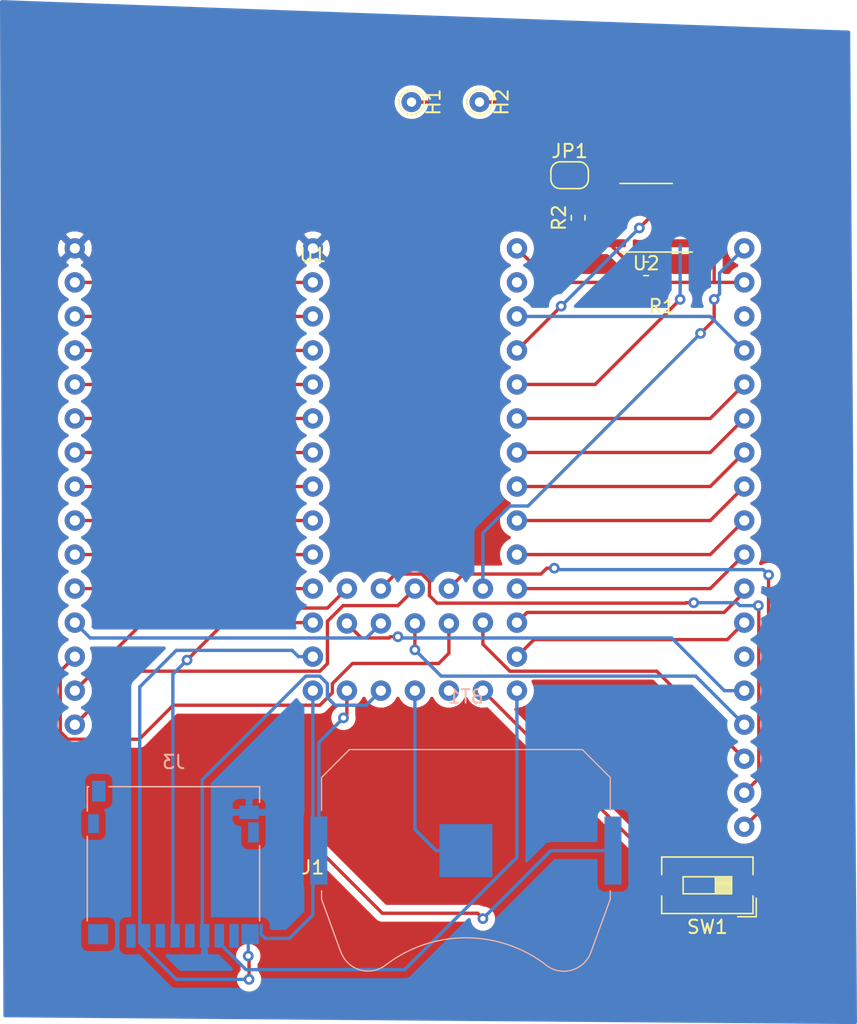
<source format=kicad_pcb>
(kicad_pcb (version 20171130) (host pcbnew "(5.1.4)-1")

  (general
    (thickness 1.6)
    (drawings 0)
    (tracks 208)
    (zones 0)
    (modules 11)
    (nets 48)
  )

  (page A4)
  (layers
    (0 Front signal)
    (1 GROUNDPlane signal hide)
    (2 PowerPlane signal)
    (31 Back signal)
    (32 B.Adhes user)
    (33 F.Adhes user)
    (34 B.Paste user)
    (35 F.Paste user)
    (36 B.SilkS user)
    (37 F.SilkS user)
    (38 B.Mask user)
    (39 F.Mask user)
    (40 Dwgs.User user)
    (41 Cmts.User user)
    (42 Eco1.User user)
    (43 Eco2.User user)
    (44 Edge.Cuts user)
    (45 Margin user)
    (46 B.CrtYd user)
    (47 F.CrtYd user)
    (48 B.Fab user)
    (49 F.Fab user)
  )

  (setup
    (last_trace_width 0.25)
    (user_trace_width 0.007)
    (trace_clearance 0.2)
    (zone_clearance 0.508)
    (zone_45_only no)
    (trace_min 0.007)
    (via_size 0.8)
    (via_drill 0.4)
    (via_min_size 0.4)
    (via_min_drill 0.3)
    (uvia_size 0.3)
    (uvia_drill 0.1)
    (uvias_allowed no)
    (uvia_min_size 0.2)
    (uvia_min_drill 0.1)
    (edge_width 0.1)
    (segment_width 0.2)
    (pcb_text_width 0.3)
    (pcb_text_size 1.5 1.5)
    (mod_edge_width 0.15)
    (mod_text_size 1 1)
    (mod_text_width 0.15)
    (pad_size 1.524 1.524)
    (pad_drill 0.762)
    (pad_to_mask_clearance 0)
    (aux_axis_origin 0 0)
    (visible_elements 7FFFFFFF)
    (pcbplotparams
      (layerselection 0x010fc_ffffffff)
      (usegerberextensions false)
      (usegerberattributes false)
      (usegerberadvancedattributes false)
      (creategerberjobfile false)
      (excludeedgelayer true)
      (linewidth 0.100000)
      (plotframeref false)
      (viasonmask false)
      (mode 1)
      (useauxorigin false)
      (hpglpennumber 1)
      (hpglpenspeed 20)
      (hpglpendiameter 15.000000)
      (psnegative false)
      (psa4output false)
      (plotreference true)
      (plotvalue true)
      (plotinvisibletext false)
      (padsonsilk false)
      (subtractmaskfromsilk false)
      (outputformat 1)
      (mirror false)
      (drillshape 1)
      (scaleselection 1)
      (outputdirectory ""))
  )

  (net 0 "")
  (net 1 Ground)
  (net 2 "Net-(R1-Pad2)")
  (net 3 "Net-(H1-Pad1)")
  (net 4 "Net-(JP1-Pad1)")
  (net 5 "Net-(H2-Pad1)")
  (net 6 VBAT)
  (net 7 GND_BATT)
  (net 8 3.3V)
  (net 9 ON_OFF)
  (net 10 23_CRX1)
  (net 11 Vinn_5V)
  (net 12 22_CTX1)
  (net 13 33_MCLK2)
  (net 14 32_OUT1B)
  (net 15 31_CTX3)
  (net 16 30_CRX3)
  (net 17 29_TX7)
  (net 18 28_RX7)
  (net 19 27_A13)
  (net 20 26_A12)
  (net 21 25_A11)
  (net 22 24_A10)
  (net 23 PROGRAMM)
  (net 24 3V3)
  (net 25 "13(LED)")
  (net 26 12_MISO)
  (net 27 14_A0)
  (net 28 11_MOSI)
  (net 29 15_A1)
  (net 30 10_CS)
  (net 31 16_A2)
  (net 32 9_OUT1C)
  (net 33 17_A3)
  (net 34 8_IN1)
  (net 35 18_A4)
  (net 36 7_RX2_OUT1A)
  (net 37 19_A5)
  (net 38 6_OUT1D)
  (net 39 20_A6)
  (net 40 5_IN2)
  (net 41 21_A7)
  (net 42 4_BCLK2)
  (net 43 3_LRCLK2)
  (net 44 2_OUT2)
  (net 45 1_TX1)
  (net 46 0_RX1)
  (net 47 GND_1)

  (net_class Default "This is the default net class."
    (clearance 0.2)
    (trace_width 0.25)
    (via_dia 0.8)
    (via_drill 0.4)
    (uvia_dia 0.3)
    (uvia_drill 0.1)
    (add_net 0_RX1)
    (add_net 10_CS)
    (add_net 11_MOSI)
    (add_net 12_MISO)
    (add_net "13(LED)")
    (add_net 14_A0)
    (add_net 15_A1)
    (add_net 16_A2)
    (add_net 17_A3)
    (add_net 18_A4)
    (add_net 19_A5)
    (add_net 1_TX1)
    (add_net 20_A6)
    (add_net 21_A7)
    (add_net 22_CTX1)
    (add_net 23_CRX1)
    (add_net 24_A10)
    (add_net 25_A11)
    (add_net 26_A12)
    (add_net 27_A13)
    (add_net 28_RX7)
    (add_net 29_TX7)
    (add_net 2_OUT2)
    (add_net 3.3V)
    (add_net 30_CRX3)
    (add_net 31_CTX3)
    (add_net 32_OUT1B)
    (add_net 33_MCLK2)
    (add_net 3V3)
    (add_net 3_LRCLK2)
    (add_net 4_BCLK2)
    (add_net 5_IN2)
    (add_net 6_OUT1D)
    (add_net 7_RX2_OUT1A)
    (add_net 8_IN1)
    (add_net 9_OUT1C)
    (add_net GND_1)
    (add_net GND_BATT)
    (add_net Ground)
    (add_net "Net-(H1-Pad1)")
    (add_net "Net-(H2-Pad1)")
    (add_net "Net-(JP1-Pad1)")
    (add_net "Net-(R1-Pad2)")
    (add_net ON_OFF)
    (add_net PROGRAMM)
    (add_net VBAT)
    (add_net Vinn_5V)
  )

  (module TestPoint:TestPoint_THTPad_D1.5mm_Drill0.7mm (layer Front) (tedit 5A0F774F) (tstamp 5DD85F17)
    (at 137.414 61.214 270)
    (descr "THT pad as test Point, diameter 1.5mm, hole diameter 0.7mm")
    (tags "test point THT pad")
    (path /5DD3DCFC)
    (attr virtual)
    (fp_text reference H2 (at 0 -1.648 90) (layer F.SilkS)
      (effects (font (size 1 1) (thickness 0.15)))
    )
    (fp_text value CANL_out (at 0 1.75 90) (layer F.Fab)
      (effects (font (size 1 1) (thickness 0.15)))
    )
    (fp_circle (center 0 0) (end 0 0.95) (layer F.SilkS) (width 0.12))
    (fp_circle (center 0 0) (end 1.25 0) (layer F.CrtYd) (width 0.05))
    (fp_text user %R (at 0 -1.65 90) (layer F.Fab)
      (effects (font (size 1 1) (thickness 0.15)))
    )
    (pad 1 thru_hole circle (at 0 0 270) (size 1.5 1.5) (drill 0.7) (layers *.Cu *.Mask)
      (net 5 "Net-(H2-Pad1)"))
  )

  (module TestPoint:TestPoint_THTPad_D1.5mm_Drill0.7mm (layer Front) (tedit 5A0F774F) (tstamp 5DD85F0F)
    (at 132.334 61.214 270)
    (descr "THT pad as test Point, diameter 1.5mm, hole diameter 0.7mm")
    (tags "test point THT pad")
    (path /5DD3C695)
    (attr virtual)
    (fp_text reference H1 (at 0 -1.648 90) (layer F.SilkS)
      (effects (font (size 1 1) (thickness 0.15)))
    )
    (fp_text value CANH_out (at 0 1.75 90) (layer F.Fab)
      (effects (font (size 1 1) (thickness 0.15)))
    )
    (fp_circle (center 0 0) (end 0 0.95) (layer F.SilkS) (width 0.12))
    (fp_circle (center 0 0) (end 1.25 0) (layer F.CrtYd) (width 0.05))
    (fp_text user %R (at 0 -1.65 90) (layer F.Fab)
      (effects (font (size 1 1) (thickness 0.15)))
    )
    (pad 1 thru_hole circle (at 0 0 270) (size 1.5 1.5) (drill 0.7) (layers *.Cu *.Mask)
      (net 3 "Net-(H1-Pad1)"))
  )

  (module Teensy_Footprint_Library:PINS_IO_TEENSY (layer Front) (tedit 5DDA95E2) (tstamp 5DDB53E7)
    (at 124.968 117.856)
    (path /5DE58733)
    (fp_text reference J1 (at 0 0.5) (layer F.SilkS)
      (effects (font (size 1 1) (thickness 0.15)))
    )
    (fp_text value Conn_2Rows-34Pins (at 0 -0.5) (layer F.Fab)
      (effects (font (size 1 1) (thickness 0.15)))
    )
    (pad 42 thru_hole circle (at 32.22 -2.54) (size 1.524 1.524) (drill 0.762) (layers *.Cu *.Mask)
      (net 14 32_OUT1B))
    (pad 40 thru_hole circle (at 32.22 -5.08) (size 1.524 1.524) (drill 0.762) (layers *.Cu *.Mask)
      (net 16 30_CRX3))
    (pad 38 thru_hole circle (at 32.22 -7.62) (size 1.524 1.524) (drill 0.762) (layers *.Cu *.Mask)
      (net 18 28_RX7))
    (pad 41 thru_hole circle (at -17.78 -10.16) (size 1.524 1.524) (drill 0.762) (layers *.Cu *.Mask)
      (net 15 31_CTX3))
    (pad 36 thru_hole circle (at 32.22 -10.16) (size 1.524 1.524) (drill 0.762) (layers *.Cu *.Mask)
      (net 20 26_A12))
    (pad 39 thru_hole circle (at -17.78 -12.7) (size 1.524 1.524) (drill 0.762) (layers *.Cu *.Mask)
      (net 17 29_TX7))
    (pad 34 thru_hole circle (at 32.22 -12.7) (size 1.524 1.524) (drill 0.762) (layers *.Cu *.Mask)
      (net 22 24_A10))
    (pad 37 thru_hole circle (at -17.78 -15.24) (size 1.524 1.524) (drill 0.762) (layers *.Cu *.Mask)
      (net 19 27_A13))
    (pad 32 thru_hole circle (at 32.22 -15.24) (size 1.524 1.524) (drill 0.762) (layers *.Cu *.Mask)
      (net 23 PROGRAMM))
    (pad 35 thru_hole circle (at -17.78 -17.78) (size 1.524 1.524) (drill 0.762) (layers *.Cu *.Mask)
      (net 21 25_A11))
    (pad 28 thru_hole circle (at 32.22 -17.78) (size 1.524 1.524) (drill 0.762) (layers *.Cu *.Mask)
      (net 27 14_A0))
    (pad 26 thru_hole circle (at 32.22 -20.32) (size 1.524 1.524) (drill 0.762) (layers *.Cu *.Mask)
      (net 29 15_A1))
    (pad 21 thru_hole circle (at -17.78 -20.32) (size 1.524 1.524) (drill 0.762) (layers *.Cu *.Mask)
      (net 32 9_OUT1C))
    (pad 24 thru_hole circle (at 32.22 -22.86) (size 1.524 1.524) (drill 0.762) (layers *.Cu *.Mask)
      (net 31 16_A2))
    (pad 19 thru_hole circle (at -17.78 -22.86) (size 1.524 1.524) (drill 0.762) (layers *.Cu *.Mask)
      (net 34 8_IN1))
    (pad 22 thru_hole circle (at 32.22 -25.4) (size 1.524 1.524) (drill 0.762) (layers *.Cu *.Mask)
      (net 33 17_A3))
    (pad 17 thru_hole circle (at -17.78 -25.4) (size 1.524 1.524) (drill 0.762) (layers *.Cu *.Mask)
      (net 36 7_RX2_OUT1A))
    (pad 20 thru_hole circle (at 32.22 -27.94) (size 1.524 1.524) (drill 0.762) (layers *.Cu *.Mask)
      (net 35 18_A4))
    (pad 15 thru_hole circle (at -17.78 -27.94) (size 1.524 1.524) (drill 0.762) (layers *.Cu *.Mask)
      (net 38 6_OUT1D))
    (pad 18 thru_hole circle (at 32.22 -30.48) (size 1.524 1.524) (drill 0.762) (layers *.Cu *.Mask)
      (net 37 19_A5))
    (pad 13 thru_hole circle (at -17.78 -30.48) (size 1.524 1.524) (drill 0.762) (layers *.Cu *.Mask)
      (net 40 5_IN2))
    (pad 16 thru_hole circle (at 32.22 -33.02) (size 1.524 1.524) (drill 0.762) (layers *.Cu *.Mask)
      (net 39 20_A6))
    (pad 11 thru_hole circle (at -17.78 -33.02) (size 1.524 1.524) (drill 0.762) (layers *.Cu *.Mask)
      (net 42 4_BCLK2))
    (pad 14 thru_hole circle (at 32.22 -35.56) (size 1.524 1.524) (drill 0.762) (layers *.Cu *.Mask)
      (net 41 21_A7))
    (pad 9 thru_hole circle (at -17.78 -35.56) (size 1.524 1.524) (drill 0.762) (layers *.Cu *.Mask)
      (net 43 3_LRCLK2))
    (pad 12 thru_hole circle (at 32.22 -38.1) (size 1.524 1.524) (drill 0.762) (layers *.Cu *.Mask)
      (net 8 3.3V))
    (pad 7 thru_hole circle (at -17.78 -38.1) (size 1.524 1.524) (drill 0.762) (layers *.Cu *.Mask)
      (net 44 2_OUT2))
    (pad 6 thru_hole circle (at 32.22 -40.64) (size 1.524 1.524) (drill 0.762) (layers *.Cu *.Mask)
      (net 47 GND_1))
    (pad 5 thru_hole circle (at -17.78 -40.64) (size 1.524 1.524) (drill 0.762) (layers *.Cu *.Mask)
      (net 45 1_TX1))
    (pad 4 thru_hole circle (at 32.22 -43.18) (size 1.524 1.524) (drill 0.762) (layers *.Cu *.Mask)
      (net 11 Vinn_5V))
    (pad 3 thru_hole circle (at -17.78 -43.18) (size 1.524 1.524) (drill 0.762) (layers *.Cu *.Mask)
      (net 46 0_RX1))
    (pad 2 thru_hole circle (at 32.22 -45.72) (size 1.524 1.524) (drill 0.762) (layers *.Cu *.Mask)
      (net 13 33_MCLK2))
    (pad 1 thru_hole circle (at -17.78 -45.72) (size 1.524 1.524) (drill 0.762) (layers *.Cu *.Mask)
      (net 1 Ground))
  )

  (module Battery:BatteryHolder_Keystone_3034_1x20mm (layer Back) (tedit 595D9565) (tstamp 5DDB51CE)
    (at 136.398 117.094 180)
    (descr "Keystone 3034 SMD battery holder for 2020, 2025 and 2032 coincell batteries. http://www.keyelco.com/product-pdf.cfm?p=798")
    (tags "Keystone type 3034 coin cell retainer")
    (path /5DCC30E4)
    (attr smd)
    (fp_text reference BT1 (at 0 11.5) (layer B.SilkS)
      (effects (font (size 1 1) (thickness 0.15)) (justify mirror))
    )
    (fp_text value "2.7V " (at 0 -11.5) (layer B.Fab)
      (effects (font (size 1 1) (thickness 0.15)) (justify mirror))
    )
    (fp_line (start 11.87 -2.79) (end 11.87 2.79) (layer B.CrtYd) (width 0.05))
    (fp_line (start 10.88 -2.79) (end 11.87 -2.79) (layer B.CrtYd) (width 0.05))
    (fp_line (start 10.88 -3.64) (end 10.88 -2.79) (layer B.CrtYd) (width 0.05))
    (fp_line (start 9.43 -7.63) (end 10.88 -3.64) (layer B.CrtYd) (width 0.05))
    (fp_arc (start 7.31 -6.85) (end 5.96 -8.64) (angle 106.9) (layer B.CrtYd) (width 0.05))
    (fp_arc (start 0 0) (end -5.96 -8.64) (angle 69.1) (layer B.CrtYd) (width 0.05))
    (fp_arc (start -7.31 -6.85) (end -9.43 -7.62) (angle 106.9) (layer B.CrtYd) (width 0.05))
    (fp_line (start -10.88 -3.64) (end -9.44 -7.62) (layer B.CrtYd) (width 0.05))
    (fp_line (start -10.88 -2.79) (end -10.88 -3.64) (layer B.CrtYd) (width 0.05))
    (fp_line (start -11.87 -2.79) (end -10.88 -2.79) (layer B.CrtYd) (width 0.05))
    (fp_line (start -11.87 2.79) (end -11.87 -2.79) (layer B.CrtYd) (width 0.05))
    (fp_line (start -10.88 2.79) (end -11.87 2.79) (layer B.CrtYd) (width 0.05))
    (fp_line (start -10.88 5.5) (end -10.88 2.79) (layer B.CrtYd) (width 0.05))
    (fp_line (start -8.74 7.64) (end -10.88 5.5) (layer B.CrtYd) (width 0.05))
    (fp_line (start -7.2 7.64) (end -8.74 7.64) (layer B.CrtYd) (width 0.05))
    (fp_arc (start 0 0) (end 7.2 7.64) (angle 86.6) (layer B.CrtYd) (width 0.05))
    (fp_line (start 8.74 7.64) (end 7.2 7.64) (layer B.CrtYd) (width 0.05))
    (fp_line (start 10.88 5.5) (end 8.74 7.64) (layer B.CrtYd) (width 0.05))
    (fp_line (start 10.88 2.79) (end 10.88 5.5) (layer B.CrtYd) (width 0.05))
    (fp_line (start 11.87 2.79) (end 10.88 2.79) (layer B.CrtYd) (width 0.05))
    (fp_arc (start -7.31 -6.85) (end -9.19 -7.53) (angle 107.5) (layer B.Fab) (width 0.1))
    (fp_arc (start 0 -16.36) (end 6.1 -8.43) (angle 75.1) (layer B.Fab) (width 0.1))
    (fp_arc (start 7.31 -6.85) (end 6.1 -8.43) (angle 107.5) (layer B.Fab) (width 0.1))
    (fp_line (start 10.63 -3.6) (end 9.19 -7.53) (layer B.Fab) (width 0.1))
    (fp_line (start 10.63 5.4) (end 10.63 -3.6) (layer B.Fab) (width 0.1))
    (fp_line (start 8.64 7.39) (end 10.63 5.4) (layer B.Fab) (width 0.1))
    (fp_line (start -8.64 7.39) (end 8.64 7.39) (layer B.Fab) (width 0.1))
    (fp_line (start -10.63 5.4) (end -8.64 7.39) (layer B.Fab) (width 0.1))
    (fp_line (start -10.63 -3.6) (end -10.63 5.4) (layer B.Fab) (width 0.1))
    (fp_line (start -9.19 -7.53) (end -10.63 -3.6) (layer B.Fab) (width 0.1))
    (fp_line (start 10.78 -3) (end 10.78 -3.63) (layer B.SilkS) (width 0.1))
    (fp_line (start 10.78 5.46) (end 10.78 3) (layer B.SilkS) (width 0.1))
    (fp_line (start -10.78 -3) (end -10.78 -3.63) (layer B.SilkS) (width 0.1))
    (fp_line (start -10.78 5.46) (end -10.78 3) (layer B.SilkS) (width 0.1))
    (fp_arc (start 7.31 -6.85) (end 6 -8.55) (angle 107.5) (layer B.SilkS) (width 0.1))
    (fp_line (start 10.78 -3.63) (end 9.34 -7.58) (layer B.SilkS) (width 0.1))
    (fp_line (start 8.7 7.54) (end 10.78 5.46) (layer B.SilkS) (width 0.1))
    (fp_line (start 8.7 7.54) (end -8.7 7.54) (layer B.SilkS) (width 0.1))
    (fp_line (start -8.7 7.54) (end -10.78 5.46) (layer B.SilkS) (width 0.1))
    (fp_line (start -10.78 -3.63) (end -9.34 -7.58) (layer B.SilkS) (width 0.1))
    (fp_arc (start -7.31 -6.85) (end -9.34 -7.58) (angle 107.5) (layer B.SilkS) (width 0.1))
    (fp_arc (start 0 -16.36) (end 6 -8.55) (angle 75.1) (layer B.SilkS) (width 0.1))
    (fp_circle (center 0 0) (end 0 -10.25) (layer Dwgs.User) (width 0.15))
    (fp_text user %R (at 0 2.9) (layer B.Fab)
      (effects (font (size 1 1) (thickness 0.15)) (justify mirror))
    )
    (pad 1 smd rect (at -10.985 0 180) (size 1.27 5.08) (layers Back B.Paste B.Mask)
      (net 6 VBAT))
    (pad 1 smd rect (at 10.985 0 180) (size 1.27 5.08) (layers Back B.Paste B.Mask)
      (net 6 VBAT))
    (pad 2 smd rect (at 0 0 180) (size 3.96 3.96) (layers Back B.Paste B.Mask)
      (net 7 GND_BATT))
    (model ${KISYS3DMOD}/Battery.3dshapes/BatteryHolder_Keystone_3034_1x20mm.wrl
      (at (xyz 0 0 0))
      (scale (xyz 1 1 1))
      (rotate (xyz 0 0 0))
    )
  )

  (module Teensy_Footprint_Library:Teensy_40_footprint (layer Front) (tedit 5DD85D6A) (tstamp 5DD936E8)
    (at 124.968 72.136)
    (path /5DE5DBF9)
    (fp_text reference U1 (at 0 0.5) (layer F.SilkS)
      (effects (font (size 1 1) (thickness 0.15)))
    )
    (fp_text value Teensy_pins (at 0 -0.5) (layer F.Fab)
      (effects (font (size 1 1) (thickness 0.15)))
    )
    (pad 43 thru_hole circle (at 12.7 25.4) (size 1.524 1.524) (drill 0.762) (layers *.Cu *.Mask)
      (net 13 33_MCLK2))
    (pad 42 thru_hole circle (at 10.16 25.4) (size 1.524 1.524) (drill 0.762) (layers *.Cu *.Mask)
      (net 14 32_OUT1B))
    (pad 41 thru_hole circle (at 7.62 25.4) (size 1.524 1.524) (drill 0.762) (layers *.Cu *.Mask)
      (net 15 31_CTX3))
    (pad 40 thru_hole circle (at 5.08 25.4) (size 1.524 1.524) (drill 0.762) (layers *.Cu *.Mask)
      (net 16 30_CRX3))
    (pad 39 thru_hole circle (at 2.54 25.4) (size 1.524 1.524) (drill 0.762) (layers *.Cu *.Mask)
      (net 17 29_TX7))
    (pad 38 thru_hole circle (at 12.7 27.94) (size 1.524 1.524) (drill 0.762) (layers *.Cu *.Mask)
      (net 18 28_RX7))
    (pad 37 thru_hole circle (at 10.16 28) (size 1.524 1.524) (drill 0.762) (layers *.Cu *.Mask)
      (net 19 27_A13))
    (pad 36 thru_hole circle (at 7.62 28) (size 1.524 1.524) (drill 0.762) (layers *.Cu *.Mask)
      (net 20 26_A12))
    (pad 35 thru_hole circle (at 5.08 28) (size 1.524 1.524) (drill 0.762) (layers *.Cu *.Mask)
      (net 21 25_A11))
    (pad 34 thru_hole circle (at 2.54 28) (size 1.524 1.524) (drill 0.762) (layers *.Cu *.Mask)
      (net 22 24_A10))
    (pad 33 thru_hole circle (at 12.7 33.02) (size 1.524 1.524) (drill 0.762) (layers *.Cu *.Mask)
      (net 9 ON_OFF))
    (pad 32 thru_hole circle (at 10.16 33.02) (size 1.524 1.524) (drill 0.762) (layers *.Cu *.Mask)
      (net 23 PROGRAMM))
    (pad 31 thru_hole circle (at 7.62 33.02) (size 1.524 1.524) (drill 0.762) (layers *.Cu *.Mask)
      (net 7 GND_BATT))
    (pad 30 thru_hole circle (at 5.08 33.02) (size 1.524 1.524) (drill 0.762) (layers *.Cu *.Mask)
      (net 24 3V3))
    (pad 29 thru_hole circle (at 2.54 33.02) (size 1.524 1.524) (drill 0.762) (layers *.Cu *.Mask)
      (net 6 VBAT))
    (pad 28 thru_hole circle (at 15.24 33.02) (size 1.524 1.524) (drill 0.762) (layers *.Cu *.Mask)
      (net 25 "13(LED)"))
    (pad 27 thru_hole circle (at 0 33.02) (size 1.524 1.524) (drill 0.762) (layers *.Cu *.Mask)
      (net 26 12_MISO))
    (pad 26 thru_hole circle (at 15.24 30.48) (size 1.524 1.524) (drill 0.762) (layers *.Cu *.Mask)
      (net 27 14_A0))
    (pad 25 thru_hole circle (at 0 30.48) (size 1.524 1.524) (drill 0.762) (layers *.Cu *.Mask)
      (net 28 11_MOSI))
    (pad 24 thru_hole circle (at 15.24 27.94) (size 1.524 1.524) (drill 0.762) (layers *.Cu *.Mask)
      (net 29 15_A1))
    (pad 23 thru_hole circle (at 0 27.94) (size 1.524 1.524) (drill 0.762) (layers *.Cu *.Mask)
      (net 30 10_CS))
    (pad 22 thru_hole circle (at 15.24 25.4) (size 1.524 1.524) (drill 0.762) (layers *.Cu *.Mask)
      (net 31 16_A2))
    (pad 21 thru_hole circle (at 0 25.4) (size 1.524 1.524) (drill 0.762) (layers *.Cu *.Mask)
      (net 32 9_OUT1C))
    (pad 20 thru_hole circle (at 15.24 22.86) (size 1.524 1.524) (drill 0.762) (layers *.Cu *.Mask)
      (net 33 17_A3))
    (pad 19 thru_hole circle (at 0 22.86) (size 1.524 1.524) (drill 0.762) (layers *.Cu *.Mask)
      (net 34 8_IN1))
    (pad 18 thru_hole circle (at 15.24 20.32) (size 1.524 1.524) (drill 0.762) (layers *.Cu *.Mask)
      (net 35 18_A4))
    (pad 17 thru_hole circle (at 0 20.32) (size 1.524 1.524) (drill 0.762) (layers *.Cu *.Mask)
      (net 36 7_RX2_OUT1A))
    (pad 16 thru_hole circle (at 15.24 17.78) (size 1.524 1.524) (drill 0.762) (layers *.Cu *.Mask)
      (net 37 19_A5))
    (pad 15 thru_hole circle (at 0 17.78) (size 1.524 1.524) (drill 0.762) (layers *.Cu *.Mask)
      (net 38 6_OUT1D))
    (pad 14 thru_hole circle (at 15.24 15.24) (size 1.524 1.524) (drill 0.762) (layers *.Cu *.Mask)
      (net 39 20_A6))
    (pad 13 thru_hole circle (at 0 15.24) (size 1.524 1.524) (drill 0.762) (layers *.Cu *.Mask)
      (net 40 5_IN2))
    (pad 12 thru_hole circle (at 15.24 12.7) (size 1.524 1.524) (drill 0.762) (layers *.Cu *.Mask)
      (net 41 21_A7))
    (pad 11 thru_hole circle (at 0 12.7) (size 1.524 1.524) (drill 0.762) (layers *.Cu *.Mask)
      (net 42 4_BCLK2))
    (pad 10 thru_hole circle (at 15.24 10.16) (size 1.524 1.524) (drill 0.762) (layers *.Cu *.Mask)
      (net 12 22_CTX1))
    (pad 9 thru_hole circle (at 0 10.16) (size 1.524 1.524) (drill 0.762) (layers *.Cu *.Mask)
      (net 43 3_LRCLK2))
    (pad 8 thru_hole circle (at 15.24 7.62) (size 1.524 1.524) (drill 0.762) (layers *.Cu *.Mask)
      (net 10 23_CRX1))
    (pad 7 thru_hole circle (at 0 7.62) (size 1.524 1.524) (drill 0.762) (layers *.Cu *.Mask)
      (net 44 2_OUT2))
    (pad 6 thru_hole circle (at 15.24 5.08) (size 1.524 1.524) (drill 0.762) (layers *.Cu *.Mask)
      (net 8 3.3V))
    (pad 5 thru_hole circle (at 0 5.08) (size 1.524 1.524) (drill 0.762) (layers *.Cu *.Mask)
      (net 45 1_TX1))
    (pad 4 thru_hole circle (at 15.24 2.54) (size 1.524 1.524) (drill 0.762) (layers *.Cu *.Mask)
      (net 47 GND_1))
    (pad 3 thru_hole circle (at 0 2.54) (size 1.524 1.524) (drill 0.762) (layers *.Cu *.Mask)
      (net 46 0_RX1))
    (pad 2 thru_hole circle (at 15.24 0) (size 1.524 1.524) (drill 0.762) (layers *.Cu *.Mask)
      (net 11 Vinn_5V))
    (pad 1 thru_hole circle (at 0 0) (size 1.524 1.524) (drill 0.762) (layers *.Cu *.Mask)
      (net 1 Ground))
  )

  (module Connector_Card:microSD_HC_Hirose_DM3D-SF (layer Back) (tedit 5B82D16A) (tstamp 5DD860AE)
    (at 114.554 118.11 180)
    (descr "Micro SD, SMD, right-angle, push-pull (https://media.digikey.com/PDF/Data%20Sheets/Hirose%20PDFs/DM3D-SF.pdf)")
    (tags "Micro SD")
    (path /5DDB86C4)
    (attr smd)
    (fp_text reference J3 (at -0.025 7.625) (layer B.SilkS)
      (effects (font (size 1 1) (thickness 0.15)) (justify mirror))
    )
    (fp_text value Micro_SD_Card (at -0.025 -6.975) (layer B.Fab)
      (effects (font (size 1 1) (thickness 0.15)) (justify mirror))
    )
    (fp_arc (start 5.475 -5.475) (end 5.475 -5.725) (angle -90) (layer B.Fab) (width 0.1))
    (fp_arc (start 4.725 -4.425) (end 4.725 -3.925) (angle -90) (layer B.Fab) (width 0.1))
    (fp_arc (start -5.525 -5.475) (end -5.275 -5.475) (angle -90) (layer B.Fab) (width 0.1))
    (fp_arc (start -4.775 -4.425) (end -5.275 -4.425) (angle -90) (layer B.Fab) (width 0.1))
    (fp_arc (start -5.025 -9.575) (end -5.025 -10.075) (angle -90) (layer B.Fab) (width 0.1))
    (fp_arc (start 4.975 -9.575) (end 5.475 -9.575) (angle -90) (layer B.Fab) (width 0.1))
    (fp_line (start 6.325 5.785) (end 6.435 5.785) (layer B.SilkS) (width 0.12))
    (fp_line (start 0.525 5.725) (end -1.975 5.725) (layer Dwgs.User) (width 0.1))
    (fp_line (start 6.375 -5.725) (end 6.375 5.725) (layer B.Fab) (width 0.1))
    (fp_line (start 3.575 -0.475) (end 3.575 1.525) (layer Dwgs.User) (width 0.1))
    (fp_line (start 3.075 -0.475) (end 3.575 0.975) (layer Dwgs.User) (width 0.1))
    (fp_line (start 2.575 -0.475) (end 3.275 1.525) (layer Dwgs.User) (width 0.1))
    (fp_line (start 2.075 -0.475) (end 2.775 1.525) (layer Dwgs.User) (width 0.1))
    (fp_line (start 1.575 -0.475) (end 2.275 1.525) (layer Dwgs.User) (width 0.1))
    (fp_line (start 1.075 -0.475) (end 1.775 1.525) (layer Dwgs.User) (width 0.1))
    (fp_line (start 0.575 -0.475) (end 1.275 1.525) (layer Dwgs.User) (width 0.1))
    (fp_line (start 0.075 -0.475) (end 0.775 1.525) (layer Dwgs.User) (width 0.1))
    (fp_line (start -0.425 -0.475) (end 0.275 1.525) (layer Dwgs.User) (width 0.1))
    (fp_line (start -0.925 -0.475) (end -0.225 1.525) (layer Dwgs.User) (width 0.1))
    (fp_line (start -1.425 -0.475) (end -0.725 1.525) (layer Dwgs.User) (width 0.1))
    (fp_line (start -1.925 -0.475) (end -1.225 1.525) (layer Dwgs.User) (width 0.1))
    (fp_line (start -2.425 -0.475) (end -1.725 1.525) (layer Dwgs.User) (width 0.1))
    (fp_line (start -2.925 -0.475) (end -2.225 1.525) (layer Dwgs.User) (width 0.1))
    (fp_line (start -3.425 -0.475) (end -2.725 1.525) (layer Dwgs.User) (width 0.1))
    (fp_line (start -4.425 -0.475) (end -3.725 1.525) (layer Dwgs.User) (width 0.1))
    (fp_line (start -6.375 -5.725) (end -6.375 5.725) (layer B.Fab) (width 0.1))
    (fp_line (start -4.925 -0.475) (end 3.575 -0.475) (layer Dwgs.User) (width 0.1))
    (fp_line (start 0.525 3.875) (end -1.975 3.875) (layer Dwgs.User) (width 0.1))
    (fp_line (start -4.925 1.525) (end 3.575 1.525) (layer Dwgs.User) (width 0.1))
    (fp_line (start -6.92 6.72) (end 6.88 6.72) (layer B.CrtYd) (width 0.05))
    (fp_line (start 6.88 6.72) (end 6.88 -6.28) (layer B.CrtYd) (width 0.05))
    (fp_line (start 6.88 -6.28) (end -6.92 -6.28) (layer B.CrtYd) (width 0.05))
    (fp_line (start -6.92 -6.28) (end -6.92 6.72) (layer B.CrtYd) (width 0.05))
    (fp_line (start -4.925 1.525) (end -4.925 -0.475) (layer Dwgs.User) (width 0.1))
    (fp_line (start -4.925 -0.475) (end -4.225 1.525) (layer Dwgs.User) (width 0.1))
    (fp_line (start -4.225 1.525) (end -3.725 1.525) (layer Dwgs.User) (width 0.1))
    (fp_line (start -3.925 -0.475) (end -3.225 1.525) (layer Dwgs.User) (width 0.1))
    (fp_line (start -3.225 1.525) (end -2.725 1.525) (layer Dwgs.User) (width 0.1))
    (fp_line (start -6.375 5.725) (end 6.375 5.725) (layer B.Fab) (width 0.1))
    (fp_line (start -1.975 5.725) (end -1.975 3.875) (layer Dwgs.User) (width 0.1))
    (fp_line (start 0.525 3.875) (end 0.525 5.725) (layer Dwgs.User) (width 0.1))
    (fp_line (start -1.925 3.875) (end -1.525 5.725) (layer Dwgs.User) (width 0.1))
    (fp_line (start -1.025 5.725) (end -1.525 3.875) (layer Dwgs.User) (width 0.1))
    (fp_line (start -1.025 3.875) (end -0.525 5.725) (layer Dwgs.User) (width 0.1))
    (fp_line (start -0.025 5.725) (end -0.525 3.875) (layer Dwgs.User) (width 0.1))
    (fp_line (start -0.025 3.875) (end 0.475 5.725) (layer Dwgs.User) (width 0.1))
    (fp_line (start -5.525 6.975) (end 4.175 6.975) (layer B.Fab) (width 0.1))
    (fp_line (start 4.175 5.725) (end 4.175 6.975) (layer B.Fab) (width 0.1))
    (fp_line (start -5.525 5.725) (end -5.525 6.975) (layer B.Fab) (width 0.1))
    (fp_line (start -4.775 -3.925) (end 4.725 -3.925) (layer B.Fab) (width 0.1))
    (fp_line (start -6.375 -5.725) (end -5.525 -5.725) (layer B.Fab) (width 0.1))
    (fp_line (start -5.275 -5.475) (end -5.275 -4.425) (layer B.Fab) (width 0.1))
    (fp_line (start 5.225 -5.475) (end 5.225 -4.425) (layer B.Fab) (width 0.1))
    (fp_line (start 5.475 -5.725) (end 6.375 -5.725) (layer B.Fab) (width 0.1))
    (fp_line (start -5.525 -5.725) (end -5.525 -9.575) (layer B.Fab) (width 0.1))
    (fp_line (start -5.025 -10.075) (end 4.975 -10.075) (layer B.Fab) (width 0.1))
    (fp_line (start 5.475 -9.575) (end 5.475 -5.725) (layer B.Fab) (width 0.1))
    (fp_line (start -6.435 4.625) (end -6.435 5.785) (layer B.SilkS) (width 0.12))
    (fp_line (start -6.435 5.785) (end 4.825 5.785) (layer B.SilkS) (width 0.12))
    (fp_line (start 6.435 5.785) (end 6.435 3.975) (layer B.SilkS) (width 0.12))
    (fp_line (start -6.435 1.375) (end -6.435 -4.225) (layer B.SilkS) (width 0.12))
    (fp_line (start 6.435 2.075) (end 6.435 -4.225) (layer B.SilkS) (width 0.12))
    (fp_text user KEEPOUT (at -0.725 4.8) (layer Cmts.User)
      (effects (font (size 0.4 0.4) (thickness 0.06)))
    )
    (fp_text user %R (at -0.025 -1.475) (layer B.Fab)
      (effects (font (size 1 1) (thickness 0.1)) (justify mirror))
    )
    (pad 10 smd rect (at 5.575 5.45 180) (size 1 1.55) (layers Back B.Paste B.Mask))
    (pad 11 smd rect (at 5.625 -5.225 180) (size 1.5 1.5) (layers Back B.Paste B.Mask))
    (pad 1 smd rect (at 3.175 -5.35 180) (size 0.7 1.75) (layers Back B.Paste B.Mask))
    (pad 2 smd rect (at 2.075 -5.35 180) (size 0.7 1.75) (layers Back B.Paste B.Mask)
      (net 30 10_CS))
    (pad 3 smd rect (at 0.975 -5.35 180) (size 0.7 1.75) (layers Back B.Paste B.Mask))
    (pad 4 smd rect (at -0.125 -5.35 180) (size 0.7 1.75) (layers Back B.Paste B.Mask)
      (net 24 3V3))
    (pad 5 smd rect (at -1.225 -5.35 180) (size 0.7 1.75) (layers Back B.Paste B.Mask)
      (net 25 "13(LED)"))
    (pad 6 smd rect (at -2.325 -5.35 180) (size 0.7 1.75) (layers Back B.Paste B.Mask)
      (net 1 Ground))
    (pad 7 smd rect (at -3.425 -5.35 180) (size 0.7 1.75) (layers Back B.Paste B.Mask)
      (net 28 11_MOSI))
    (pad 11 smd rect (at 5.975 3.025 180) (size 0.8 1.4) (layers Back B.Paste B.Mask))
    (pad 9 smd rect (at -5.65 3.875 180) (size 1.45 1) (layers Back B.Paste B.Mask)
      (net 1 Ground))
    (pad 11 smd rect (at -5.975 2.375 180) (size 0.8 1.5) (layers Back B.Paste B.Mask))
    (pad 11 smd rect (at -5.725 -5.225 180) (size 1.3 1.5) (layers Back B.Paste B.Mask))
    (pad 8 smd rect (at -4.525 -5.35 180) (size 0.7 1.75) (layers Back B.Paste B.Mask)
      (net 26 12_MISO))
    (model ${KISYS3DMOD}/Connector_Card.3dshapes/microSD_HC_Hirose_DM3D-SF.wrl
      (at (xyz 0 0 0))
      (scale (xyz 1 1 1))
      (rotate (xyz 0 0 0))
    )
  )

  (module Jumper:SolderJumper-2_P1.3mm_Open_RoundedPad1.0x1.5mm (layer Front) (tedit 5B391E66) (tstamp 5DD85042)
    (at 144.145 66.675)
    (descr "SMD Solder Jumper, 1x1.5mm, rounded Pads, 0.3mm gap, open")
    (tags "solder jumper open")
    (path /5DCD8738)
    (attr virtual)
    (fp_text reference JP1 (at 0 -1.8 -180) (layer F.SilkS)
      (effects (font (size 1 1) (thickness 0.15)))
    )
    (fp_text value SolderJumper_2_Open (at 0 1.9 -180) (layer F.Fab)
      (effects (font (size 1 1) (thickness 0.15)))
    )
    (fp_line (start 1.65 1.25) (end -1.65 1.25) (layer F.CrtYd) (width 0.05))
    (fp_line (start 1.65 1.25) (end 1.65 -1.25) (layer F.CrtYd) (width 0.05))
    (fp_line (start -1.65 -1.25) (end -1.65 1.25) (layer F.CrtYd) (width 0.05))
    (fp_line (start -1.65 -1.25) (end 1.65 -1.25) (layer F.CrtYd) (width 0.05))
    (fp_line (start -0.7 -1) (end 0.7 -1) (layer F.SilkS) (width 0.12))
    (fp_line (start 1.4 -0.3) (end 1.4 0.3) (layer F.SilkS) (width 0.12))
    (fp_line (start 0.7 1) (end -0.7 1) (layer F.SilkS) (width 0.12))
    (fp_line (start -1.4 0.3) (end -1.4 -0.3) (layer F.SilkS) (width 0.12))
    (fp_arc (start -0.7 -0.3) (end -0.7 -1) (angle -90) (layer F.SilkS) (width 0.12))
    (fp_arc (start -0.7 0.3) (end -1.4 0.3) (angle -90) (layer F.SilkS) (width 0.12))
    (fp_arc (start 0.7 0.3) (end 0.7 1) (angle -90) (layer F.SilkS) (width 0.12))
    (fp_arc (start 0.7 -0.3) (end 1.4 -0.3) (angle -90) (layer F.SilkS) (width 0.12))
    (pad 2 smd custom (at 0.65 0) (size 1 0.5) (layers Front F.Mask)
      (net 5 "Net-(H2-Pad1)") (zone_connect 2)
      (options (clearance outline) (anchor rect))
      (primitives
        (gr_circle (center 0 0.25) (end 0.5 0.25) (width 0))
        (gr_circle (center 0 -0.25) (end 0.5 -0.25) (width 0))
        (gr_poly (pts
           (xy 0 -0.75) (xy -0.5 -0.75) (xy -0.5 0.75) (xy 0 0.75)) (width 0))
      ))
    (pad 1 smd custom (at -0.65 0) (size 1 0.5) (layers Front F.Mask)
      (net 4 "Net-(JP1-Pad1)") (zone_connect 2)
      (options (clearance outline) (anchor rect))
      (primitives
        (gr_circle (center 0 0.25) (end 0.5 0.25) (width 0))
        (gr_circle (center 0 -0.25) (end 0.5 -0.25) (width 0))
        (gr_poly (pts
           (xy 0 -0.75) (xy 0.5 -0.75) (xy 0.5 0.75) (xy 0 0.75)) (width 0))
      ))
  )

  (module Package_SO:SOIC-8_3.9x4.9mm_P1.27mm (layer Front) (tedit 5C97300E) (tstamp 5DD95C86)
    (at 149.86 69.85 180)
    (descr "SOIC, 8 Pin (JEDEC MS-012AA, https://www.analog.com/media/en/package-pcb-resources/package/pkg_pdf/soic_narrow-r/r_8.pdf), generated with kicad-footprint-generator ipc_gullwing_generator.py")
    (tags "SOIC SO")
    (path /5DCC7256)
    (attr smd)
    (fp_text reference U2 (at 0 -3.4) (layer F.SilkS)
      (effects (font (size 1 1) (thickness 0.15)))
    )
    (fp_text value MCP2551-I-SN (at 0 3.4) (layer F.Fab)
      (effects (font (size 1 1) (thickness 0.15)))
    )
    (fp_text user %R (at -0.361 -0.009167) (layer F.Fab)
      (effects (font (size 0.98 0.98) (thickness 0.15)))
    )
    (fp_line (start 3.7 -2.7) (end -3.7 -2.7) (layer F.CrtYd) (width 0.05))
    (fp_line (start 3.7 2.7) (end 3.7 -2.7) (layer F.CrtYd) (width 0.05))
    (fp_line (start -3.7 2.7) (end 3.7 2.7) (layer F.CrtYd) (width 0.05))
    (fp_line (start -3.7 -2.7) (end -3.7 2.7) (layer F.CrtYd) (width 0.05))
    (fp_line (start -1.95 -1.475) (end -0.975 -2.45) (layer F.Fab) (width 0.1))
    (fp_line (start -1.95 2.45) (end -1.95 -1.475) (layer F.Fab) (width 0.1))
    (fp_line (start 1.95 2.45) (end -1.95 2.45) (layer F.Fab) (width 0.1))
    (fp_line (start 1.95 -2.45) (end 1.95 2.45) (layer F.Fab) (width 0.1))
    (fp_line (start -0.975 -2.45) (end 1.95 -2.45) (layer F.Fab) (width 0.1))
    (fp_line (start 0 -2.56) (end -3.45 -2.56) (layer F.SilkS) (width 0.12))
    (fp_line (start 0 -2.56) (end 1.95 -2.56) (layer F.SilkS) (width 0.12))
    (fp_line (start 0 2.56) (end -1.95 2.56) (layer F.SilkS) (width 0.12))
    (fp_line (start 0 2.56) (end 1.95 2.56) (layer F.SilkS) (width 0.12))
    (pad 8 smd roundrect (at 2.475 -1.905 180) (size 1.95 0.6) (layers Front F.Paste F.Mask) (roundrect_rratio 0.25)
      (net 2 "Net-(R1-Pad2)"))
    (pad 7 smd roundrect (at 2.475 -0.635 180) (size 1.95 0.6) (layers Front F.Paste F.Mask) (roundrect_rratio 0.25)
      (net 3 "Net-(H1-Pad1)"))
    (pad 6 smd roundrect (at 2.475 0.635 180) (size 1.95 0.6) (layers Front F.Paste F.Mask) (roundrect_rratio 0.25)
      (net 5 "Net-(H2-Pad1)"))
    (pad 5 smd roundrect (at 2.475 1.905 180) (size 1.95 0.6) (layers Front F.Paste F.Mask) (roundrect_rratio 0.25))
    (pad 4 smd roundrect (at -2.475 1.905 180) (size 1.95 0.6) (layers Front F.Paste F.Mask) (roundrect_rratio 0.25)
      (net 10 23_CRX1))
    (pad 3 smd roundrect (at -2.475 0.635 180) (size 1.95 0.6) (layers Front F.Paste F.Mask) (roundrect_rratio 0.25)
      (net 11 Vinn_5V))
    (pad 2 smd roundrect (at -2.475 -0.635 180) (size 1.95 0.6) (layers Front F.Paste F.Mask) (roundrect_rratio 0.25)
      (net 1 Ground))
    (pad 1 smd roundrect (at -2.475 -1.905 180) (size 1.95 0.6) (layers Front F.Paste F.Mask) (roundrect_rratio 0.25)
      (net 12 22_CTX1))
    (model ${KISYS3DMOD}/Package_SO.3dshapes/SOIC-8_3.9x4.9mm_P1.27mm.wrl
      (at (xyz 0 0 0))
      (scale (xyz 1 1 1))
      (rotate (xyz 0 0 0))
    )
  )

  (module Button_Switch_SMD:SW_DIP_SPSTx01_Slide_6.7x4.1mm_W6.73mm_P2.54mm_LowProfile_JPin (layer Front) (tedit 5A4E1404) (tstamp 5DD58B12)
    (at 154.432 119.6848 180)
    (descr "SMD 1x-dip-switch SPST , Slide, row spacing 6.73 mm (264 mils), body size 6.7x4.1mm (see e.g. https://www.ctscorp.com/wp-content/uploads/219.pdf), SMD, LowProfile, JPin")
    (tags "SMD DIP Switch SPST Slide 6.73mm 264mil SMD LowProfile JPin")
    (path /5DCEE60D)
    (attr smd)
    (fp_text reference SW1 (at 0 -3.11) (layer F.SilkS)
      (effects (font (size 1 1) (thickness 0.15)))
    )
    (fp_text value SW_SPST (at 0 3.11) (layer F.Fab)
      (effects (font (size 1 1) (thickness 0.15)))
    )
    (fp_text user on (at 0.8975 -1.3425) (layer F.Fab)
      (effects (font (size 0.6 0.6) (thickness 0.09)))
    )
    (fp_text user %R (at 2.58 0 90) (layer F.Fab)
      (effects (font (size 0.6 0.6) (thickness 0.09)))
    )
    (fp_line (start 4.7 -2.4) (end -4.7 -2.4) (layer F.CrtYd) (width 0.05))
    (fp_line (start 4.7 2.4) (end 4.7 -2.4) (layer F.CrtYd) (width 0.05))
    (fp_line (start -4.7 2.4) (end 4.7 2.4) (layer F.CrtYd) (width 0.05))
    (fp_line (start -4.7 -2.4) (end -4.7 2.4) (layer F.CrtYd) (width 0.05))
    (fp_line (start -0.603333 -0.635) (end -0.603333 0.635) (layer F.SilkS) (width 0.12))
    (fp_line (start -1.81 0.565) (end -0.603333 0.565) (layer F.SilkS) (width 0.12))
    (fp_line (start -1.81 0.445) (end -0.603333 0.445) (layer F.SilkS) (width 0.12))
    (fp_line (start -1.81 0.325) (end -0.603333 0.325) (layer F.SilkS) (width 0.12))
    (fp_line (start -1.81 0.205) (end -0.603333 0.205) (layer F.SilkS) (width 0.12))
    (fp_line (start -1.81 0.085) (end -0.603333 0.085) (layer F.SilkS) (width 0.12))
    (fp_line (start -1.81 -0.035) (end -0.603333 -0.035) (layer F.SilkS) (width 0.12))
    (fp_line (start -1.81 -0.155) (end -0.603333 -0.155) (layer F.SilkS) (width 0.12))
    (fp_line (start -1.81 -0.275) (end -0.603333 -0.275) (layer F.SilkS) (width 0.12))
    (fp_line (start -1.81 -0.395) (end -0.603333 -0.395) (layer F.SilkS) (width 0.12))
    (fp_line (start -1.81 -0.515) (end -0.603333 -0.515) (layer F.SilkS) (width 0.12))
    (fp_line (start 1.81 -0.635) (end -1.81 -0.635) (layer F.SilkS) (width 0.12))
    (fp_line (start 1.81 0.635) (end 1.81 -0.635) (layer F.SilkS) (width 0.12))
    (fp_line (start -1.81 0.635) (end 1.81 0.635) (layer F.SilkS) (width 0.12))
    (fp_line (start -1.81 -0.635) (end -1.81 0.635) (layer F.SilkS) (width 0.12))
    (fp_line (start -3.65 -2.35) (end -3.65 -0.967) (layer F.SilkS) (width 0.12))
    (fp_line (start -3.65 -2.35) (end -2.267 -2.35) (layer F.SilkS) (width 0.12))
    (fp_line (start 3.41 0.8) (end 3.41 2.11) (layer F.SilkS) (width 0.12))
    (fp_line (start 3.41 -2.11) (end 3.41 -0.8) (layer F.SilkS) (width 0.12))
    (fp_line (start -3.41 0.8) (end -3.41 2.11) (layer F.SilkS) (width 0.12))
    (fp_line (start -3.41 -2.11) (end -3.41 -0.8) (layer F.SilkS) (width 0.12))
    (fp_line (start -3.41 2.11) (end 3.41 2.11) (layer F.SilkS) (width 0.12))
    (fp_line (start -3.41 -2.11) (end 3.41 -2.11) (layer F.SilkS) (width 0.12))
    (fp_line (start -0.603333 -0.635) (end -0.603333 0.635) (layer F.Fab) (width 0.1))
    (fp_line (start -1.81 0.565) (end -0.603333 0.565) (layer F.Fab) (width 0.1))
    (fp_line (start -1.81 0.465) (end -0.603333 0.465) (layer F.Fab) (width 0.1))
    (fp_line (start -1.81 0.365) (end -0.603333 0.365) (layer F.Fab) (width 0.1))
    (fp_line (start -1.81 0.265) (end -0.603333 0.265) (layer F.Fab) (width 0.1))
    (fp_line (start -1.81 0.165) (end -0.603333 0.165) (layer F.Fab) (width 0.1))
    (fp_line (start -1.81 0.065) (end -0.603333 0.065) (layer F.Fab) (width 0.1))
    (fp_line (start -1.81 -0.035) (end -0.603333 -0.035) (layer F.Fab) (width 0.1))
    (fp_line (start -1.81 -0.135) (end -0.603333 -0.135) (layer F.Fab) (width 0.1))
    (fp_line (start -1.81 -0.235) (end -0.603333 -0.235) (layer F.Fab) (width 0.1))
    (fp_line (start -1.81 -0.335) (end -0.603333 -0.335) (layer F.Fab) (width 0.1))
    (fp_line (start -1.81 -0.435) (end -0.603333 -0.435) (layer F.Fab) (width 0.1))
    (fp_line (start -1.81 -0.535) (end -0.603333 -0.535) (layer F.Fab) (width 0.1))
    (fp_line (start 1.81 -0.635) (end -1.81 -0.635) (layer F.Fab) (width 0.1))
    (fp_line (start 1.81 0.635) (end 1.81 -0.635) (layer F.Fab) (width 0.1))
    (fp_line (start -1.81 0.635) (end 1.81 0.635) (layer F.Fab) (width 0.1))
    (fp_line (start -1.81 -0.635) (end -1.81 0.635) (layer F.Fab) (width 0.1))
    (fp_line (start -3.35 -1.05) (end -2.35 -2.05) (layer F.Fab) (width 0.1))
    (fp_line (start -3.35 2.05) (end -3.35 -1.05) (layer F.Fab) (width 0.1))
    (fp_line (start 3.35 2.05) (end -3.35 2.05) (layer F.Fab) (width 0.1))
    (fp_line (start 3.35 -2.05) (end 3.35 2.05) (layer F.Fab) (width 0.1))
    (fp_line (start -2.35 -2.05) (end 3.35 -2.05) (layer F.Fab) (width 0.1))
    (pad 2 smd rect (at 3.365 0 180) (size 2.16 1.12) (layers Front F.Paste F.Mask)
      (net 9 ON_OFF))
    (pad 1 smd rect (at -3.365 0 180) (size 2.16 1.12) (layers Front F.Paste F.Mask)
      (net 1 Ground))
    (model ${KISYS3DMOD}/Button_Switch_SMD.3dshapes/SW_DIP_SPSTx01_Slide_6.7x4.1mm_W6.73mm_P2.54mm_LowProfile_JPin.wrl
      (at (xyz 0 0 0))
      (scale (xyz 1 1 1))
      (rotate (xyz 0 0 90))
    )
  )

  (module Resistor_SMD:R_0603_1608Metric_Pad1.05x0.95mm_HandSolder (layer Front) (tedit 5B301BBD) (tstamp 5DD58AD9)
    (at 144.78 69.85 90)
    (descr "Resistor SMD 0603 (1608 Metric), square (rectangular) end terminal, IPC_7351 nominal with elongated pad for handsoldering. (Body size source: http://www.tortai-tech.com/upload/download/2011102023233369053.pdf), generated with kicad-footprint-generator")
    (tags "resistor handsolder")
    (path /5DCD94C5)
    (attr smd)
    (fp_text reference R2 (at 0 -1.43 90) (layer F.SilkS)
      (effects (font (size 1 1) (thickness 0.15)))
    )
    (fp_text value 120 (at 0 1.43 90) (layer F.Fab)
      (effects (font (size 1 1) (thickness 0.15)))
    )
    (fp_text user %R (at 0 0 90) (layer F.Fab)
      (effects (font (size 0.4 0.4) (thickness 0.06)))
    )
    (fp_line (start 1.65 0.73) (end -1.65 0.73) (layer F.CrtYd) (width 0.05))
    (fp_line (start 1.65 -0.73) (end 1.65 0.73) (layer F.CrtYd) (width 0.05))
    (fp_line (start -1.65 -0.73) (end 1.65 -0.73) (layer F.CrtYd) (width 0.05))
    (fp_line (start -1.65 0.73) (end -1.65 -0.73) (layer F.CrtYd) (width 0.05))
    (fp_line (start -0.171267 0.51) (end 0.171267 0.51) (layer F.SilkS) (width 0.12))
    (fp_line (start -0.171267 -0.51) (end 0.171267 -0.51) (layer F.SilkS) (width 0.12))
    (fp_line (start 0.8 0.4) (end -0.8 0.4) (layer F.Fab) (width 0.1))
    (fp_line (start 0.8 -0.4) (end 0.8 0.4) (layer F.Fab) (width 0.1))
    (fp_line (start -0.8 -0.4) (end 0.8 -0.4) (layer F.Fab) (width 0.1))
    (fp_line (start -0.8 0.4) (end -0.8 -0.4) (layer F.Fab) (width 0.1))
    (pad 2 smd roundrect (at 0.875 0 90) (size 1.05 0.95) (layers Front F.Paste F.Mask) (roundrect_rratio 0.25)
      (net 4 "Net-(JP1-Pad1)"))
    (pad 1 smd roundrect (at -0.875 0 90) (size 1.05 0.95) (layers Front F.Paste F.Mask) (roundrect_rratio 0.25)
      (net 3 "Net-(H1-Pad1)"))
    (model ${KISYS3DMOD}/Resistor_SMD.3dshapes/R_0603_1608Metric.wrl
      (at (xyz 0 0 0))
      (scale (xyz 1 1 1))
      (rotate (xyz 0 0 0))
    )
  )

  (module Resistor_SMD:R_0603_1608Metric_Pad1.05x0.95mm_HandSolder (layer Front) (tedit 5B301BBD) (tstamp 5DD58AC8)
    (at 149.86 73.66 180)
    (descr "Resistor SMD 0603 (1608 Metric), square (rectangular) end terminal, IPC_7351 nominal with elongated pad for handsoldering. (Body size source: http://www.tortai-tech.com/upload/download/2011102023233369053.pdf), generated with kicad-footprint-generator")
    (tags "resistor handsolder")
    (path /5DCD48B9)
    (attr smd)
    (fp_text reference R1 (at -1.1684 -2.794) (layer F.SilkS)
      (effects (font (size 1 1) (thickness 0.15)))
    )
    (fp_text value 60 (at 0 1.43) (layer F.Fab)
      (effects (font (size 1 1) (thickness 0.15)))
    )
    (fp_text user %R (at 0 0) (layer F.Fab)
      (effects (font (size 0.4 0.4) (thickness 0.06)))
    )
    (fp_line (start 1.65 0.73) (end -1.65 0.73) (layer F.CrtYd) (width 0.05))
    (fp_line (start 1.65 -0.73) (end 1.65 0.73) (layer F.CrtYd) (width 0.05))
    (fp_line (start -1.65 -0.73) (end 1.65 -0.73) (layer F.CrtYd) (width 0.05))
    (fp_line (start -1.65 0.73) (end -1.65 -0.73) (layer F.CrtYd) (width 0.05))
    (fp_line (start -0.171267 0.51) (end 0.171267 0.51) (layer F.SilkS) (width 0.12))
    (fp_line (start -0.171267 -0.51) (end 0.171267 -0.51) (layer F.SilkS) (width 0.12))
    (fp_line (start 0.8 0.4) (end -0.8 0.4) (layer F.Fab) (width 0.1))
    (fp_line (start 0.8 -0.4) (end 0.8 0.4) (layer F.Fab) (width 0.1))
    (fp_line (start -0.8 -0.4) (end 0.8 -0.4) (layer F.Fab) (width 0.1))
    (fp_line (start -0.8 0.4) (end -0.8 -0.4) (layer F.Fab) (width 0.1))
    (pad 2 smd roundrect (at 0.875 0 180) (size 1.05 0.95) (layers Front F.Paste F.Mask) (roundrect_rratio 0.25)
      (net 2 "Net-(R1-Pad2)"))
    (pad 1 smd roundrect (at -0.875 0 180) (size 1.05 0.95) (layers Front F.Paste F.Mask) (roundrect_rratio 0.25)
      (net 1 Ground))
    (model ${KISYS3DMOD}/Resistor_SMD.3dshapes/R_0603_1608Metric.wrl
      (at (xyz 0 0 0))
      (scale (xyz 1 1 1))
      (rotate (xyz 0 0 0))
    )
  )

  (segment (start 147.385 72.06) (end 147.385 71.755) (width 0.25) (layer Front) (net 2))
  (segment (start 148.985 73.66) (end 147.385 72.06) (width 0.25) (layer Front) (net 2))
  (segment (start 147.385 70.485) (end 145.02 70.485) (width 0.25) (layer Front) (net 3))
  (segment (start 135.269 61.214) (end 132.334 61.214) (width 0.25) (layer Front) (net 3))
  (segment (start 144.78 70.725) (end 135.269 61.214) (width 0.25) (layer Front) (net 3))
  (segment (start 143.495 67.69) (end 143.495 66.675) (width 0.25) (layer Front) (net 4))
  (segment (start 144.78 68.975) (end 143.495 67.69) (width 0.25) (layer Front) (net 4))
  (segment (start 147.01429 68.84429) (end 147.385 69.215) (width 0.25) (layer Front) (net 5))
  (segment (start 146.116698 68.84429) (end 147.01429 68.84429) (width 0.25) (layer Front) (net 5))
  (segment (start 144.795 67.522592) (end 146.116698 68.84429) (width 0.25) (layer Front) (net 5))
  (segment (start 144.795 66.675) (end 144.795 67.522592) (width 0.25) (layer Front) (net 5))
  (segment (start 138.47466 61.214) (end 137.414 61.214) (width 0.25) (layer Front) (net 5))
  (segment (start 140.181592 61.214) (end 138.47466 61.214) (width 0.25) (layer Front) (net 5))
  (segment (start 144.795 65.827408) (end 140.181592 61.214) (width 0.25) (layer Front) (net 5))
  (segment (start 144.795 66.675) (end 144.795 65.827408) (width 0.25) (layer Front) (net 5))
  (via (at 127.254 107.188) (size 0.8) (drill 0.4) (layers Front Back) (net 6))
  (segment (start 127.508 105.156) (end 127.508 106.934) (width 0.25) (layer Front) (net 6))
  (segment (start 127.508 106.934) (end 127.254 107.188) (width 0.25) (layer Front) (net 6))
  (segment (start 125.41801 109.02399) (end 125.41801 117.094) (width 0.25) (layer Back) (net 6))
  (segment (start 127.254 107.188) (end 125.41801 109.02399) (width 0.25) (layer Back) (net 6))
  (via (at 137.668 122.174) (size 0.8) (drill 0.4) (layers Front Back) (net 6))
  (segment (start 147.383 117.094) (end 142.748 117.094) (width 0.25) (layer Back) (net 6))
  (segment (start 142.748 117.094) (end 137.668 122.174) (width 0.25) (layer Back) (net 6))
  (segment (start 137.268001 121.774001) (end 130.156001 121.774001) (width 0.25) (layer Front) (net 6))
  (segment (start 137.668 122.174) (end 137.268001 121.774001) (width 0.25) (layer Front) (net 6))
  (segment (start 130.156001 121.774001) (end 125.476 117.094) (width 0.25) (layer Front) (net 6))
  (segment (start 134.168 117.094) (end 136.398 117.094) (width 0.25) (layer Back) (net 7))
  (segment (start 132.588 115.514) (end 134.168 117.094) (width 0.25) (layer Back) (net 7))
  (segment (start 132.588 105.156) (end 132.588 115.514) (width 0.25) (layer Back) (net 7))
  (segment (start 154.648 77.216) (end 157.188 79.756) (width 0.25) (layer Back) (net 8))
  (segment (start 140.208 77.216) (end 154.648 77.216) (width 0.25) (layer Back) (net 8))
  (segment (start 151.067 118.555) (end 137.668 105.156) (width 0.25) (layer Front) (net 9))
  (segment (start 151.067 119.6848) (end 151.067 118.555) (width 0.25) (layer Front) (net 9))
  (via (at 143.51 76.454) (size 0.8) (drill 0.4) (layers Front Back) (net 10))
  (segment (start 140.208 79.756) (end 143.51 76.454) (width 0.25) (layer Front) (net 10))
  (via (at 149.352 70.612) (size 0.8) (drill 0.4) (layers Front Back) (net 10))
  (segment (start 143.51 76.454) (end 149.352 70.612) (width 0.25) (layer Back) (net 10))
  (segment (start 151.26 67.945) (end 152.335 67.945) (width 0.25) (layer Front) (net 10))
  (segment (start 151.03499 68.17001) (end 151.26 67.945) (width 0.25) (layer Front) (net 10))
  (segment (start 149.352 70.612) (end 151.03499 68.92901) (width 0.25) (layer Front) (net 10))
  (segment (start 151.03499 68.92901) (end 151.03499 68.17001) (width 0.25) (layer Front) (net 10))
  (segment (start 142.748 74.676) (end 140.208 72.136) (width 0.25) (layer Front) (net 11))
  (segment (start 153.41 69.215) (end 152.335 69.215) (width 0.25) (layer Front) (net 11))
  (segment (start 154.94 70.745) (end 153.41 69.215) (width 0.25) (layer Front) (net 11))
  (segment (start 154.94 74.676) (end 154.94 70.745) (width 0.25) (layer Front) (net 11))
  (segment (start 154.94 74.676) (end 142.748 74.676) (width 0.25) (layer Front) (net 11))
  (segment (start 157.188 74.676) (end 154.94 74.676) (width 0.25) (layer Front) (net 11))
  (via (at 152.4 75.946) (size 0.8) (drill 0.4) (layers Front Back) (net 12))
  (segment (start 140.208 82.296) (end 146.05 82.296) (width 0.25) (layer Front) (net 12))
  (segment (start 146.05 82.296) (end 152.4 75.946) (width 0.25) (layer Front) (net 12))
  (segment (start 152.4 75.946) (end 152.4 71.882) (width 0.25) (layer Back) (net 12))
  (via (at 153.924 78.486) (size 0.8) (drill 0.4) (layers Front Back) (net 13))
  (segment (start 141.041001 91.368999) (end 153.924 78.486) (width 0.25) (layer Back) (net 13))
  (segment (start 139.686239 91.368999) (end 141.041001 91.368999) (width 0.25) (layer Back) (net 13))
  (segment (start 137.668 97.536) (end 137.668 93.387238) (width 0.25) (layer Back) (net 13))
  (segment (start 137.668 93.387238) (end 139.686239 91.368999) (width 0.25) (layer Back) (net 13))
  (via (at 154.94 75.946) (size 0.8) (drill 0.4) (layers Front Back) (net 13))
  (segment (start 153.924 78.486) (end 154.94 77.47) (width 0.25) (layer Front) (net 13))
  (segment (start 154.94 77.47) (end 154.94 75.946) (width 0.25) (layer Front) (net 13))
  (segment (start 156.426001 72.897999) (end 157.188 72.136) (width 0.25) (layer Back) (net 13))
  (segment (start 155.339999 73.984001) (end 156.426001 72.897999) (width 0.25) (layer Back) (net 13))
  (segment (start 155.339999 75.546001) (end 155.339999 73.984001) (width 0.25) (layer Back) (net 13))
  (segment (start 154.94 75.946) (end 155.339999 75.546001) (width 0.25) (layer Back) (net 13))
  (via (at 159.004 96.52) (size 0.8) (drill 0.4) (layers Front Back) (net 14))
  (segment (start 159.004 112.568762) (end 159.004 96.52) (width 0.25) (layer Front) (net 14))
  (segment (start 157.188 115.316) (end 159.004 113.5) (width 0.25) (layer Front) (net 14))
  (segment (start 159.004 113.5) (end 159.004 112.568762) (width 0.25) (layer Front) (net 14))
  (via (at 143.002 96.012) (size 0.8) (drill 0.4) (layers Front Back) (net 14))
  (segment (start 143.110001 96.120001) (end 143.002 96.012) (width 0.25) (layer Back) (net 14))
  (segment (start 159.004 96.52) (end 158.604001 96.120001) (width 0.25) (layer Back) (net 14))
  (segment (start 158.604001 96.120001) (end 143.110001 96.120001) (width 0.25) (layer Back) (net 14))
  (segment (start 135.889999 96.774001) (end 135.128 97.536) (width 0.25) (layer Front) (net 14))
  (segment (start 136.215001 96.448999) (end 135.889999 96.774001) (width 0.25) (layer Front) (net 14))
  (segment (start 141.999316 96.448999) (end 136.215001 96.448999) (width 0.25) (layer Front) (net 14))
  (segment (start 142.436315 96.012) (end 141.999316 96.448999) (width 0.25) (layer Front) (net 14))
  (segment (start 143.002 96.012) (end 142.436315 96.012) (width 0.25) (layer Front) (net 14))
  (segment (start 131.826001 98.297999) (end 132.588 97.536) (width 0.25) (layer Front) (net 15))
  (segment (start 131.318 98.806) (end 131.826001 98.297999) (width 0.25) (layer Front) (net 15))
  (segment (start 126.055001 99.980237) (end 127.229238 98.806) (width 0.25) (layer Front) (net 15))
  (segment (start 127.229238 98.806) (end 131.318 98.806) (width 0.25) (layer Front) (net 15))
  (segment (start 126.055001 103.137761) (end 126.055001 99.980237) (width 0.25) (layer Front) (net 15))
  (segment (start 125.489761 103.703001) (end 126.055001 103.137761) (width 0.25) (layer Front) (net 15))
  (segment (start 111.180999 103.703001) (end 125.489761 103.703001) (width 0.25) (layer Front) (net 15))
  (segment (start 107.188 107.696) (end 111.180999 103.703001) (width 0.25) (layer Front) (net 15))
  (via (at 158.242 98.806) (size 0.8) (drill 0.4) (layers Front Back) (net 16))
  (segment (start 158.275001 98.839001) (end 158.242 98.806) (width 0.25) (layer Front) (net 16))
  (segment (start 157.188 112.776) (end 158.275001 111.688999) (width 0.25) (layer Front) (net 16))
  (segment (start 158.275001 111.688999) (end 158.275001 98.839001) (width 0.25) (layer Front) (net 16))
  (via (at 153.416 98.589) (size 0.8) (drill 0.4) (layers Front Back) (net 16))
  (segment (start 156.632238 98.589) (end 153.416 98.589) (width 0.25) (layer Back) (net 16))
  (segment (start 158.242 98.806) (end 156.849238 98.806) (width 0.25) (layer Back) (net 16))
  (segment (start 156.849238 98.806) (end 156.632238 98.589) (width 0.25) (layer Back) (net 16))
  (segment (start 131.135001 96.448999) (end 130.809999 96.774001) (width 0.25) (layer Front) (net 16))
  (segment (start 133.675001 97.014239) (end 133.109761 96.448999) (width 0.25) (layer Front) (net 16))
  (segment (start 130.809999 96.774001) (end 130.048 97.536) (width 0.25) (layer Front) (net 16))
  (segment (start 133.675001 98.057761) (end 133.675001 97.014239) (width 0.25) (layer Front) (net 16))
  (segment (start 134.240241 98.623001) (end 133.675001 98.057761) (width 0.25) (layer Front) (net 16))
  (segment (start 133.109761 96.448999) (end 131.135001 96.448999) (width 0.25) (layer Front) (net 16))
  (segment (start 152.816314 98.623001) (end 134.240241 98.623001) (width 0.25) (layer Front) (net 16))
  (segment (start 152.850315 98.589) (end 152.816314 98.623001) (width 0.25) (layer Front) (net 16))
  (segment (start 153.416 98.589) (end 152.850315 98.589) (width 0.25) (layer Front) (net 16))
  (segment (start 107.949999 104.394001) (end 107.188 105.156) (width 0.25) (layer Front) (net 17))
  (segment (start 113.355001 98.988999) (end 107.949999 104.394001) (width 0.25) (layer Front) (net 17))
  (segment (start 126.055001 98.988999) (end 113.355001 98.988999) (width 0.25) (layer Front) (net 17))
  (segment (start 127.508 97.536) (end 126.055001 98.988999) (width 0.25) (layer Front) (net 17))
  (segment (start 137.668 101.15363) (end 137.668 100.076) (width 0.25) (layer Front) (net 18))
  (segment (start 137.668 101.684762) (end 137.668 101.15363) (width 0.25) (layer Front) (net 18))
  (segment (start 139.686239 103.703001) (end 137.668 101.684762) (width 0.25) (layer Front) (net 18))
  (segment (start 150.655001 103.703001) (end 139.686239 103.703001) (width 0.25) (layer Front) (net 18))
  (segment (start 157.188 110.236) (end 150.655001 103.703001) (width 0.25) (layer Front) (net 18))
  (segment (start 135.128 102.362) (end 135.128 100.136) (width 0.25) (layer Front) (net 19))
  (segment (start 134.366 103.124) (end 135.128 102.362) (width 0.25) (layer Front) (net 19))
  (segment (start 127.931238 103.124) (end 134.366 103.124) (width 0.25) (layer Front) (net 19))
  (segment (start 126.420999 104.634239) (end 127.931238 103.124) (width 0.25) (layer Front) (net 19))
  (segment (start 106.100999 103.703001) (end 106.100999 108.217761) (width 0.25) (layer Front) (net 19))
  (segment (start 107.188 102.616) (end 106.100999 103.703001) (width 0.25) (layer Front) (net 19))
  (segment (start 125.489761 106.243001) (end 126.420999 105.311763) (width 0.25) (layer Front) (net 19))
  (segment (start 106.100999 108.217761) (end 106.666239 108.783001) (width 0.25) (layer Front) (net 19))
  (segment (start 126.420999 105.311763) (end 126.420999 104.634239) (width 0.25) (layer Front) (net 19))
  (segment (start 106.666239 108.783001) (end 112.000001 108.783001) (width 0.25) (layer Front) (net 19))
  (segment (start 112.000001 108.783001) (end 114.540001 106.243001) (width 0.25) (layer Front) (net 19))
  (segment (start 114.540001 106.243001) (end 125.489761 106.243001) (width 0.25) (layer Front) (net 19))
  (via (at 132.588 102.108) (size 0.8) (drill 0.4) (layers Front Back) (net 20))
  (segment (start 132.588 100.136) (end 132.588 102.108) (width 0.25) (layer Front) (net 20))
  (segment (start 156.426001 106.934001) (end 157.188 107.696) (width 0.25) (layer Back) (net 20))
  (segment (start 153.560999 104.068999) (end 156.426001 106.934001) (width 0.25) (layer Back) (net 20))
  (segment (start 134.548999 104.068999) (end 153.560999 104.068999) (width 0.25) (layer Back) (net 20))
  (segment (start 132.588 102.108) (end 134.548999 104.068999) (width 0.25) (layer Back) (net 20))
  (segment (start 107.949999 100.837999) (end 107.188 100.076) (width 0.25) (layer Back) (net 21))
  (segment (start 108.335001 101.223001) (end 107.949999 100.837999) (width 0.25) (layer Back) (net 21))
  (segment (start 128.960999 101.223001) (end 108.335001 101.223001) (width 0.25) (layer Back) (net 21))
  (segment (start 130.048 100.136) (end 128.960999 101.223001) (width 0.25) (layer Back) (net 21))
  (via (at 131.318 101.129) (size 0.8) (drill 0.4) (layers Front Back) (net 22))
  (segment (start 128.269999 100.897999) (end 127.508 100.136) (width 0.25) (layer Front) (net 22))
  (segment (start 128.595001 101.223001) (end 128.269999 100.897999) (width 0.25) (layer Front) (net 22))
  (segment (start 130.658314 101.223001) (end 128.595001 101.223001) (width 0.25) (layer Front) (net 22))
  (segment (start 130.752315 101.129) (end 130.658314 101.223001) (width 0.25) (layer Front) (net 22))
  (segment (start 131.318 101.129) (end 130.752315 101.129) (width 0.25) (layer Front) (net 22))
  (segment (start 131.412001 101.223001) (end 131.318 101.129) (width 0.25) (layer Back) (net 22))
  (segment (start 151.769001 101.223001) (end 131.412001 101.223001) (width 0.25) (layer Back) (net 22))
  (segment (start 157.188 105.156) (end 155.702 105.156) (width 0.25) (layer Back) (net 22))
  (segment (start 155.702 105.156) (end 151.769001 101.223001) (width 0.25) (layer Back) (net 22))
  (segment (start 116.711 111.804238) (end 116.711 121.573) (width 0.25) (layer Back) (net 24))
  (segment (start 124.446239 104.068999) (end 116.711 111.804238) (width 0.25) (layer Back) (net 24))
  (segment (start 125.489761 104.068999) (end 124.446239 104.068999) (width 0.25) (layer Back) (net 24))
  (segment (start 126.055001 104.634239) (end 125.489761 104.068999) (width 0.25) (layer Back) (net 24))
  (segment (start 116.711 121.573) (end 116.711 122.698) (width 0.25) (layer Back) (net 24))
  (segment (start 126.055001 105.677761) (end 126.055001 104.634239) (width 0.25) (layer Back) (net 24))
  (segment (start 126.620241 106.243001) (end 126.055001 105.677761) (width 0.25) (layer Back) (net 24))
  (segment (start 128.960999 106.243001) (end 126.620241 106.243001) (width 0.25) (layer Back) (net 24))
  (segment (start 130.048 105.156) (end 128.960999 106.243001) (width 0.25) (layer Back) (net 24))
  (segment (start 140.208 105.156) (end 140.208 117.602) (width 0.25) (layer Back) (net 25))
  (segment (start 140.208 117.602) (end 131.826 125.984) (width 0.25) (layer Back) (net 25))
  (segment (start 117.811 123.823) (end 117.811 122.698) (width 0.25) (layer Back) (net 25))
  (segment (start 119.972 125.984) (end 117.811 123.823) (width 0.25) (layer Back) (net 25))
  (segment (start 131.826 125.984) (end 119.972 125.984) (width 0.25) (layer Back) (net 25))
  (segment (start 121.111 123.358002) (end 121.111 122.698) (width 0.25) (layer Back) (net 26))
  (segment (start 121.400999 123.648001) (end 121.111 123.358002) (width 0.25) (layer Back) (net 26))
  (segment (start 123.221001 123.648001) (end 121.400999 123.648001) (width 0.25) (layer Back) (net 26))
  (segment (start 124.968 121.901002) (end 123.221001 123.648001) (width 0.25) (layer Back) (net 26))
  (segment (start 124.968 105.156) (end 124.968 121.901002) (width 0.25) (layer Back) (net 26))
  (segment (start 155.918 101.346) (end 157.188 100.076) (width 0.25) (layer Front) (net 27))
  (segment (start 140.208 102.616) (end 141.478 101.346) (width 0.25) (layer Front) (net 27))
  (segment (start 141.478 101.346) (end 155.918 101.346) (width 0.25) (layer Front) (net 27))
  (segment (start 124.968 102.616) (end 123.89037 102.616) (width 0.25) (layer Back) (net 28))
  (segment (start 123.419369 102.144999) (end 114.771001 102.144999) (width 0.25) (layer Back) (net 28))
  (segment (start 123.89037 102.616) (end 123.419369 102.144999) (width 0.25) (layer Back) (net 28))
  (segment (start 112.036001 104.879999) (end 112.036001 123.974001) (width 0.25) (layer Back) (net 28))
  (segment (start 114.771001 102.144999) (end 112.036001 104.879999) (width 0.25) (layer Back) (net 28))
  (via (at 120.202077 126.709) (size 0.8) (drill 0.4) (layers Front Back) (net 28))
  (segment (start 112.036001 123.974001) (end 114.771 126.709) (width 0.25) (layer Back) (net 28))
  (segment (start 114.771 126.709) (end 120.202077 126.709) (width 0.25) (layer Back) (net 28))
  (via (at 120.142 124.968) (size 0.8) (drill 0.4) (layers Front Back) (net 28))
  (segment (start 120.202077 126.709) (end 120.202077 125.028077) (width 0.25) (layer Front) (net 28))
  (segment (start 120.202077 125.028077) (end 120.142 124.968) (width 0.25) (layer Front) (net 28))
  (segment (start 120.142 122.829) (end 120.011 122.698) (width 0.25) (layer Back) (net 28))
  (segment (start 120.142 124.968) (end 120.142 122.829) (width 0.25) (layer Back) (net 28))
  (segment (start 157.188 97.809) (end 157.188 97.536) (width 0.25) (layer Front) (net 29))
  (segment (start 155.683 99.314) (end 157.188 97.809) (width 0.25) (layer Front) (net 29))
  (segment (start 140.208 100.076) (end 140.97 99.314) (width 0.25) (layer Front) (net 29))
  (segment (start 140.97 99.314) (end 155.683 99.314) (width 0.25) (layer Front) (net 29))
  (via (at 115.57 102.87) (size 0.8) (drill 0.4) (layers Front Back) (net 30))
  (segment (start 124.968 100.076) (end 118.364 100.076) (width 0.25) (layer Front) (net 30))
  (segment (start 118.364 100.076) (end 115.57 102.87) (width 0.25) (layer Front) (net 30))
  (segment (start 114.511 103.929) (end 114.511 122.698) (width 0.25) (layer Back) (net 30))
  (segment (start 115.57 102.87) (end 114.511 103.929) (width 0.25) (layer Back) (net 30))
  (segment (start 154.648 97.536) (end 157.188 94.996) (width 0.25) (layer Front) (net 31))
  (segment (start 140.208 97.536) (end 154.648 97.536) (width 0.25) (layer Front) (net 31))
  (segment (start 124.968 97.536) (end 107.188 97.536) (width 0.25) (layer Front) (net 32))
  (segment (start 154.648 94.996) (end 157.188 92.456) (width 0.25) (layer Front) (net 33))
  (segment (start 140.208 94.996) (end 154.648 94.996) (width 0.25) (layer Front) (net 33))
  (segment (start 124.968 94.996) (end 107.188 94.996) (width 0.25) (layer Front) (net 34))
  (segment (start 154.648 92.456) (end 157.188 89.916) (width 0.25) (layer Front) (net 35))
  (segment (start 140.208 92.456) (end 154.648 92.456) (width 0.25) (layer Front) (net 35))
  (segment (start 124.968 92.456) (end 107.188 92.456) (width 0.25) (layer Front) (net 36))
  (segment (start 154.648 89.916) (end 157.188 87.376) (width 0.25) (layer Front) (net 37))
  (segment (start 140.208 89.916) (end 154.648 89.916) (width 0.25) (layer Front) (net 37))
  (segment (start 124.968 89.916) (end 107.188 89.916) (width 0.25) (layer Front) (net 38))
  (segment (start 154.648 87.376) (end 157.188 84.836) (width 0.25) (layer Front) (net 39))
  (segment (start 140.208 87.376) (end 154.648 87.376) (width 0.25) (layer Front) (net 39))
  (segment (start 124.968 87.376) (end 107.188 87.376) (width 0.25) (layer Front) (net 40))
  (segment (start 154.648 84.836) (end 157.188 82.296) (width 0.25) (layer Front) (net 41))
  (segment (start 140.208 84.836) (end 154.648 84.836) (width 0.25) (layer Front) (net 41))
  (segment (start 124.968 84.836) (end 107.188 84.836) (width 0.25) (layer Front) (net 42))
  (segment (start 124.968 82.296) (end 107.188 82.296) (width 0.25) (layer Front) (net 43))
  (segment (start 124.968 79.756) (end 107.188 79.756) (width 0.25) (layer Front) (net 44))
  (segment (start 124.968 77.216) (end 107.188 77.216) (width 0.25) (layer Front) (net 45))
  (segment (start 124.968 74.676) (end 107.188 74.676) (width 0.25) (layer Front) (net 46))

  (zone (net 1) (net_name Ground) (layer Front) (tstamp 0) (hatch edge 0.508)
    (connect_pads (clearance 0.508))
    (min_thickness 0.254)
    (fill yes (arc_segments 32) (thermal_gap 0.508) (thermal_bridge_width 0.508))
    (polygon
      (pts
        (xy 160.02 124.46) (xy 160.02 64.008) (xy 105.41 64.008) (xy 105.41 124.46)
      )
    )
    (filled_polygon
      (pts
        (xy 159.893 124.333) (xy 120.96249 124.333) (xy 120.945937 124.308226) (xy 120.801774 124.164063) (xy 120.632256 124.050795)
        (xy 120.443898 123.972774) (xy 120.243939 123.933) (xy 120.040061 123.933) (xy 119.840102 123.972774) (xy 119.651744 124.050795)
        (xy 119.482226 124.164063) (xy 119.338063 124.308226) (xy 119.32151 124.333) (xy 105.537 124.333) (xy 105.537 117.094)
        (xy 124.712324 117.094) (xy 124.726998 117.242985) (xy 124.770454 117.386246) (xy 124.841026 117.518276) (xy 124.912201 117.605002)
        (xy 129.592201 122.285003) (xy 129.616 122.314002) (xy 129.644998 122.3378) (xy 129.731724 122.408975) (xy 129.83887 122.466246)
        (xy 129.863754 122.479547) (xy 130.007015 122.523004) (xy 130.118668 122.534001) (xy 130.118678 122.534001) (xy 130.156001 122.537677)
        (xy 130.193324 122.534001) (xy 136.696841 122.534001) (xy 136.750795 122.664256) (xy 136.864063 122.833774) (xy 137.008226 122.977937)
        (xy 137.177744 123.091205) (xy 137.366102 123.169226) (xy 137.566061 123.209) (xy 137.769939 123.209) (xy 137.969898 123.169226)
        (xy 138.158256 123.091205) (xy 138.327774 122.977937) (xy 138.471937 122.833774) (xy 138.585205 122.664256) (xy 138.663226 122.475898)
        (xy 138.703 122.275939) (xy 138.703 122.072061) (xy 138.663226 121.872102) (xy 138.585205 121.683744) (xy 138.471937 121.514226)
        (xy 138.327774 121.370063) (xy 138.158256 121.256795) (xy 137.969898 121.178774) (xy 137.769939 121.139) (xy 137.692226 121.139)
        (xy 137.560248 121.068455) (xy 137.416987 121.024998) (xy 137.305334 121.014001) (xy 137.305323 121.014001) (xy 137.268001 121.010325)
        (xy 137.230679 121.014001) (xy 130.470803 121.014001) (xy 125.987002 116.530201) (xy 125.900276 116.459026) (xy 125.768246 116.388454)
        (xy 125.624985 116.344998) (xy 125.476 116.330324) (xy 125.327015 116.344998) (xy 125.183754 116.388454) (xy 125.051724 116.459026)
        (xy 124.935999 116.553999) (xy 124.841026 116.669724) (xy 124.770454 116.801754) (xy 124.726998 116.945015) (xy 124.712324 117.094)
        (xy 105.537 117.094) (xy 105.537 108.728519) (xy 105.5372 108.728763) (xy 105.560999 108.757762) (xy 105.589997 108.78156)
        (xy 106.102439 109.294003) (xy 106.126238 109.323002) (xy 106.155236 109.3468) (xy 106.241962 109.417975) (xy 106.373992 109.488547)
        (xy 106.517253 109.532004) (xy 106.628906 109.543001) (xy 106.628915 109.543001) (xy 106.666238 109.546677) (xy 106.703561 109.543001)
        (xy 111.962679 109.543001) (xy 112.000001 109.546677) (xy 112.037323 109.543001) (xy 112.037334 109.543001) (xy 112.148987 109.532004)
        (xy 112.292248 109.488547) (xy 112.424277 109.417975) (xy 112.540002 109.323002) (xy 112.563805 109.293998) (xy 114.854804 107.003001)
        (xy 125.452439 107.003001) (xy 125.489761 107.006677) (xy 125.527083 107.003001) (xy 125.527094 107.003001) (xy 125.638747 106.992004)
        (xy 125.782008 106.948547) (xy 125.914037 106.877975) (xy 126.029762 106.783002) (xy 126.053564 106.753999) (xy 126.591955 106.21561)
        (xy 126.617465 106.24112) (xy 126.71281 106.304828) (xy 126.594226 106.384063) (xy 126.450063 106.528226) (xy 126.336795 106.697744)
        (xy 126.258774 106.886102) (xy 126.219 107.086061) (xy 126.219 107.289939) (xy 126.258774 107.489898) (xy 126.336795 107.678256)
        (xy 126.450063 107.847774) (xy 126.594226 107.991937) (xy 126.763744 108.105205) (xy 126.952102 108.183226) (xy 127.152061 108.223)
        (xy 127.355939 108.223) (xy 127.555898 108.183226) (xy 127.744256 108.105205) (xy 127.913774 107.991937) (xy 128.057937 107.847774)
        (xy 128.171205 107.678256) (xy 128.249226 107.489898) (xy 128.289 107.289939) (xy 128.289 107.086061) (xy 128.267397 106.977455)
        (xy 128.268 106.971333) (xy 128.268 106.971324) (xy 128.271676 106.934001) (xy 128.268 106.896678) (xy 128.268 106.328341)
        (xy 128.398535 106.24112) (xy 128.59312 106.046535) (xy 128.746005 105.817727) (xy 128.778 105.740485) (xy 128.809995 105.817727)
        (xy 128.96288 106.046535) (xy 129.157465 106.24112) (xy 129.386273 106.394005) (xy 129.64051 106.499314) (xy 129.910408 106.553)
        (xy 130.185592 106.553) (xy 130.45549 106.499314) (xy 130.709727 106.394005) (xy 130.938535 106.24112) (xy 131.13312 106.046535)
        (xy 131.286005 105.817727) (xy 131.318 105.740485) (xy 131.349995 105.817727) (xy 131.50288 106.046535) (xy 131.697465 106.24112)
        (xy 131.926273 106.394005) (xy 132.18051 106.499314) (xy 132.450408 106.553) (xy 132.725592 106.553) (xy 132.99549 106.499314)
        (xy 133.249727 106.394005) (xy 133.478535 106.24112) (xy 133.67312 106.046535) (xy 133.826005 105.817727) (xy 133.858 105.740485)
        (xy 133.889995 105.817727) (xy 134.04288 106.046535) (xy 134.237465 106.24112) (xy 134.466273 106.394005) (xy 134.72051 106.499314)
        (xy 134.990408 106.553) (xy 135.265592 106.553) (xy 135.53549 106.499314) (xy 135.789727 106.394005) (xy 136.018535 106.24112)
        (xy 136.21312 106.046535) (xy 136.366005 105.817727) (xy 136.398 105.740485) (xy 136.429995 105.817727) (xy 136.58288 106.046535)
        (xy 136.777465 106.24112) (xy 137.006273 106.394005) (xy 137.26051 106.499314) (xy 137.530408 106.553) (xy 137.805592 106.553)
        (xy 137.959571 106.522372) (xy 149.929581 118.492383) (xy 149.862518 118.498988) (xy 149.74282 118.535298) (xy 149.632506 118.594263)
        (xy 149.535815 118.673615) (xy 149.456463 118.770306) (xy 149.397498 118.88062) (xy 149.361188 119.000318) (xy 149.348928 119.1248)
        (xy 149.348928 120.2448) (xy 149.361188 120.369282) (xy 149.397498 120.48898) (xy 149.456463 120.599294) (xy 149.535815 120.695985)
        (xy 149.632506 120.775337) (xy 149.74282 120.834302) (xy 149.862518 120.870612) (xy 149.987 120.882872) (xy 152.147 120.882872)
        (xy 152.271482 120.870612) (xy 152.39118 120.834302) (xy 152.501494 120.775337) (xy 152.598185 120.695985) (xy 152.677537 120.599294)
        (xy 152.736502 120.48898) (xy 152.772812 120.369282) (xy 152.785072 120.2448) (xy 156.078928 120.2448) (xy 156.091188 120.369282)
        (xy 156.127498 120.48898) (xy 156.186463 120.599294) (xy 156.265815 120.695985) (xy 156.362506 120.775337) (xy 156.47282 120.834302)
        (xy 156.592518 120.870612) (xy 156.717 120.882872) (xy 157.51125 120.8798) (xy 157.67 120.72105) (xy 157.67 119.8118)
        (xy 157.924 119.8118) (xy 157.924 120.72105) (xy 158.08275 120.8798) (xy 158.877 120.882872) (xy 159.001482 120.870612)
        (xy 159.12118 120.834302) (xy 159.231494 120.775337) (xy 159.328185 120.695985) (xy 159.407537 120.599294) (xy 159.466502 120.48898)
        (xy 159.502812 120.369282) (xy 159.515072 120.2448) (xy 159.512 119.97055) (xy 159.35325 119.8118) (xy 157.924 119.8118)
        (xy 157.67 119.8118) (xy 156.24075 119.8118) (xy 156.082 119.97055) (xy 156.078928 120.2448) (xy 152.785072 120.2448)
        (xy 152.785072 119.1248) (xy 156.078928 119.1248) (xy 156.082 119.39905) (xy 156.24075 119.5578) (xy 157.67 119.5578)
        (xy 157.67 118.64855) (xy 157.924 118.64855) (xy 157.924 119.5578) (xy 159.35325 119.5578) (xy 159.512 119.39905)
        (xy 159.515072 119.1248) (xy 159.502812 119.000318) (xy 159.466502 118.88062) (xy 159.407537 118.770306) (xy 159.328185 118.673615)
        (xy 159.231494 118.594263) (xy 159.12118 118.535298) (xy 159.001482 118.498988) (xy 158.877 118.486728) (xy 158.08275 118.4898)
        (xy 157.924 118.64855) (xy 157.67 118.64855) (xy 157.51125 118.4898) (xy 156.717 118.486728) (xy 156.592518 118.498988)
        (xy 156.47282 118.535298) (xy 156.362506 118.594263) (xy 156.265815 118.673615) (xy 156.186463 118.770306) (xy 156.127498 118.88062)
        (xy 156.091188 119.000318) (xy 156.078928 119.1248) (xy 152.785072 119.1248) (xy 152.772812 119.000318) (xy 152.736502 118.88062)
        (xy 152.677537 118.770306) (xy 152.598185 118.673615) (xy 152.501494 118.594263) (xy 152.39118 118.535298) (xy 152.271482 118.498988)
        (xy 152.147 118.486728) (xy 151.823953 118.486728) (xy 151.816003 118.406014) (xy 151.772546 118.262753) (xy 151.701974 118.130724)
        (xy 151.630799 118.043997) (xy 151.607001 118.014999) (xy 151.578003 117.991201) (xy 140.139801 106.553) (xy 140.345592 106.553)
        (xy 140.61549 106.499314) (xy 140.869727 106.394005) (xy 141.098535 106.24112) (xy 141.29312 106.046535) (xy 141.446005 105.817727)
        (xy 141.551314 105.56349) (xy 141.605 105.293592) (xy 141.605 105.018408) (xy 141.551314 104.74851) (xy 141.446005 104.494273)
        (xy 141.42511 104.463001) (xy 150.3402 104.463001) (xy 155.821628 109.94443) (xy 155.791 110.098408) (xy 155.791 110.373592)
        (xy 155.844686 110.64349) (xy 155.949995 110.897727) (xy 156.10288 111.126535) (xy 156.297465 111.32112) (xy 156.526273 111.474005)
        (xy 156.603515 111.506) (xy 156.526273 111.537995) (xy 156.297465 111.69088) (xy 156.10288 111.885465) (xy 155.949995 112.114273)
        (xy 155.844686 112.36851) (xy 155.791 112.638408) (xy 155.791 112.913592) (xy 155.844686 113.18349) (xy 155.949995 113.437727)
        (xy 156.10288 113.666535) (xy 156.297465 113.86112) (xy 156.526273 114.014005) (xy 156.603515 114.046) (xy 156.526273 114.077995)
        (xy 156.297465 114.23088) (xy 156.10288 114.425465) (xy 155.949995 114.654273) (xy 155.844686 114.90851) (xy 155.791 115.178408)
        (xy 155.791 115.453592) (xy 155.844686 115.72349) (xy 155.949995 115.977727) (xy 156.10288 116.206535) (xy 156.297465 116.40112)
        (xy 156.526273 116.554005) (xy 156.78051 116.659314) (xy 157.050408 116.713) (xy 157.325592 116.713) (xy 157.59549 116.659314)
        (xy 157.849727 116.554005) (xy 158.078535 116.40112) (xy 158.27312 116.206535) (xy 158.426005 115.977727) (xy 158.531314 115.72349)
        (xy 158.585 115.453592) (xy 158.585 115.178408) (xy 158.554372 115.02443) (xy 159.515004 114.063798) (xy 159.544001 114.040001)
        (xy 159.638974 113.924276) (xy 159.709546 113.792247) (xy 159.753003 113.648986) (xy 159.764 113.537333) (xy 159.764 113.537323)
        (xy 159.767676 113.5) (xy 159.764 113.462677) (xy 159.764 97.223711) (xy 159.807937 97.179774) (xy 159.893 97.052468)
      )
    )
    (filled_polygon
      (pts
        (xy 143.666928 70.68673) (xy 143.666928 71.0125) (xy 143.683752 71.183316) (xy 143.733577 71.347567) (xy 143.814488 71.498942)
        (xy 143.923377 71.631623) (xy 144.056058 71.740512) (xy 144.207433 71.821423) (xy 144.371684 71.871248) (xy 144.5425 71.888072)
        (xy 145.0175 71.888072) (xy 145.188316 71.871248) (xy 145.352567 71.821423) (xy 145.503942 71.740512) (xy 145.636623 71.631623)
        (xy 145.745512 71.498942) (xy 145.808158 71.381738) (xy 145.787071 71.451255) (xy 145.771928 71.605) (xy 145.771928 71.905)
        (xy 145.787071 72.058745) (xy 145.831916 72.206582) (xy 145.904742 72.342829) (xy 146.002749 72.462251) (xy 146.122171 72.560258)
        (xy 146.258418 72.633084) (xy 146.406255 72.677929) (xy 146.56 72.693072) (xy 146.943271 72.693072) (xy 147.821928 73.57173)
        (xy 147.821928 73.8975) (xy 147.82375 73.916) (xy 143.062803 73.916) (xy 141.574372 72.42757) (xy 141.605 72.273592)
        (xy 141.605 71.998408) (xy 141.551314 71.72851) (xy 141.446005 71.474273) (xy 141.29312 71.245465) (xy 141.098535 71.05088)
        (xy 140.869727 70.897995) (xy 140.61549 70.792686) (xy 140.345592 70.739) (xy 140.070408 70.739) (xy 139.80051 70.792686)
        (xy 139.546273 70.897995) (xy 139.317465 71.05088) (xy 139.12288 71.245465) (xy 138.969995 71.474273) (xy 138.864686 71.72851)
        (xy 138.811 71.998408) (xy 138.811 72.273592) (xy 138.864686 72.54349) (xy 138.969995 72.797727) (xy 139.12288 73.026535)
        (xy 139.317465 73.22112) (xy 139.546273 73.374005) (xy 139.623515 73.406) (xy 139.546273 73.437995) (xy 139.317465 73.59088)
        (xy 139.12288 73.785465) (xy 138.969995 74.014273) (xy 138.864686 74.26851) (xy 138.811 74.538408) (xy 138.811 74.813592)
        (xy 138.864686 75.08349) (xy 138.969995 75.337727) (xy 139.12288 75.566535) (xy 139.317465 75.76112) (xy 139.546273 75.914005)
        (xy 139.623515 75.946) (xy 139.546273 75.977995) (xy 139.317465 76.13088) (xy 139.12288 76.325465) (xy 138.969995 76.554273)
        (xy 138.864686 76.80851) (xy 138.811 77.078408) (xy 138.811 77.353592) (xy 138.864686 77.62349) (xy 138.969995 77.877727)
        (xy 139.12288 78.106535) (xy 139.317465 78.30112) (xy 139.546273 78.454005) (xy 139.623515 78.486) (xy 139.546273 78.517995)
        (xy 139.317465 78.67088) (xy 139.12288 78.865465) (xy 138.969995 79.094273) (xy 138.864686 79.34851) (xy 138.811 79.618408)
        (xy 138.811 79.893592) (xy 138.864686 80.16349) (xy 138.969995 80.417727) (xy 139.12288 80.646535) (xy 139.317465 80.84112)
        (xy 139.546273 80.994005) (xy 139.623515 81.026) (xy 139.546273 81.057995) (xy 139.317465 81.21088) (xy 139.12288 81.405465)
        (xy 138.969995 81.634273) (xy 138.864686 81.88851) (xy 138.811 82.158408) (xy 138.811 82.433592) (xy 138.864686 82.70349)
        (xy 138.969995 82.957727) (xy 139.12288 83.186535) (xy 139.317465 83.38112) (xy 139.546273 83.534005) (xy 139.623515 83.566)
        (xy 139.546273 83.597995) (xy 139.317465 83.75088) (xy 139.12288 83.945465) (xy 138.969995 84.174273) (xy 138.864686 84.42851)
        (xy 138.811 84.698408) (xy 138.811 84.973592) (xy 138.864686 85.24349) (xy 138.969995 85.497727) (xy 139.12288 85.726535)
        (xy 139.317465 85.92112) (xy 139.546273 86.074005) (xy 139.623515 86.106) (xy 139.546273 86.137995) (xy 139.317465 86.29088)
        (xy 139.12288 86.485465) (xy 138.969995 86.714273) (xy 138.864686 86.96851) (xy 138.811 87.238408) (xy 138.811 87.513592)
        (xy 138.864686 87.78349) (xy 138.969995 88.037727) (xy 139.12288 88.266535) (xy 139.317465 88.46112) (xy 139.546273 88.614005)
        (xy 139.623515 88.646) (xy 139.546273 88.677995) (xy 139.317465 88.83088) (xy 139.12288 89.025465) (xy 138.969995 89.254273)
        (xy 138.864686 89.50851) (xy 138.811 89.778408) (xy 138.811 90.053592) (xy 138.864686 90.32349) (xy 138.969995 90.577727)
        (xy 139.12288 90.806535) (xy 139.317465 91.00112) (xy 139.546273 91.154005) (xy 139.623515 91.186) (xy 139.546273 91.217995)
        (xy 139.317465 91.37088) (xy 139.12288 91.565465) (xy 138.969995 91.794273) (xy 138.864686 92.04851) (xy 138.811 92.318408)
        (xy 138.811 92.593592) (xy 138.864686 92.86349) (xy 138.969995 93.117727) (xy 139.12288 93.346535) (xy 139.317465 93.54112)
        (xy 139.546273 93.694005) (xy 139.623515 93.726) (xy 139.546273 93.757995) (xy 139.317465 93.91088) (xy 139.12288 94.105465)
        (xy 138.969995 94.334273) (xy 138.864686 94.58851) (xy 138.811 94.858408) (xy 138.811 95.133592) (xy 138.864686 95.40349)
        (xy 138.969995 95.657727) (xy 138.99089 95.688999) (xy 136.252323 95.688999) (xy 136.215 95.685323) (xy 136.177677 95.688999)
        (xy 136.177668 95.688999) (xy 136.066015 95.699996) (xy 135.922754 95.743453) (xy 135.790725 95.814025) (xy 135.675 95.908998)
        (xy 135.651197 95.938002) (xy 135.419571 96.169628) (xy 135.265592 96.139) (xy 134.990408 96.139) (xy 134.72051 96.192686)
        (xy 134.466273 96.297995) (xy 134.237465 96.45088) (xy 134.21451 96.473835) (xy 134.186003 96.450439) (xy 133.673564 95.938001)
        (xy 133.649762 95.908998) (xy 133.534037 95.814025) (xy 133.402008 95.743453) (xy 133.258747 95.699996) (xy 133.147094 95.688999)
        (xy 133.147083 95.688999) (xy 133.109761 95.685323) (xy 133.072439 95.688999) (xy 131.172323 95.688999) (xy 131.135 95.685323)
        (xy 131.097677 95.688999) (xy 131.097668 95.688999) (xy 130.986015 95.699996) (xy 130.842754 95.743453) (xy 130.710725 95.814025)
        (xy 130.595 95.908998) (xy 130.571197 95.938002) (xy 130.339571 96.169628) (xy 130.185592 96.139) (xy 129.910408 96.139)
        (xy 129.64051 96.192686) (xy 129.386273 96.297995) (xy 129.157465 96.45088) (xy 128.96288 96.645465) (xy 128.809995 96.874273)
        (xy 128.778 96.951515) (xy 128.746005 96.874273) (xy 128.59312 96.645465) (xy 128.398535 96.45088) (xy 128.169727 96.297995)
        (xy 127.91549 96.192686) (xy 127.645592 96.139) (xy 127.370408 96.139) (xy 127.10051 96.192686) (xy 126.846273 96.297995)
        (xy 126.617465 96.45088) (xy 126.42288 96.645465) (xy 126.269995 96.874273) (xy 126.238 96.951515) (xy 126.206005 96.874273)
        (xy 126.05312 96.645465) (xy 125.858535 96.45088) (xy 125.629727 96.297995) (xy 125.552485 96.266) (xy 125.629727 96.234005)
        (xy 125.858535 96.08112) (xy 126.05312 95.886535) (xy 126.206005 95.657727) (xy 126.311314 95.40349) (xy 126.365 95.133592)
        (xy 126.365 94.858408) (xy 126.311314 94.58851) (xy 126.206005 94.334273) (xy 126.05312 94.105465) (xy 125.858535 93.91088)
        (xy 125.629727 93.757995) (xy 125.552485 93.726) (xy 125.629727 93.694005) (xy 125.858535 93.54112) (xy 126.05312 93.346535)
        (xy 126.206005 93.117727) (xy 126.311314 92.86349) (xy 126.365 92.593592) (xy 126.365 92.318408) (xy 126.311314 92.04851)
        (xy 126.206005 91.794273) (xy 126.05312 91.565465) (xy 125.858535 91.37088) (xy 125.629727 91.217995) (xy 125.552485 91.186)
        (xy 125.629727 91.154005) (xy 125.858535 91.00112) (xy 126.05312 90.806535) (xy 126.206005 90.577727) (xy 126.311314 90.32349)
        (xy 126.365 90.053592) (xy 126.365 89.778408) (xy 126.311314 89.50851) (xy 126.206005 89.254273) (xy 126.05312 89.025465)
        (xy 125.858535 88.83088) (xy 125.629727 88.677995) (xy 125.552485 88.646) (xy 125.629727 88.614005) (xy 125.858535 88.46112)
        (xy 126.05312 88.266535) (xy 126.206005 88.037727) (xy 126.311314 87.78349) (xy 126.365 87.513592) (xy 126.365 87.238408)
        (xy 126.311314 86.96851) (xy 126.206005 86.714273) (xy 126.05312 86.485465) (xy 125.858535 86.29088) (xy 125.629727 86.137995)
        (xy 125.552485 86.106) (xy 125.629727 86.074005) (xy 125.858535 85.92112) (xy 126.05312 85.726535) (xy 126.206005 85.497727)
        (xy 126.311314 85.24349) (xy 126.365 84.973592) (xy 126.365 84.698408) (xy 126.311314 84.42851) (xy 126.206005 84.174273)
        (xy 126.05312 83.945465) (xy 125.858535 83.75088) (xy 125.629727 83.597995) (xy 125.552485 83.566) (xy 125.629727 83.534005)
        (xy 125.858535 83.38112) (xy 126.05312 83.186535) (xy 126.206005 82.957727) (xy 126.311314 82.70349) (xy 126.365 82.433592)
        (xy 126.365 82.158408) (xy 126.311314 81.88851) (xy 126.206005 81.634273) (xy 126.05312 81.405465) (xy 125.858535 81.21088)
        (xy 125.629727 81.057995) (xy 125.552485 81.026) (xy 125.629727 80.994005) (xy 125.858535 80.84112) (xy 126.05312 80.646535)
        (xy 126.206005 80.417727) (xy 126.311314 80.16349) (xy 126.365 79.893592) (xy 126.365 79.618408) (xy 126.311314 79.34851)
        (xy 126.206005 79.094273) (xy 126.05312 78.865465) (xy 125.858535 78.67088) (xy 125.629727 78.517995) (xy 125.552485 78.486)
        (xy 125.629727 78.454005) (xy 125.858535 78.30112) (xy 126.05312 78.106535) (xy 126.206005 77.877727) (xy 126.311314 77.62349)
        (xy 126.365 77.353592) (xy 126.365 77.078408) (xy 126.311314 76.80851) (xy 126.206005 76.554273) (xy 126.05312 76.325465)
        (xy 125.858535 76.13088) (xy 125.629727 75.977995) (xy 125.552485 75.946) (xy 125.629727 75.914005) (xy 125.858535 75.76112)
        (xy 126.05312 75.566535) (xy 126.206005 75.337727) (xy 126.311314 75.08349) (xy 126.365 74.813592) (xy 126.365 74.538408)
        (xy 126.311314 74.26851) (xy 126.206005 74.014273) (xy 126.05312 73.785465) (xy 125.858535 73.59088) (xy 125.629727 73.437995)
        (xy 125.558057 73.408308) (xy 125.571023 73.403636) (xy 125.68698 73.341656) (xy 125.75396 73.101565) (xy 124.968 72.315605)
        (xy 124.18204 73.101565) (xy 124.24902 73.341656) (xy 124.38476 73.405485) (xy 124.306273 73.437995) (xy 124.077465 73.59088)
        (xy 123.88288 73.785465) (xy 123.795659 73.916) (xy 108.360341 73.916) (xy 108.27312 73.785465) (xy 108.078535 73.59088)
        (xy 107.849727 73.437995) (xy 107.778057 73.408308) (xy 107.791023 73.403636) (xy 107.90698 73.341656) (xy 107.97396 73.101565)
        (xy 107.188 72.315605) (xy 106.40204 73.101565) (xy 106.46902 73.341656) (xy 106.60476 73.405485) (xy 106.526273 73.437995)
        (xy 106.297465 73.59088) (xy 106.10288 73.785465) (xy 105.949995 74.014273) (xy 105.844686 74.26851) (xy 105.791 74.538408)
        (xy 105.791 74.813592) (xy 105.844686 75.08349) (xy 105.949995 75.337727) (xy 106.10288 75.566535) (xy 106.297465 75.76112)
        (xy 106.526273 75.914005) (xy 106.603515 75.946) (xy 106.526273 75.977995) (xy 106.297465 76.13088) (xy 106.10288 76.325465)
        (xy 105.949995 76.554273) (xy 105.844686 76.80851) (xy 105.791 77.078408) (xy 105.791 77.353592) (xy 105.844686 77.62349)
        (xy 105.949995 77.877727) (xy 106.10288 78.106535) (xy 106.297465 78.30112) (xy 106.526273 78.454005) (xy 106.603515 78.486)
        (xy 106.526273 78.517995) (xy 106.297465 78.67088) (xy 106.10288 78.865465) (xy 105.949995 79.094273) (xy 105.844686 79.34851)
        (xy 105.791 79.618408) (xy 105.791 79.893592) (xy 105.844686 80.16349) (xy 105.949995 80.417727) (xy 106.10288 80.646535)
        (xy 106.297465 80.84112) (xy 106.526273 80.994005) (xy 106.603515 81.026) (xy 106.526273 81.057995) (xy 106.297465 81.21088)
        (xy 106.10288 81.405465) (xy 105.949995 81.634273) (xy 105.844686 81.88851) (xy 105.791 82.158408) (xy 105.791 82.433592)
        (xy 105.844686 82.70349) (xy 105.949995 82.957727) (xy 106.10288 83.186535) (xy 106.297465 83.38112) (xy 106.526273 83.534005)
        (xy 106.603515 83.566) (xy 106.526273 83.597995) (xy 106.297465 83.75088) (xy 106.10288 83.945465) (xy 105.949995 84.174273)
        (xy 105.844686 84.42851) (xy 105.791 84.698408) (xy 105.791 84.973592) (xy 105.844686 85.24349) (xy 105.949995 85.497727)
        (xy 106.10288 85.726535) (xy 106.297465 85.92112) (xy 106.526273 86.074005) (xy 106.603515 86.106) (xy 106.526273 86.137995)
        (xy 106.297465 86.29088) (xy 106.10288 86.485465) (xy 105.949995 86.714273) (xy 105.844686 86.96851) (xy 105.791 87.238408)
        (xy 105.791 87.513592) (xy 105.844686 87.78349) (xy 105.949995 88.037727) (xy 106.10288 88.266535) (xy 106.297465 88.46112)
        (xy 106.526273 88.614005) (xy 106.603515 88.646) (xy 106.526273 88.677995) (xy 106.297465 88.83088) (xy 106.10288 89.025465)
        (xy 105.949995 89.254273) (xy 105.844686 89.50851) (xy 105.791 89.778408) (xy 105.791 90.053592) (xy 105.844686 90.32349)
        (xy 105.949995 90.577727) (xy 106.10288 90.806535) (xy 106.297465 91.00112) (xy 106.526273 91.154005) (xy 106.603515 91.186)
        (xy 106.526273 91.217995) (xy 106.297465 91.37088) (xy 106.10288 91.565465) (xy 105.949995 91.794273) (xy 105.844686 92.04851)
        (xy 105.791 92.318408) (xy 105.791 92.593592) (xy 105.844686 92.86349) (xy 105.949995 93.117727) (xy 106.10288 93.346535)
        (xy 106.297465 93.54112) (xy 106.526273 93.694005) (xy 106.603515 93.726) (xy 106.526273 93.757995) (xy 106.297465 93.91088)
        (xy 106.10288 94.105465) (xy 105.949995 94.334273) (xy 105.844686 94.58851) (xy 105.791 94.858408) (xy 105.791 95.133592)
        (xy 105.844686 95.40349) (xy 105.949995 95.657727) (xy 106.10288 95.886535) (xy 106.297465 96.08112) (xy 106.526273 96.234005)
        (xy 106.603515 96.266) (xy 106.526273 96.297995) (xy 106.297465 96.45088) (xy 106.10288 96.645465) (xy 105.949995 96.874273)
        (xy 105.844686 97.12851) (xy 105.791 97.398408) (xy 105.791 97.673592) (xy 105.844686 97.94349) (xy 105.949995 98.197727)
        (xy 106.10288 98.426535) (xy 106.297465 98.62112) (xy 106.526273 98.774005) (xy 106.603515 98.806) (xy 106.526273 98.837995)
        (xy 106.297465 98.99088) (xy 106.10288 99.185465) (xy 105.949995 99.414273) (xy 105.844686 99.66851) (xy 105.791 99.938408)
        (xy 105.791 100.213592) (xy 105.844686 100.48349) (xy 105.949995 100.737727) (xy 106.10288 100.966535) (xy 106.297465 101.16112)
        (xy 106.526273 101.314005) (xy 106.603515 101.346) (xy 106.526273 101.377995) (xy 106.297465 101.53088) (xy 106.10288 101.725465)
        (xy 105.949995 101.954273) (xy 105.844686 102.20851) (xy 105.791 102.478408) (xy 105.791 102.753592) (xy 105.821628 102.907571)
        (xy 105.590001 103.139197) (xy 105.560998 103.163) (xy 105.537 103.192242) (xy 105.537 72.208017) (xy 105.78609 72.208017)
        (xy 105.827078 72.480133) (xy 105.920364 72.739023) (xy 105.982344 72.85498) (xy 106.222435 72.92196) (xy 107.008395 72.136)
        (xy 107.367605 72.136) (xy 108.153565 72.92196) (xy 108.393656 72.85498) (xy 108.510756 72.605952) (xy 108.577023 72.338865)
        (xy 108.583157 72.208017) (xy 123.56609 72.208017) (xy 123.607078 72.480133) (xy 123.700364 72.739023) (xy 123.762344 72.85498)
        (xy 124.002435 72.92196) (xy 124.788395 72.136) (xy 125.147605 72.136) (xy 125.933565 72.92196) (xy 126.173656 72.85498)
        (xy 126.290756 72.605952) (xy 126.357023 72.338865) (xy 126.36991 72.063983) (xy 126.328922 71.791867) (xy 126.235636 71.532977)
        (xy 126.173656 71.41702) (xy 125.933565 71.35004) (xy 125.147605 72.136) (xy 124.788395 72.136) (xy 124.002435 71.35004)
        (xy 123.762344 71.41702) (xy 123.645244 71.666048) (xy 123.578977 71.933135) (xy 123.56609 72.208017) (xy 108.583157 72.208017)
        (xy 108.58991 72.063983) (xy 108.548922 71.791867) (xy 108.455636 71.532977) (xy 108.393656 71.41702) (xy 108.153565 71.35004)
        (xy 107.367605 72.136) (xy 107.008395 72.136) (xy 106.222435 71.35004) (xy 105.982344 71.41702) (xy 105.865244 71.666048)
        (xy 105.798977 71.933135) (xy 105.78609 72.208017) (xy 105.537 72.208017) (xy 105.537 71.170435) (xy 106.40204 71.170435)
        (xy 107.188 71.956395) (xy 107.97396 71.170435) (xy 124.18204 71.170435) (xy 124.968 71.956395) (xy 125.75396 71.170435)
        (xy 125.68698 70.930344) (xy 125.437952 70.813244) (xy 125.170865 70.746977) (xy 124.895983 70.73409) (xy 124.623867 70.775078)
        (xy 124.364977 70.868364) (xy 124.24902 70.930344) (xy 124.18204 71.170435) (xy 107.97396 71.170435) (xy 107.90698 70.930344)
        (xy 107.657952 70.813244) (xy 107.390865 70.746977) (xy 107.115983 70.73409) (xy 106.843867 70.775078) (xy 106.584977 70.868364)
        (xy 106.46902 70.930344) (xy 106.40204 71.170435) (xy 105.537 71.170435) (xy 105.537 64.135) (xy 137.115199 64.135)
      )
    )
    (filled_polygon
      (pts
        (xy 159.893 95.987532) (xy 159.807937 95.860226) (xy 159.663774 95.716063) (xy 159.494256 95.602795) (xy 159.305898 95.524774)
        (xy 159.105939 95.485) (xy 158.902061 95.485) (xy 158.702102 95.524774) (xy 158.513744 95.602795) (xy 158.421547 95.664399)
        (xy 158.426005 95.657727) (xy 158.531314 95.40349) (xy 158.585 95.133592) (xy 158.585 94.858408) (xy 158.531314 94.58851)
        (xy 158.426005 94.334273) (xy 158.27312 94.105465) (xy 158.078535 93.91088) (xy 157.849727 93.757995) (xy 157.772485 93.726)
        (xy 157.849727 93.694005) (xy 158.078535 93.54112) (xy 158.27312 93.346535) (xy 158.426005 93.117727) (xy 158.531314 92.86349)
        (xy 158.585 92.593592) (xy 158.585 92.318408) (xy 158.531314 92.04851) (xy 158.426005 91.794273) (xy 158.27312 91.565465)
        (xy 158.078535 91.37088) (xy 157.849727 91.217995) (xy 157.772485 91.186) (xy 157.849727 91.154005) (xy 158.078535 91.00112)
        (xy 158.27312 90.806535) (xy 158.426005 90.577727) (xy 158.531314 90.32349) (xy 158.585 90.053592) (xy 158.585 89.778408)
        (xy 158.531314 89.50851) (xy 158.426005 89.254273) (xy 158.27312 89.025465) (xy 158.078535 88.83088) (xy 157.849727 88.677995)
        (xy 157.772485 88.646) (xy 157.849727 88.614005) (xy 158.078535 88.46112) (xy 158.27312 88.266535) (xy 158.426005 88.037727)
        (xy 158.531314 87.78349) (xy 158.585 87.513592) (xy 158.585 87.238408) (xy 158.531314 86.96851) (xy 158.426005 86.714273)
        (xy 158.27312 86.485465) (xy 158.078535 86.29088) (xy 157.849727 86.137995) (xy 157.772485 86.106) (xy 157.849727 86.074005)
        (xy 158.078535 85.92112) (xy 158.27312 85.726535) (xy 158.426005 85.497727) (xy 158.531314 85.24349) (xy 158.585 84.973592)
        (xy 158.585 84.698408) (xy 158.531314 84.42851) (xy 158.426005 84.174273) (xy 158.27312 83.945465) (xy 158.078535 83.75088)
        (xy 157.849727 83.597995) (xy 157.772485 83.566) (xy 157.849727 83.534005) (xy 158.078535 83.38112) (xy 158.27312 83.186535)
        (xy 158.426005 82.957727) (xy 158.531314 82.70349) (xy 158.585 82.433592) (xy 158.585 82.158408) (xy 158.531314 81.88851)
        (xy 158.426005 81.634273) (xy 158.27312 81.405465) (xy 158.078535 81.21088) (xy 157.849727 81.057995) (xy 157.772485 81.026)
        (xy 157.849727 80.994005) (xy 158.078535 80.84112) (xy 158.27312 80.646535) (xy 158.426005 80.417727) (xy 158.531314 80.16349)
        (xy 158.585 79.893592) (xy 158.585 79.618408) (xy 158.531314 79.34851) (xy 158.426005 79.094273) (xy 158.27312 78.865465)
        (xy 158.078535 78.67088) (xy 157.849727 78.517995) (xy 157.772485 78.486) (xy 157.849727 78.454005) (xy 158.078535 78.30112)
        (xy 158.27312 78.106535) (xy 158.426005 77.877727) (xy 158.531314 77.62349) (xy 158.585 77.353592) (xy 158.585 77.078408)
        (xy 158.531314 76.80851) (xy 158.426005 76.554273) (xy 158.27312 76.325465) (xy 158.078535 76.13088) (xy 157.849727 75.977995)
        (xy 157.772485 75.946) (xy 157.849727 75.914005) (xy 158.078535 75.76112) (xy 158.27312 75.566535) (xy 158.426005 75.337727)
        (xy 158.531314 75.08349) (xy 158.585 74.813592) (xy 158.585 74.538408) (xy 158.531314 74.26851) (xy 158.426005 74.014273)
        (xy 158.27312 73.785465) (xy 158.078535 73.59088) (xy 157.849727 73.437995) (xy 157.772485 73.406) (xy 157.849727 73.374005)
        (xy 158.078535 73.22112) (xy 158.27312 73.026535) (xy 158.426005 72.797727) (xy 158.531314 72.54349) (xy 158.585 72.273592)
        (xy 158.585 71.998408) (xy 158.531314 71.72851) (xy 158.426005 71.474273) (xy 158.27312 71.245465) (xy 158.078535 71.05088)
        (xy 157.849727 70.897995) (xy 157.59549 70.792686) (xy 157.325592 70.739) (xy 157.050408 70.739) (xy 156.78051 70.792686)
        (xy 156.526273 70.897995) (xy 156.297465 71.05088) (xy 156.10288 71.245465) (xy 155.949995 71.474273) (xy 155.844686 71.72851)
        (xy 155.791 71.998408) (xy 155.791 72.273592) (xy 155.844686 72.54349) (xy 155.949995 72.797727) (xy 156.10288 73.026535)
        (xy 156.297465 73.22112) (xy 156.526273 73.374005) (xy 156.603515 73.406) (xy 156.526273 73.437995) (xy 156.297465 73.59088)
        (xy 156.10288 73.785465) (xy 156.015659 73.916) (xy 155.7 73.916) (xy 155.7 70.782325) (xy 155.703676 70.745)
        (xy 155.7 70.707675) (xy 155.7 70.707667) (xy 155.689003 70.596014) (xy 155.645546 70.452753) (xy 155.574974 70.320724)
        (xy 155.480001 70.204999) (xy 155.451003 70.181201) (xy 153.973804 68.704003) (xy 153.950001 68.674999) (xy 153.834276 68.580026)
        (xy 153.794134 68.558569) (xy 153.815258 68.532829) (xy 153.888084 68.396582) (xy 153.932929 68.248745) (xy 153.948072 68.095)
        (xy 153.948072 67.795) (xy 153.932929 67.641255) (xy 153.888084 67.493418) (xy 153.815258 67.357171) (xy 153.717251 67.237749)
        (xy 153.597829 67.139742) (xy 153.461582 67.066916) (xy 153.313745 67.022071) (xy 153.16 67.006928) (xy 151.51 67.006928)
        (xy 151.356255 67.022071) (xy 151.208418 67.066916) (xy 151.072171 67.139742) (xy 150.952749 67.237749) (xy 150.938531 67.255074)
        (xy 150.835724 67.310026) (xy 150.719999 67.404999) (xy 150.696196 67.434003) (xy 150.523988 67.606211) (xy 150.49499 67.630009)
        (xy 150.471192 67.659007) (xy 150.471191 67.659008) (xy 150.400016 67.745734) (xy 150.329444 67.877764) (xy 150.314307 67.927666)
        (xy 150.285987 68.021024) (xy 150.27499 68.132677) (xy 150.27499 68.132688) (xy 150.271314 68.17001) (xy 150.27499 68.207332)
        (xy 150.27499 68.614208) (xy 149.312199 69.577) (xy 149.250061 69.577) (xy 149.050102 69.616774) (xy 148.939266 69.662684)
        (xy 148.982929 69.518745) (xy 148.998072 69.365) (xy 148.998072 69.065) (xy 148.982929 68.911255) (xy 148.938084 68.763418)
        (xy 148.865258 68.627171) (xy 148.826546 68.58) (xy 148.865258 68.532829) (xy 148.938084 68.396582) (xy 148.982929 68.248745)
        (xy 148.998072 68.095) (xy 148.998072 67.795) (xy 148.982929 67.641255) (xy 148.938084 67.493418) (xy 148.865258 67.357171)
        (xy 148.767251 67.237749) (xy 148.647829 67.139742) (xy 148.511582 67.066916) (xy 148.363745 67.022071) (xy 148.21 67.006928)
        (xy 146.56 67.006928) (xy 146.406255 67.022071) (xy 146.258418 67.066916) (xy 146.122171 67.139742) (xy 146.002749 67.237749)
        (xy 145.904742 67.357171) (xy 145.83495 67.487741) (xy 145.799904 67.452694) (xy 145.825464 67.404875) (xy 145.862973 67.314319)
        (xy 145.899282 67.194623) (xy 145.918404 67.09849) (xy 145.930664 66.974009) (xy 145.930664 66.94945) (xy 145.933072 66.925)
        (xy 145.933072 66.425) (xy 145.930664 66.40055) (xy 145.930664 66.375991) (xy 145.918404 66.25151) (xy 145.899282 66.155377)
        (xy 145.862973 66.035681) (xy 145.825464 65.945125) (xy 145.766498 65.834808) (xy 145.712042 65.753309) (xy 145.63269 65.656618)
        (xy 145.563382 65.58731) (xy 145.500781 65.535935) (xy 145.500546 65.535161) (xy 145.429974 65.403132) (xy 145.335001 65.287407)
        (xy 145.306003 65.263609) (xy 144.177394 64.135) (xy 159.893 64.135)
      )
    )
    (filled_polygon
      (pts
        (xy 150.88375 70.358) (xy 152.208 70.358) (xy 152.208 70.338) (xy 152.462 70.338) (xy 152.462 70.358)
        (xy 152.482 70.358) (xy 152.482 70.612) (xy 152.462 70.612) (xy 152.462 70.632) (xy 152.208 70.632)
        (xy 152.208 70.612) (xy 150.88375 70.612) (xy 150.725 70.77075) (xy 150.721928 70.785) (xy 150.734188 70.909482)
        (xy 150.770498 71.02918) (xy 150.829463 71.139494) (xy 150.85373 71.169064) (xy 150.781916 71.303418) (xy 150.737071 71.451255)
        (xy 150.721928 71.605) (xy 150.721928 71.905) (xy 150.737071 72.058745) (xy 150.781916 72.206582) (xy 150.854742 72.342829)
        (xy 150.952749 72.462251) (xy 151.059072 72.549508) (xy 151.02075 72.55) (xy 150.862 72.70875) (xy 150.862 73.533)
        (xy 151.73625 73.533) (xy 151.895 73.37425) (xy 151.898072 73.185) (xy 151.885812 73.060518) (xy 151.849502 72.94082)
        (xy 151.790537 72.830506) (xy 151.711185 72.733815) (xy 151.661539 72.693072) (xy 153.16 72.693072) (xy 153.313745 72.677929)
        (xy 153.461582 72.633084) (xy 153.597829 72.560258) (xy 153.717251 72.462251) (xy 153.815258 72.342829) (xy 153.888084 72.206582)
        (xy 153.932929 72.058745) (xy 153.948072 71.905) (xy 153.948072 71.605) (xy 153.932929 71.451255) (xy 153.888084 71.303418)
        (xy 153.81627 71.169064) (xy 153.840537 71.139494) (xy 153.899502 71.02918) (xy 153.935812 70.909482) (xy 153.944228 70.82403)
        (xy 154.180001 71.059803) (xy 154.18 73.916) (xy 151.86525 73.916) (xy 151.73625 73.787) (xy 150.862 73.787)
        (xy 150.862 73.807) (xy 150.608 73.807) (xy 150.608 73.787) (xy 150.588 73.787) (xy 150.588 73.533)
        (xy 150.608 73.533) (xy 150.608 72.70875) (xy 150.44925 72.55) (xy 150.21 72.546928) (xy 150.085518 72.559188)
        (xy 149.96582 72.595498) (xy 149.855506 72.654463) (xy 149.782839 72.714099) (xy 149.758942 72.694488) (xy 149.607567 72.613577)
        (xy 149.443316 72.563752) (xy 149.2725 72.546928) (xy 148.94673 72.546928) (xy 148.809983 72.410182) (xy 148.865258 72.342829)
        (xy 148.938084 72.206582) (xy 148.982929 72.058745) (xy 148.998072 71.905) (xy 148.998072 71.605) (xy 148.996088 71.584852)
        (xy 149.050102 71.607226) (xy 149.250061 71.647) (xy 149.453939 71.647) (xy 149.653898 71.607226) (xy 149.842256 71.529205)
        (xy 150.011774 71.415937) (xy 150.155937 71.271774) (xy 150.269205 71.102256) (xy 150.347226 70.913898) (xy 150.387 70.713939)
        (xy 150.387 70.651801) (xy 150.782276 70.256526)
      )
    )
    (filled_polygon
      (pts
        (xy 145.850181 71.269246) (xy 145.857536 71.245) (xy 145.863141 71.245)
      )
    )
  )
  (zone (net 1) (net_name Ground) (layer Front) (tstamp 0) (hatch edge 0.508)
    (connect_pads (clearance 0.508))
    (min_thickness 0.254)
    (fill yes (arc_segments 32) (thermal_gap 0.508) (thermal_bridge_width 0.508))
    (polygon
      (pts
        (xy 104.14 127.254) (xy 104.394 54.61) (xy 163.83 58.674) (xy 162.814 128.27)
      )
    )
    (filled_polygon
      (pts
        (xy 163.701257 58.792493) (xy 162.688873 128.140814) (xy 120.95661 127.418178) (xy 121.006014 127.368774) (xy 121.119282 127.199256)
        (xy 121.197303 127.010898) (xy 121.237077 126.810939) (xy 121.237077 126.607061) (xy 121.197303 126.407102) (xy 121.119282 126.218744)
        (xy 121.006014 126.049226) (xy 120.962077 126.005289) (xy 120.962077 125.603619) (xy 121.059205 125.458256) (xy 121.137226 125.269898)
        (xy 121.177 125.069939) (xy 121.177 124.866061) (xy 121.137226 124.666102) (xy 121.059205 124.477744) (xy 120.945937 124.308226)
        (xy 120.801774 124.164063) (xy 120.632256 124.050795) (xy 120.443898 123.972774) (xy 120.243939 123.933) (xy 120.040061 123.933)
        (xy 119.840102 123.972774) (xy 119.651744 124.050795) (xy 119.482226 124.164063) (xy 119.338063 124.308226) (xy 119.224795 124.477744)
        (xy 119.146774 124.666102) (xy 119.107 124.866061) (xy 119.107 125.069939) (xy 119.146774 125.269898) (xy 119.224795 125.458256)
        (xy 119.338063 125.627774) (xy 119.442078 125.731789) (xy 119.442077 126.005289) (xy 119.39814 126.049226) (xy 119.284872 126.218744)
        (xy 119.206851 126.407102) (xy 119.167077 126.607061) (xy 119.167077 126.810939) (xy 119.206851 127.010898) (xy 119.284872 127.199256)
        (xy 119.39814 127.368774) (xy 119.420952 127.391586) (xy 104.267437 127.129188) (xy 104.302524 117.094) (xy 124.712324 117.094)
        (xy 124.726998 117.242985) (xy 124.770454 117.386246) (xy 124.841026 117.518276) (xy 124.912201 117.605002) (xy 129.592201 122.285003)
        (xy 129.616 122.314002) (xy 129.644998 122.3378) (xy 129.731724 122.408975) (xy 129.83887 122.466246) (xy 129.863754 122.479547)
        (xy 130.007015 122.523004) (xy 130.118668 122.534001) (xy 130.118678 122.534001) (xy 130.156001 122.537677) (xy 130.193324 122.534001)
        (xy 136.696841 122.534001) (xy 136.750795 122.664256) (xy 136.864063 122.833774) (xy 137.008226 122.977937) (xy 137.177744 123.091205)
        (xy 137.366102 123.169226) (xy 137.566061 123.209) (xy 137.769939 123.209) (xy 137.969898 123.169226) (xy 138.158256 123.091205)
        (xy 138.327774 122.977937) (xy 138.471937 122.833774) (xy 138.585205 122.664256) (xy 138.663226 122.475898) (xy 138.703 122.275939)
        (xy 138.703 122.072061) (xy 138.663226 121.872102) (xy 138.585205 121.683744) (xy 138.471937 121.514226) (xy 138.327774 121.370063)
        (xy 138.158256 121.256795) (xy 137.969898 121.178774) (xy 137.769939 121.139) (xy 137.692226 121.139) (xy 137.560248 121.068455)
        (xy 137.416987 121.024998) (xy 137.305334 121.014001) (xy 137.305323 121.014001) (xy 137.268001 121.010325) (xy 137.230679 121.014001)
        (xy 130.470803 121.014001) (xy 125.987002 116.530201) (xy 125.900276 116.459026) (xy 125.768246 116.388454) (xy 125.624985 116.344998)
        (xy 125.476 116.330324) (xy 125.327015 116.344998) (xy 125.183754 116.388454) (xy 125.051724 116.459026) (xy 124.935999 116.553999)
        (xy 124.841026 116.669724) (xy 124.770454 116.801754) (xy 124.726998 116.945015) (xy 124.712324 117.094) (xy 104.302524 117.094)
        (xy 104.349346 103.703001) (xy 105.337323 103.703001) (xy 105.340999 103.740324) (xy 105.341 108.180429) (xy 105.337323 108.217761)
        (xy 105.351997 108.366746) (xy 105.395453 108.510007) (xy 105.466025 108.642037) (xy 105.5372 108.728763) (xy 105.560999 108.757762)
        (xy 105.589997 108.78156) (xy 106.102439 109.294003) (xy 106.126238 109.323002) (xy 106.155236 109.3468) (xy 106.241962 109.417975)
        (xy 106.373992 109.488547) (xy 106.517253 109.532004) (xy 106.628906 109.543001) (xy 106.628915 109.543001) (xy 106.666238 109.546677)
        (xy 106.703561 109.543001) (xy 111.962679 109.543001) (xy 112.000001 109.546677) (xy 112.037323 109.543001) (xy 112.037334 109.543001)
        (xy 112.148987 109.532004) (xy 112.292248 109.488547) (xy 112.424277 109.417975) (xy 112.540002 109.323002) (xy 112.563805 109.293998)
        (xy 114.854804 107.003001) (xy 125.452439 107.003001) (xy 125.489761 107.006677) (xy 125.527083 107.003001) (xy 125.527094 107.003001)
        (xy 125.638747 106.992004) (xy 125.782008 106.948547) (xy 125.914037 106.877975) (xy 126.029762 106.783002) (xy 126.053564 106.753999)
        (xy 126.591955 106.21561) (xy 126.617465 106.24112) (xy 126.71281 106.304828) (xy 126.594226 106.384063) (xy 126.450063 106.528226)
        (xy 126.336795 106.697744) (xy 126.258774 106.886102) (xy 126.219 107.086061) (xy 126.219 107.289939) (xy 126.258774 107.489898)
        (xy 126.336795 107.678256) (xy 126.450063 107.847774) (xy 126.594226 107.991937) (xy 126.763744 108.105205) (xy 126.952102 108.183226)
        (xy 127.152061 108.223) (xy 127.355939 108.223) (xy 127.555898 108.183226) (xy 127.744256 108.105205) (xy 127.913774 107.991937)
        (xy 128.057937 107.847774) (xy 128.171205 107.678256) (xy 128.249226 107.489898) (xy 128.289 107.289939) (xy 128.289 107.086061)
        (xy 128.267397 106.977455) (xy 128.268 106.971333) (xy 128.268 106.971324) (xy 128.271676 106.934001) (xy 128.268 106.896678)
        (xy 128.268 106.328341) (xy 128.398535 106.24112) (xy 128.59312 106.046535) (xy 128.746005 105.817727) (xy 128.778 105.740485)
        (xy 128.809995 105.817727) (xy 128.96288 106.046535) (xy 129.157465 106.24112) (xy 129.386273 106.394005) (xy 129.64051 106.499314)
        (xy 129.910408 106.553) (xy 130.185592 106.553) (xy 130.45549 106.499314) (xy 130.709727 106.394005) (xy 130.938535 106.24112)
        (xy 131.13312 106.046535) (xy 131.286005 105.817727) (xy 131.318 105.740485) (xy 131.349995 105.817727) (xy 131.50288 106.046535)
        (xy 131.697465 106.24112) (xy 131.926273 106.394005) (xy 132.18051 106.499314) (xy 132.450408 106.553) (xy 132.725592 106.553)
        (xy 132.99549 106.499314) (xy 133.249727 106.394005) (xy 133.478535 106.24112) (xy 133.67312 106.046535) (xy 133.826005 105.817727)
        (xy 133.858 105.740485) (xy 133.889995 105.817727) (xy 134.04288 106.046535) (xy 134.237465 106.24112) (xy 134.466273 106.394005)
        (xy 134.72051 106.499314) (xy 134.990408 106.553) (xy 135.265592 106.553) (xy 135.53549 106.499314) (xy 135.789727 106.394005)
        (xy 136.018535 106.24112) (xy 136.21312 106.046535) (xy 136.366005 105.817727) (xy 136.398 105.740485) (xy 136.429995 105.817727)
        (xy 136.58288 106.046535) (xy 136.777465 106.24112) (xy 137.006273 106.394005) (xy 137.26051 106.499314) (xy 137.530408 106.553)
        (xy 137.805592 106.553) (xy 137.959571 106.522372) (xy 149.929581 118.492383) (xy 149.862518 118.498988) (xy 149.74282 118.535298)
        (xy 149.632506 118.594263) (xy 149.535815 118.673615) (xy 149.456463 118.770306) (xy 149.397498 118.88062) (xy 149.361188 119.000318)
        (xy 149.348928 119.1248) (xy 149.348928 120.2448) (xy 149.361188 120.369282) (xy 149.397498 120.48898) (xy 149.456463 120.599294)
        (xy 149.535815 120.695985) (xy 149.632506 120.775337) (xy 149.74282 120.834302) (xy 149.862518 120.870612) (xy 149.987 120.882872)
        (xy 152.147 120.882872) (xy 152.271482 120.870612) (xy 152.39118 120.834302) (xy 152.501494 120.775337) (xy 152.598185 120.695985)
        (xy 152.677537 120.599294) (xy 152.736502 120.48898) (xy 152.772812 120.369282) (xy 152.785072 120.2448) (xy 156.078928 120.2448)
        (xy 156.091188 120.369282) (xy 156.127498 120.48898) (xy 156.186463 120.599294) (xy 156.265815 120.695985) (xy 156.362506 120.775337)
        (xy 156.47282 120.834302) (xy 156.592518 120.870612) (xy 156.717 120.882872) (xy 157.51125 120.8798) (xy 157.67 120.72105)
        (xy 157.67 119.8118) (xy 157.924 119.8118) (xy 157.924 120.72105) (xy 158.08275 120.8798) (xy 158.877 120.882872)
        (xy 159.001482 120.870612) (xy 159.12118 120.834302) (xy 159.231494 120.775337) (xy 159.328185 120.695985) (xy 159.407537 120.599294)
        (xy 159.466502 120.48898) (xy 159.502812 120.369282) (xy 159.515072 120.2448) (xy 159.512 119.97055) (xy 159.35325 119.8118)
        (xy 157.924 119.8118) (xy 157.67 119.8118) (xy 156.24075 119.8118) (xy 156.082 119.97055) (xy 156.078928 120.2448)
        (xy 152.785072 120.2448) (xy 152.785072 119.1248) (xy 156.078928 119.1248) (xy 156.082 119.39905) (xy 156.24075 119.5578)
        (xy 157.67 119.5578) (xy 157.67 118.64855) (xy 157.924 118.64855) (xy 157.924 119.5578) (xy 159.35325 119.5578)
        (xy 159.512 119.39905) (xy 159.515072 119.1248) (xy 159.502812 119.000318) (xy 159.466502 118.88062) (xy 159.407537 118.770306)
        (xy 159.328185 118.673615) (xy 159.231494 118.594263) (xy 159.12118 118.535298) (xy 159.001482 118.498988) (xy 158.877 118.486728)
        (xy 158.08275 118.4898) (xy 157.924 118.64855) (xy 157.67 118.64855) (xy 157.51125 118.4898) (xy 156.717 118.486728)
        (xy 156.592518 118.498988) (xy 156.47282 118.535298) (xy 156.362506 118.594263) (xy 156.265815 118.673615) (xy 156.186463 118.770306)
        (xy 156.127498 118.88062) (xy 156.091188 119.000318) (xy 156.078928 119.1248) (xy 152.785072 119.1248) (xy 152.772812 119.000318)
        (xy 152.736502 118.88062) (xy 152.677537 118.770306) (xy 152.598185 118.673615) (xy 152.501494 118.594263) (xy 152.39118 118.535298)
        (xy 152.271482 118.498988) (xy 152.147 118.486728) (xy 151.823953 118.486728) (xy 151.816003 118.406014) (xy 151.772546 118.262753)
        (xy 151.701974 118.130724) (xy 151.630799 118.043997) (xy 151.607001 118.014999) (xy 151.578003 117.991201) (xy 140.139801 106.553)
        (xy 140.345592 106.553) (xy 140.61549 106.499314) (xy 140.869727 106.394005) (xy 141.098535 106.24112) (xy 141.29312 106.046535)
        (xy 141.446005 105.817727) (xy 141.551314 105.56349) (xy 141.605 105.293592) (xy 141.605 105.018408) (xy 141.551314 104.74851)
        (xy 141.446005 104.494273) (xy 141.42511 104.463001) (xy 150.3402 104.463001) (xy 155.821628 109.94443) (xy 155.791 110.098408)
        (xy 155.791 110.373592) (xy 155.844686 110.64349) (xy 155.949995 110.897727) (xy 156.10288 111.126535) (xy 156.297465 111.32112)
        (xy 156.526273 111.474005) (xy 156.603515 111.506) (xy 156.526273 111.537995) (xy 156.297465 111.69088) (xy 156.10288 111.885465)
        (xy 155.949995 112.114273) (xy 155.844686 112.36851) (xy 155.791 112.638408) (xy 155.791 112.913592) (xy 155.844686 113.18349)
        (xy 155.949995 113.437727) (xy 156.10288 113.666535) (xy 156.297465 113.86112) (xy 156.526273 114.014005) (xy 156.603515 114.046)
        (xy 156.526273 114.077995) (xy 156.297465 114.23088) (xy 156.10288 114.425465) (xy 155.949995 114.654273) (xy 155.844686 114.90851)
        (xy 155.791 115.178408) (xy 155.791 115.453592) (xy 155.844686 115.72349) (xy 155.949995 115.977727) (xy 156.10288 116.206535)
        (xy 156.297465 116.40112) (xy 156.526273 116.554005) (xy 156.78051 116.659314) (xy 157.050408 116.713) (xy 157.325592 116.713)
        (xy 157.59549 116.659314) (xy 157.849727 116.554005) (xy 158.078535 116.40112) (xy 158.27312 116.206535) (xy 158.426005 115.977727)
        (xy 158.531314 115.72349) (xy 158.585 115.453592) (xy 158.585 115.178408) (xy 158.554372 115.02443) (xy 159.515004 114.063798)
        (xy 159.544001 114.040001) (xy 159.638974 113.924276) (xy 159.709546 113.792247) (xy 159.753003 113.648986) (xy 159.764 113.537333)
        (xy 159.764 113.537323) (xy 159.767676 113.5) (xy 159.764 113.462677) (xy 159.764 97.223711) (xy 159.807937 97.179774)
        (xy 159.921205 97.010256) (xy 159.999226 96.821898) (xy 160.039 96.621939) (xy 160.039 96.418061) (xy 159.999226 96.218102)
        (xy 159.921205 96.029744) (xy 159.807937 95.860226) (xy 159.663774 95.716063) (xy 159.494256 95.602795) (xy 159.305898 95.524774)
        (xy 159.105939 95.485) (xy 158.902061 95.485) (xy 158.702102 95.524774) (xy 158.513744 95.602795) (xy 158.421547 95.664399)
        (xy 158.426005 95.657727) (xy 158.531314 95.40349) (xy 158.585 95.133592) (xy 158.585 94.858408) (xy 158.531314 94.58851)
        (xy 158.426005 94.334273) (xy 158.27312 94.105465) (xy 158.078535 93.91088) (xy 157.849727 93.757995) (xy 157.772485 93.726)
        (xy 157.849727 93.694005) (xy 158.078535 93.54112) (xy 158.27312 93.346535) (xy 158.426005 93.117727) (xy 158.531314 92.86349)
        (xy 158.585 92.593592) (xy 158.585 92.318408) (xy 158.531314 92.04851) (xy 158.426005 91.794273) (xy 158.27312 91.565465)
        (xy 158.078535 91.37088) (xy 157.849727 91.217995) (xy 157.772485 91.186) (xy 157.849727 91.154005) (xy 158.078535 91.00112)
        (xy 158.27312 90.806535) (xy 158.426005 90.577727) (xy 158.531314 90.32349) (xy 158.585 90.053592) (xy 158.585 89.778408)
        (xy 158.531314 89.50851) (xy 158.426005 89.254273) (xy 158.27312 89.025465) (xy 158.078535 88.83088) (xy 157.849727 88.677995)
        (xy 157.772485 88.646) (xy 157.849727 88.614005) (xy 158.078535 88.46112) (xy 158.27312 88.266535) (xy 158.426005 88.037727)
        (xy 158.531314 87.78349) (xy 158.585 87.513592) (xy 158.585 87.238408) (xy 158.531314 86.96851) (xy 158.426005 86.714273)
        (xy 158.27312 86.485465) (xy 158.078535 86.29088) (xy 157.849727 86.137995) (xy 157.772485 86.106) (xy 157.849727 86.074005)
        (xy 158.078535 85.92112) (xy 158.27312 85.726535) (xy 158.426005 85.497727) (xy 158.531314 85.24349) (xy 158.585 84.973592)
        (xy 158.585 84.698408) (xy 158.531314 84.42851) (xy 158.426005 84.174273) (xy 158.27312 83.945465) (xy 158.078535 83.75088)
        (xy 157.849727 83.597995) (xy 157.772485 83.566) (xy 157.849727 83.534005) (xy 158.078535 83.38112) (xy 158.27312 83.186535)
        (xy 158.426005 82.957727) (xy 158.531314 82.70349) (xy 158.585 82.433592) (xy 158.585 82.158408) (xy 158.531314 81.88851)
        (xy 158.426005 81.634273) (xy 158.27312 81.405465) (xy 158.078535 81.21088) (xy 157.849727 81.057995) (xy 157.772485 81.026)
        (xy 157.849727 80.994005) (xy 158.078535 80.84112) (xy 158.27312 80.646535) (xy 158.426005 80.417727) (xy 158.531314 80.16349)
        (xy 158.585 79.893592) (xy 158.585 79.618408) (xy 158.531314 79.34851) (xy 158.426005 79.094273) (xy 158.27312 78.865465)
        (xy 158.078535 78.67088) (xy 157.849727 78.517995) (xy 157.772485 78.486) (xy 157.849727 78.454005) (xy 158.078535 78.30112)
        (xy 158.27312 78.106535) (xy 158.426005 77.877727) (xy 158.531314 77.62349) (xy 158.585 77.353592) (xy 158.585 77.078408)
        (xy 158.531314 76.80851) (xy 158.426005 76.554273) (xy 158.27312 76.325465) (xy 158.078535 76.13088) (xy 157.849727 75.977995)
        (xy 157.772485 75.946) (xy 157.849727 75.914005) (xy 158.078535 75.76112) (xy 158.27312 75.566535) (xy 158.426005 75.337727)
        (xy 158.531314 75.08349) (xy 158.585 74.813592) (xy 158.585 74.538408) (xy 158.531314 74.26851) (xy 158.426005 74.014273)
        (xy 158.27312 73.785465) (xy 158.078535 73.59088) (xy 157.849727 73.437995) (xy 157.772485 73.406) (xy 157.849727 73.374005)
        (xy 158.078535 73.22112) (xy 158.27312 73.026535) (xy 158.426005 72.797727) (xy 158.531314 72.54349) (xy 158.585 72.273592)
        (xy 158.585 71.998408) (xy 158.531314 71.72851) (xy 158.426005 71.474273) (xy 158.27312 71.245465) (xy 158.078535 71.05088)
        (xy 157.849727 70.897995) (xy 157.59549 70.792686) (xy 157.325592 70.739) (xy 157.050408 70.739) (xy 156.78051 70.792686)
        (xy 156.526273 70.897995) (xy 156.297465 71.05088) (xy 156.10288 71.245465) (xy 155.949995 71.474273) (xy 155.844686 71.72851)
        (xy 155.791 71.998408) (xy 155.791 72.273592) (xy 155.844686 72.54349) (xy 155.949995 72.797727) (xy 156.10288 73.026535)
        (xy 156.297465 73.22112) (xy 156.526273 73.374005) (xy 156.603515 73.406) (xy 156.526273 73.437995) (xy 156.297465 73.59088)
        (xy 156.10288 73.785465) (xy 156.015659 73.916) (xy 155.7 73.916) (xy 155.7 70.782325) (xy 155.703676 70.745)
        (xy 155.7 70.707675) (xy 155.7 70.707667) (xy 155.689003 70.596014) (xy 155.645546 70.452753) (xy 155.574974 70.320724)
        (xy 155.480001 70.204999) (xy 155.451003 70.181201) (xy 153.973804 68.704003) (xy 153.950001 68.674999) (xy 153.834276 68.580026)
        (xy 153.794134 68.558569) (xy 153.815258 68.532829) (xy 153.888084 68.396582) (xy 153.932929 68.248745) (xy 153.948072 68.095)
        (xy 153.948072 67.795) (xy 153.932929 67.641255) (xy 153.888084 67.493418) (xy 153.815258 67.357171) (xy 153.717251 67.237749)
        (xy 153.597829 67.139742) (xy 153.461582 67.066916) (xy 153.313745 67.022071) (xy 153.16 67.006928) (xy 151.51 67.006928)
        (xy 151.356255 67.022071) (xy 151.208418 67.066916) (xy 151.072171 67.139742) (xy 150.952749 67.237749) (xy 150.938531 67.255074)
        (xy 150.835724 67.310026) (xy 150.719999 67.404999) (xy 150.696196 67.434003) (xy 150.523988 67.606211) (xy 150.49499 67.630009)
        (xy 150.471192 67.659007) (xy 150.471191 67.659008) (xy 150.400016 67.745734) (xy 150.329444 67.877764) (xy 150.314307 67.927666)
        (xy 150.285987 68.021024) (xy 150.27499 68.132677) (xy 150.27499 68.132688) (xy 150.271314 68.17001) (xy 150.27499 68.207332)
        (xy 150.27499 68.614208) (xy 149.312199 69.577) (xy 149.250061 69.577) (xy 149.050102 69.616774) (xy 148.939266 69.662684)
        (xy 148.982929 69.518745) (xy 148.998072 69.365) (xy 148.998072 69.065) (xy 148.982929 68.911255) (xy 148.938084 68.763418)
        (xy 148.865258 68.627171) (xy 148.826546 68.58) (xy 148.865258 68.532829) (xy 148.938084 68.396582) (xy 148.982929 68.248745)
        (xy 148.998072 68.095) (xy 148.998072 67.795) (xy 148.982929 67.641255) (xy 148.938084 67.493418) (xy 148.865258 67.357171)
        (xy 148.767251 67.237749) (xy 148.647829 67.139742) (xy 148.511582 67.066916) (xy 148.363745 67.022071) (xy 148.21 67.006928)
        (xy 146.56 67.006928) (xy 146.406255 67.022071) (xy 146.258418 67.066916) (xy 146.122171 67.139742) (xy 146.002749 67.237749)
        (xy 145.904742 67.357171) (xy 145.83495 67.487741) (xy 145.799904 67.452694) (xy 145.825464 67.404875) (xy 145.862973 67.314319)
        (xy 145.899282 67.194623) (xy 145.918404 67.09849) (xy 145.930664 66.974009) (xy 145.930664 66.94945) (xy 145.933072 66.925)
        (xy 145.933072 66.425) (xy 145.930664 66.40055) (xy 145.930664 66.375991) (xy 145.918404 66.25151) (xy 145.899282 66.155377)
        (xy 145.862973 66.035681) (xy 145.825464 65.945125) (xy 145.766498 65.834808) (xy 145.712042 65.753309) (xy 145.63269 65.656618)
        (xy 145.563382 65.58731) (xy 145.500781 65.535935) (xy 145.500546 65.535161) (xy 145.429974 65.403132) (xy 145.335001 65.287407)
        (xy 145.306003 65.263609) (xy 140.745396 60.703003) (xy 140.721593 60.673999) (xy 140.605868 60.579026) (xy 140.473839 60.508454)
        (xy 140.330578 60.464997) (xy 140.218925 60.454) (xy 140.218914 60.454) (xy 140.181592 60.450324) (xy 140.14427 60.454)
        (xy 138.571909 60.454) (xy 138.489799 60.331114) (xy 138.296886 60.138201) (xy 138.070043 59.986629) (xy 137.817989 59.882225)
        (xy 137.550411 59.829) (xy 137.277589 59.829) (xy 137.010011 59.882225) (xy 136.757957 59.986629) (xy 136.531114 60.138201)
        (xy 136.338201 60.331114) (xy 136.186629 60.557957) (xy 136.082225 60.810011) (xy 136.058597 60.928796) (xy 135.832804 60.703003)
        (xy 135.809001 60.673999) (xy 135.693276 60.579026) (xy 135.561247 60.508454) (xy 135.417986 60.464997) (xy 135.306333 60.454)
        (xy 135.306322 60.454) (xy 135.269 60.450324) (xy 135.231678 60.454) (xy 133.491909 60.454) (xy 133.409799 60.331114)
        (xy 133.216886 60.138201) (xy 132.990043 59.986629) (xy 132.737989 59.882225) (xy 132.470411 59.829) (xy 132.197589 59.829)
        (xy 131.930011 59.882225) (xy 131.677957 59.986629) (xy 131.451114 60.138201) (xy 131.258201 60.331114) (xy 131.106629 60.557957)
        (xy 131.002225 60.810011) (xy 130.949 61.077589) (xy 130.949 61.350411) (xy 131.002225 61.617989) (xy 131.106629 61.870043)
        (xy 131.258201 62.096886) (xy 131.451114 62.289799) (xy 131.677957 62.441371) (xy 131.930011 62.545775) (xy 132.197589 62.599)
        (xy 132.470411 62.599) (xy 132.737989 62.545775) (xy 132.990043 62.441371) (xy 133.216886 62.289799) (xy 133.409799 62.096886)
        (xy 133.491909 61.974) (xy 134.954199 61.974) (xy 143.666928 70.68673) (xy 143.666928 71.0125) (xy 143.683752 71.183316)
        (xy 143.733577 71.347567) (xy 143.814488 71.498942) (xy 143.923377 71.631623) (xy 144.056058 71.740512) (xy 144.207433 71.821423)
        (xy 144.371684 71.871248) (xy 144.5425 71.888072) (xy 145.0175 71.888072) (xy 145.188316 71.871248) (xy 145.352567 71.821423)
        (xy 145.503942 71.740512) (xy 145.636623 71.631623) (xy 145.745512 71.498942) (xy 145.808158 71.381738) (xy 145.787071 71.451255)
        (xy 145.771928 71.605) (xy 145.771928 71.905) (xy 145.787071 72.058745) (xy 145.831916 72.206582) (xy 145.904742 72.342829)
        (xy 146.002749 72.462251) (xy 146.122171 72.560258) (xy 146.258418 72.633084) (xy 146.406255 72.677929) (xy 146.56 72.693072)
        (xy 146.943271 72.693072) (xy 147.821928 73.57173) (xy 147.821928 73.8975) (xy 147.82375 73.916) (xy 143.062803 73.916)
        (xy 141.574372 72.42757) (xy 141.605 72.273592) (xy 141.605 71.998408) (xy 141.551314 71.72851) (xy 141.446005 71.474273)
        (xy 141.29312 71.245465) (xy 141.098535 71.05088) (xy 140.869727 70.897995) (xy 140.61549 70.792686) (xy 140.345592 70.739)
        (xy 140.070408 70.739) (xy 139.80051 70.792686) (xy 139.546273 70.897995) (xy 139.317465 71.05088) (xy 139.12288 71.245465)
        (xy 138.969995 71.474273) (xy 138.864686 71.72851) (xy 138.811 71.998408) (xy 138.811 72.273592) (xy 138.864686 72.54349)
        (xy 138.969995 72.797727) (xy 139.12288 73.026535) (xy 139.317465 73.22112) (xy 139.546273 73.374005) (xy 139.623515 73.406)
        (xy 139.546273 73.437995) (xy 139.317465 73.59088) (xy 139.12288 73.785465) (xy 138.969995 74.014273) (xy 138.864686 74.26851)
        (xy 138.811 74.538408) (xy 138.811 74.813592) (xy 138.864686 75.08349) (xy 138.969995 75.337727) (xy 139.12288 75.566535)
        (xy 139.317465 75.76112) (xy 139.546273 75.914005) (xy 139.623515 75.946) (xy 139.546273 75.977995) (xy 139.317465 76.13088)
        (xy 139.12288 76.325465) (xy 138.969995 76.554273) (xy 138.864686 76.80851) (xy 138.811 77.078408) (xy 138.811 77.353592)
        (xy 138.864686 77.62349) (xy 138.969995 77.877727) (xy 139.12288 78.106535) (xy 139.317465 78.30112) (xy 139.546273 78.454005)
        (xy 139.623515 78.486) (xy 139.546273 78.517995) (xy 139.317465 78.67088) (xy 139.12288 78.865465) (xy 138.969995 79.094273)
        (xy 138.864686 79.34851) (xy 138.811 79.618408) (xy 138.811 79.893592) (xy 138.864686 80.16349) (xy 138.969995 80.417727)
        (xy 139.12288 80.646535) (xy 139.317465 80.84112) (xy 139.546273 80.994005) (xy 139.623515 81.026) (xy 139.546273 81.057995)
        (xy 139.317465 81.21088) (xy 139.12288 81.405465) (xy 138.969995 81.634273) (xy 138.864686 81.88851) (xy 138.811 82.158408)
        (xy 138.811 82.433592) (xy 138.864686 82.70349) (xy 138.969995 82.957727) (xy 139.12288 83.186535) (xy 139.317465 83.38112)
        (xy 139.546273 83.534005) (xy 139.623515 83.566) (xy 139.546273 83.597995) (xy 139.317465 83.75088) (xy 139.12288 83.945465)
        (xy 138.969995 84.174273) (xy 138.864686 84.42851) (xy 138.811 84.698408) (xy 138.811 84.973592) (xy 138.864686 85.24349)
        (xy 138.969995 85.497727) (xy 139.12288 85.726535) (xy 139.317465 85.92112) (xy 139.546273 86.074005) (xy 139.623515 86.106)
        (xy 139.546273 86.137995) (xy 139.317465 86.29088) (xy 139.12288 86.485465) (xy 138.969995 86.714273) (xy 138.864686 86.96851)
        (xy 138.811 87.238408) (xy 138.811 87.513592) (xy 138.864686 87.78349) (xy 138.969995 88.037727) (xy 139.12288 88.266535)
        (xy 139.317465 88.46112) (xy 139.546273 88.614005) (xy 139.623515 88.646) (xy 139.546273 88.677995) (xy 139.317465 88.83088)
        (xy 139.12288 89.025465) (xy 138.969995 89.254273) (xy 138.864686 89.50851) (xy 138.811 89.778408) (xy 138.811 90.053592)
        (xy 138.864686 90.32349) (xy 138.969995 90.577727) (xy 139.12288 90.806535) (xy 139.317465 91.00112) (xy 139.546273 91.154005)
        (xy 139.623515 91.186) (xy 139.546273 91.217995) (xy 139.317465 91.37088) (xy 139.12288 91.565465) (xy 138.969995 91.794273)
        (xy 138.864686 92.04851) (xy 138.811 92.318408) (xy 138.811 92.593592) (xy 138.864686 92.86349) (xy 138.969995 93.117727)
        (xy 139.12288 93.346535) (xy 139.317465 93.54112) (xy 139.546273 93.694005) (xy 139.623515 93.726) (xy 139.546273 93.757995)
        (xy 139.317465 93.91088) (xy 139.12288 94.105465) (xy 138.969995 94.334273) (xy 138.864686 94.58851) (xy 138.811 94.858408)
        (xy 138.811 95.133592) (xy 138.864686 95.40349) (xy 138.969995 95.657727) (xy 138.99089 95.688999) (xy 136.252323 95.688999)
        (xy 136.215 95.685323) (xy 136.177677 95.688999) (xy 136.177668 95.688999) (xy 136.066015 95.699996) (xy 135.922754 95.743453)
        (xy 135.790725 95.814025) (xy 135.675 95.908998) (xy 135.651197 95.938002) (xy 135.419571 96.169628) (xy 135.265592 96.139)
        (xy 134.990408 96.139) (xy 134.72051 96.192686) (xy 134.466273 96.297995) (xy 134.237465 96.45088) (xy 134.21451 96.473835)
        (xy 134.186003 96.450439) (xy 133.673564 95.938001) (xy 133.649762 95.908998) (xy 133.534037 95.814025) (xy 133.402008 95.743453)
        (xy 133.258747 95.699996) (xy 133.147094 95.688999) (xy 133.147083 95.688999) (xy 133.109761 95.685323) (xy 133.072439 95.688999)
        (xy 131.172323 95.688999) (xy 131.135 95.685323) (xy 131.097677 95.688999) (xy 131.097668 95.688999) (xy 130.986015 95.699996)
        (xy 130.842754 95.743453) (xy 130.710725 95.814025) (xy 130.595 95.908998) (xy 130.571197 95.938002) (xy 130.339571 96.169628)
        (xy 130.185592 96.139) (xy 129.910408 96.139) (xy 129.64051 96.192686) (xy 129.386273 96.297995) (xy 129.157465 96.45088)
        (xy 128.96288 96.645465) (xy 128.809995 96.874273) (xy 128.778 96.951515) (xy 128.746005 96.874273) (xy 128.59312 96.645465)
        (xy 128.398535 96.45088) (xy 128.169727 96.297995) (xy 127.91549 96.192686) (xy 127.645592 96.139) (xy 127.370408 96.139)
        (xy 127.10051 96.192686) (xy 126.846273 96.297995) (xy 126.617465 96.45088) (xy 126.42288 96.645465) (xy 126.269995 96.874273)
        (xy 126.238 96.951515) (xy 126.206005 96.874273) (xy 126.05312 96.645465) (xy 125.858535 96.45088) (xy 125.629727 96.297995)
        (xy 125.552485 96.266) (xy 125.629727 96.234005) (xy 125.858535 96.08112) (xy 126.05312 95.886535) (xy 126.206005 95.657727)
        (xy 126.311314 95.40349) (xy 126.365 95.133592) (xy 126.365 94.858408) (xy 126.311314 94.58851) (xy 126.206005 94.334273)
        (xy 126.05312 94.105465) (xy 125.858535 93.91088) (xy 125.629727 93.757995) (xy 125.552485 93.726) (xy 125.629727 93.694005)
        (xy 125.858535 93.54112) (xy 126.05312 93.346535) (xy 126.206005 93.117727) (xy 126.311314 92.86349) (xy 126.365 92.593592)
        (xy 126.365 92.318408) (xy 126.311314 92.04851) (xy 126.206005 91.794273) (xy 126.05312 91.565465) (xy 125.858535 91.37088)
        (xy 125.629727 91.217995) (xy 125.552485 91.186) (xy 125.629727 91.154005) (xy 125.858535 91.00112) (xy 126.05312 90.806535)
        (xy 126.206005 90.577727) (xy 126.311314 90.32349) (xy 126.365 90.053592) (xy 126.365 89.778408) (xy 126.311314 89.50851)
        (xy 126.206005 89.254273) (xy 126.05312 89.025465) (xy 125.858535 88.83088) (xy 125.629727 88.677995) (xy 125.552485 88.646)
        (xy 125.629727 88.614005) (xy 125.858535 88.46112) (xy 126.05312 88.266535) (xy 126.206005 88.037727) (xy 126.311314 87.78349)
        (xy 126.365 87.513592) (xy 126.365 87.238408) (xy 126.311314 86.96851) (xy 126.206005 86.714273) (xy 126.05312 86.485465)
        (xy 125.858535 86.29088) (xy 125.629727 86.137995) (xy 125.552485 86.106) (xy 125.629727 86.074005) (xy 125.858535 85.92112)
        (xy 126.05312 85.726535) (xy 126.206005 85.497727) (xy 126.311314 85.24349) (xy 126.365 84.973592) (xy 126.365 84.698408)
        (xy 126.311314 84.42851) (xy 126.206005 84.174273) (xy 126.05312 83.945465) (xy 125.858535 83.75088) (xy 125.629727 83.597995)
        (xy 125.552485 83.566) (xy 125.629727 83.534005) (xy 125.858535 83.38112) (xy 126.05312 83.186535) (xy 126.206005 82.957727)
        (xy 126.311314 82.70349) (xy 126.365 82.433592) (xy 126.365 82.158408) (xy 126.311314 81.88851) (xy 126.206005 81.634273)
        (xy 126.05312 81.405465) (xy 125.858535 81.21088) (xy 125.629727 81.057995) (xy 125.552485 81.026) (xy 125.629727 80.994005)
        (xy 125.858535 80.84112) (xy 126.05312 80.646535) (xy 126.206005 80.417727) (xy 126.311314 80.16349) (xy 126.365 79.893592)
        (xy 126.365 79.618408) (xy 126.311314 79.34851) (xy 126.206005 79.094273) (xy 126.05312 78.865465) (xy 125.858535 78.67088)
        (xy 125.629727 78.517995) (xy 125.552485 78.486) (xy 125.629727 78.454005) (xy 125.858535 78.30112) (xy 126.05312 78.106535)
        (xy 126.206005 77.877727) (xy 126.311314 77.62349) (xy 126.365 77.353592) (xy 126.365 77.078408) (xy 126.311314 76.80851)
        (xy 126.206005 76.554273) (xy 126.05312 76.325465) (xy 125.858535 76.13088) (xy 125.629727 75.977995) (xy 125.552485 75.946)
        (xy 125.629727 75.914005) (xy 125.858535 75.76112) (xy 126.05312 75.566535) (xy 126.206005 75.337727) (xy 126.311314 75.08349)
        (xy 126.365 74.813592) (xy 126.365 74.538408) (xy 126.311314 74.26851) (xy 126.206005 74.014273) (xy 126.05312 73.785465)
        (xy 125.858535 73.59088) (xy 125.629727 73.437995) (xy 125.558057 73.408308) (xy 125.571023 73.403636) (xy 125.68698 73.341656)
        (xy 125.75396 73.101565) (xy 124.968 72.315605) (xy 124.18204 73.101565) (xy 124.24902 73.341656) (xy 124.38476 73.405485)
        (xy 124.306273 73.437995) (xy 124.077465 73.59088) (xy 123.88288 73.785465) (xy 123.795659 73.916) (xy 108.360341 73.916)
        (xy 108.27312 73.785465) (xy 108.078535 73.59088) (xy 107.849727 73.437995) (xy 107.778057 73.408308) (xy 107.791023 73.403636)
        (xy 107.90698 73.341656) (xy 107.97396 73.101565) (xy 107.188 72.315605) (xy 106.40204 73.101565) (xy 106.46902 73.341656)
        (xy 106.60476 73.405485) (xy 106.526273 73.437995) (xy 106.297465 73.59088) (xy 106.10288 73.785465) (xy 105.949995 74.014273)
        (xy 105.844686 74.26851) (xy 105.791 74.538408) (xy 105.791 74.813592) (xy 105.844686 75.08349) (xy 105.949995 75.337727)
        (xy 106.10288 75.566535) (xy 106.297465 75.76112) (xy 106.526273 75.914005) (xy 106.603515 75.946) (xy 106.526273 75.977995)
        (xy 106.297465 76.13088) (xy 106.10288 76.325465) (xy 105.949995 76.554273) (xy 105.844686 76.80851) (xy 105.791 77.078408)
        (xy 105.791 77.353592) (xy 105.844686 77.62349) (xy 105.949995 77.877727) (xy 106.10288 78.106535) (xy 106.297465 78.30112)
        (xy 106.526273 78.454005) (xy 106.603515 78.486) (xy 106.526273 78.517995) (xy 106.297465 78.67088) (xy 106.10288 78.865465)
        (xy 105.949995 79.094273) (xy 105.844686 79.34851) (xy 105.791 79.618408) (xy 105.791 79.893592) (xy 105.844686 80.16349)
        (xy 105.949995 80.417727) (xy 106.10288 80.646535) (xy 106.297465 80.84112) (xy 106.526273 80.994005) (xy 106.603515 81.026)
        (xy 106.526273 81.057995) (xy 106.297465 81.21088) (xy 106.10288 81.405465) (xy 105.949995 81.634273) (xy 105.844686 81.88851)
        (xy 105.791 82.158408) (xy 105.791 82.433592) (xy 105.844686 82.70349) (xy 105.949995 82.957727) (xy 106.10288 83.186535)
        (xy 106.297465 83.38112) (xy 106.526273 83.534005) (xy 106.603515 83.566) (xy 106.526273 83.597995) (xy 106.297465 83.75088)
        (xy 106.10288 83.945465) (xy 105.949995 84.174273) (xy 105.844686 84.42851) (xy 105.791 84.698408) (xy 105.791 84.973592)
        (xy 105.844686 85.24349) (xy 105.949995 85.497727) (xy 106.10288 85.726535) (xy 106.297465 85.92112) (xy 106.526273 86.074005)
        (xy 106.603515 86.106) (xy 106.526273 86.137995) (xy 106.297465 86.29088) (xy 106.10288 86.485465) (xy 105.949995 86.714273)
        (xy 105.844686 86.96851) (xy 105.791 87.238408) (xy 105.791 87.513592) (xy 105.844686 87.78349) (xy 105.949995 88.037727)
        (xy 106.10288 88.266535) (xy 106.297465 88.46112) (xy 106.526273 88.614005) (xy 106.603515 88.646) (xy 106.526273 88.677995)
        (xy 106.297465 88.83088) (xy 106.10288 89.025465) (xy 105.949995 89.254273) (xy 105.844686 89.50851) (xy 105.791 89.778408)
        (xy 105.791 90.053592) (xy 105.844686 90.32349) (xy 105.949995 90.577727) (xy 106.10288 90.806535) (xy 106.297465 91.00112)
        (xy 106.526273 91.154005) (xy 106.603515 91.186) (xy 106.526273 91.217995) (xy 106.297465 91.37088) (xy 106.10288 91.565465)
        (xy 105.949995 91.794273) (xy 105.844686 92.04851) (xy 105.791 92.318408) (xy 105.791 92.593592) (xy 105.844686 92.86349)
        (xy 105.949995 93.117727) (xy 106.10288 93.346535) (xy 106.297465 93.54112) (xy 106.526273 93.694005) (xy 106.603515 93.726)
        (xy 106.526273 93.757995) (xy 106.297465 93.91088) (xy 106.10288 94.105465) (xy 105.949995 94.334273) (xy 105.844686 94.58851)
        (xy 105.791 94.858408) (xy 105.791 95.133592) (xy 105.844686 95.40349) (xy 105.949995 95.657727) (xy 106.10288 95.886535)
        (xy 106.297465 96.08112) (xy 106.526273 96.234005) (xy 106.603515 96.266) (xy 106.526273 96.297995) (xy 106.297465 96.45088)
        (xy 106.10288 96.645465) (xy 105.949995 96.874273) (xy 105.844686 97.12851) (xy 105.791 97.398408) (xy 105.791 97.673592)
        (xy 105.844686 97.94349) (xy 105.949995 98.197727) (xy 106.10288 98.426535) (xy 106.297465 98.62112) (xy 106.526273 98.774005)
        (xy 106.603515 98.806) (xy 106.526273 98.837995) (xy 106.297465 98.99088) (xy 106.10288 99.185465) (xy 105.949995 99.414273)
        (xy 105.844686 99.66851) (xy 105.791 99.938408) (xy 105.791 100.213592) (xy 105.844686 100.48349) (xy 105.949995 100.737727)
        (xy 106.10288 100.966535) (xy 106.297465 101.16112) (xy 106.526273 101.314005) (xy 106.603515 101.346) (xy 106.526273 101.377995)
        (xy 106.297465 101.53088) (xy 106.10288 101.725465) (xy 105.949995 101.954273) (xy 105.844686 102.20851) (xy 105.791 102.478408)
        (xy 105.791 102.753592) (xy 105.821628 102.907571) (xy 105.590001 103.139197) (xy 105.560998 103.163) (xy 105.50587 103.230175)
        (xy 105.466025 103.278725) (xy 105.419909 103.365002) (xy 105.395453 103.410755) (xy 105.351996 103.554016) (xy 105.340999 103.665669)
        (xy 105.340999 103.665679) (xy 105.337323 103.703001) (xy 104.349346 103.703001) (xy 104.459468 72.208017) (xy 105.78609 72.208017)
        (xy 105.827078 72.480133) (xy 105.920364 72.739023) (xy 105.982344 72.85498) (xy 106.222435 72.92196) (xy 107.008395 72.136)
        (xy 107.367605 72.136) (xy 108.153565 72.92196) (xy 108.393656 72.85498) (xy 108.510756 72.605952) (xy 108.577023 72.338865)
        (xy 108.583157 72.208017) (xy 123.56609 72.208017) (xy 123.607078 72.480133) (xy 123.700364 72.739023) (xy 123.762344 72.85498)
        (xy 124.002435 72.92196) (xy 124.788395 72.136) (xy 125.147605 72.136) (xy 125.933565 72.92196) (xy 126.173656 72.85498)
        (xy 126.290756 72.605952) (xy 126.357023 72.338865) (xy 126.36991 72.063983) (xy 126.328922 71.791867) (xy 126.235636 71.532977)
        (xy 126.173656 71.41702) (xy 125.933565 71.35004) (xy 125.147605 72.136) (xy 124.788395 72.136) (xy 124.002435 71.35004)
        (xy 123.762344 71.41702) (xy 123.645244 71.666048) (xy 123.578977 71.933135) (xy 123.56609 72.208017) (xy 108.583157 72.208017)
        (xy 108.58991 72.063983) (xy 108.548922 71.791867) (xy 108.455636 71.532977) (xy 108.393656 71.41702) (xy 108.153565 71.35004)
        (xy 107.367605 72.136) (xy 107.008395 72.136) (xy 106.222435 71.35004) (xy 105.982344 71.41702) (xy 105.865244 71.666048)
        (xy 105.798977 71.933135) (xy 105.78609 72.208017) (xy 104.459468 72.208017) (xy 104.463095 71.170435) (xy 106.40204 71.170435)
        (xy 107.188 71.956395) (xy 107.97396 71.170435) (xy 124.18204 71.170435) (xy 124.968 71.956395) (xy 125.75396 71.170435)
        (xy 125.68698 70.930344) (xy 125.437952 70.813244) (xy 125.170865 70.746977) (xy 124.895983 70.73409) (xy 124.623867 70.775078)
        (xy 124.364977 70.868364) (xy 124.24902 70.930344) (xy 124.18204 71.170435) (xy 107.97396 71.170435) (xy 107.90698 70.930344)
        (xy 107.657952 70.813244) (xy 107.390865 70.746977) (xy 107.115983 70.73409) (xy 106.843867 70.775078) (xy 106.584977 70.868364)
        (xy 106.46902 70.930344) (xy 106.40204 71.170435) (xy 104.463095 71.170435) (xy 104.520525 54.745948)
      )
    )
    (filled_polygon
      (pts
        (xy 150.88375 70.358) (xy 152.208 70.358) (xy 152.208 70.338) (xy 152.462 70.338) (xy 152.462 70.358)
        (xy 152.482 70.358) (xy 152.482 70.612) (xy 152.462 70.612) (xy 152.462 70.632) (xy 152.208 70.632)
        (xy 152.208 70.612) (xy 150.88375 70.612) (xy 150.725 70.77075) (xy 150.721928 70.785) (xy 150.734188 70.909482)
        (xy 150.770498 71.02918) (xy 150.829463 71.139494) (xy 150.85373 71.169064) (xy 150.781916 71.303418) (xy 150.737071 71.451255)
        (xy 150.721928 71.605) (xy 150.721928 71.905) (xy 150.737071 72.058745) (xy 150.781916 72.206582) (xy 150.854742 72.342829)
        (xy 150.952749 72.462251) (xy 151.059072 72.549508) (xy 151.02075 72.55) (xy 150.862 72.70875) (xy 150.862 73.533)
        (xy 151.73625 73.533) (xy 151.895 73.37425) (xy 151.898072 73.185) (xy 151.885812 73.060518) (xy 151.849502 72.94082)
        (xy 151.790537 72.830506) (xy 151.711185 72.733815) (xy 151.661539 72.693072) (xy 153.16 72.693072) (xy 153.313745 72.677929)
        (xy 153.461582 72.633084) (xy 153.597829 72.560258) (xy 153.717251 72.462251) (xy 153.815258 72.342829) (xy 153.888084 72.206582)
        (xy 153.932929 72.058745) (xy 153.948072 71.905) (xy 153.948072 71.605) (xy 153.932929 71.451255) (xy 153.888084 71.303418)
        (xy 153.81627 71.169064) (xy 153.840537 71.139494) (xy 153.899502 71.02918) (xy 153.935812 70.909482) (xy 153.944228 70.82403)
        (xy 154.180001 71.059803) (xy 154.18 73.916) (xy 151.86525 73.916) (xy 151.73625 73.787) (xy 150.862 73.787)
        (xy 150.862 73.807) (xy 150.608 73.807) (xy 150.608 73.787) (xy 150.588 73.787) (xy 150.588 73.533)
        (xy 150.608 73.533) (xy 150.608 72.70875) (xy 150.44925 72.55) (xy 150.21 72.546928) (xy 150.085518 72.559188)
        (xy 149.96582 72.595498) (xy 149.855506 72.654463) (xy 149.782839 72.714099) (xy 149.758942 72.694488) (xy 149.607567 72.613577)
        (xy 149.443316 72.563752) (xy 149.2725 72.546928) (xy 148.94673 72.546928) (xy 148.809983 72.410182) (xy 148.865258 72.342829)
        (xy 148.938084 72.206582) (xy 148.982929 72.058745) (xy 148.998072 71.905) (xy 148.998072 71.605) (xy 148.996088 71.584852)
        (xy 149.050102 71.607226) (xy 149.250061 71.647) (xy 149.453939 71.647) (xy 149.653898 71.607226) (xy 149.842256 71.529205)
        (xy 150.011774 71.415937) (xy 150.155937 71.271774) (xy 150.269205 71.102256) (xy 150.347226 70.913898) (xy 150.387 70.713939)
        (xy 150.387 70.651801) (xy 150.782276 70.256526)
      )
    )
    (filled_polygon
      (pts
        (xy 145.850181 71.269246) (xy 145.857536 71.245) (xy 145.863141 71.245)
      )
    )
  )
  (zone (net 1) (net_name Ground) (layer Back) (tstamp 0) (hatch edge 0.508)
    (connect_pads (clearance 0.508))
    (min_thickness 0.254)
    (fill yes (arc_segments 32) (thermal_gap 0.508) (thermal_bridge_width 0.508))
    (polygon
      (pts
        (xy 101.6 53.594) (xy 101.854 129.54) (xy 165.608 130.048) (xy 165.1 55.88)
      )
    )
    (filled_polygon
      (pts
        (xy 164.973836 56.002541) (xy 165.48012 129.919977) (xy 101.980579 129.414005) (xy 101.95774 122.585) (xy 107.540928 122.585)
        (xy 107.540928 124.085) (xy 107.553188 124.209482) (xy 107.589498 124.32918) (xy 107.648463 124.439494) (xy 107.727815 124.536185)
        (xy 107.824506 124.615537) (xy 107.93482 124.674502) (xy 108.054518 124.710812) (xy 108.179 124.723072) (xy 109.679 124.723072)
        (xy 109.803482 124.710812) (xy 109.92318 124.674502) (xy 110.033494 124.615537) (xy 110.130185 124.536185) (xy 110.209537 124.439494)
        (xy 110.268502 124.32918) (xy 110.304812 124.209482) (xy 110.317072 124.085) (xy 110.317072 122.585) (xy 110.304812 122.460518)
        (xy 110.268502 122.34082) (xy 110.209537 122.230506) (xy 110.130185 122.133815) (xy 110.033494 122.054463) (xy 109.92318 121.995498)
        (xy 109.803482 121.959188) (xy 109.679 121.946928) (xy 108.179 121.946928) (xy 108.054518 121.959188) (xy 107.93482 121.995498)
        (xy 107.824506 122.054463) (xy 107.727815 122.133815) (xy 107.648463 122.230506) (xy 107.589498 122.34082) (xy 107.553188 122.460518)
        (xy 107.540928 122.585) (xy 101.95774 122.585) (xy 101.930316 114.385) (xy 107.540928 114.385) (xy 107.540928 115.785)
        (xy 107.553188 115.909482) (xy 107.589498 116.02918) (xy 107.648463 116.139494) (xy 107.727815 116.236185) (xy 107.824506 116.315537)
        (xy 107.93482 116.374502) (xy 108.054518 116.410812) (xy 108.179 116.423072) (xy 108.979 116.423072) (xy 109.103482 116.410812)
        (xy 109.22318 116.374502) (xy 109.333494 116.315537) (xy 109.430185 116.236185) (xy 109.509537 116.139494) (xy 109.568502 116.02918)
        (xy 109.604812 115.909482) (xy 109.617072 115.785) (xy 109.617072 114.385) (xy 109.604812 114.260518) (xy 109.568502 114.14082)
        (xy 109.529624 114.068086) (xy 109.603482 114.060812) (xy 109.72318 114.024502) (xy 109.833494 113.965537) (xy 109.930185 113.886185)
        (xy 110.009537 113.789494) (xy 110.068502 113.67918) (xy 110.104812 113.559482) (xy 110.117072 113.435) (xy 110.117072 111.885)
        (xy 110.104812 111.760518) (xy 110.068502 111.64082) (xy 110.009537 111.530506) (xy 109.930185 111.433815) (xy 109.833494 111.354463)
        (xy 109.72318 111.295498) (xy 109.603482 111.259188) (xy 109.479 111.246928) (xy 108.479 111.246928) (xy 108.354518 111.259188)
        (xy 108.23482 111.295498) (xy 108.124506 111.354463) (xy 108.027815 111.433815) (xy 107.948463 111.530506) (xy 107.889498 111.64082)
        (xy 107.853188 111.760518) (xy 107.840928 111.885) (xy 107.840928 113.435) (xy 107.853188 113.559482) (xy 107.889498 113.67918)
        (xy 107.948463 113.789494) (xy 107.949689 113.790988) (xy 107.93482 113.795498) (xy 107.824506 113.854463) (xy 107.727815 113.933815)
        (xy 107.648463 114.030506) (xy 107.589498 114.14082) (xy 107.553188 114.260518) (xy 107.540928 114.385) (xy 101.930316 114.385)
        (xy 101.797049 74.538408) (xy 105.791 74.538408) (xy 105.791 74.813592) (xy 105.844686 75.08349) (xy 105.949995 75.337727)
        (xy 106.10288 75.566535) (xy 106.297465 75.76112) (xy 106.526273 75.914005) (xy 106.603515 75.946) (xy 106.526273 75.977995)
        (xy 106.297465 76.13088) (xy 106.10288 76.325465) (xy 105.949995 76.554273) (xy 105.844686 76.80851) (xy 105.791 77.078408)
        (xy 105.791 77.353592) (xy 105.844686 77.62349) (xy 105.949995 77.877727) (xy 106.10288 78.106535) (xy 106.297465 78.30112)
        (xy 106.526273 78.454005) (xy 106.603515 78.486) (xy 106.526273 78.517995) (xy 106.297465 78.67088) (xy 106.10288 78.865465)
        (xy 105.949995 79.094273) (xy 105.844686 79.34851) (xy 105.791 79.618408) (xy 105.791 79.893592) (xy 105.844686 80.16349)
        (xy 105.949995 80.417727) (xy 106.10288 80.646535) (xy 106.297465 80.84112) (xy 106.526273 80.994005) (xy 106.603515 81.026)
        (xy 106.526273 81.057995) (xy 106.297465 81.21088) (xy 106.10288 81.405465) (xy 105.949995 81.634273) (xy 105.844686 81.88851)
        (xy 105.791 82.158408) (xy 105.791 82.433592) (xy 105.844686 82.70349) (xy 105.949995 82.957727) (xy 106.10288 83.186535)
        (xy 106.297465 83.38112) (xy 106.526273 83.534005) (xy 106.603515 83.566) (xy 106.526273 83.597995) (xy 106.297465 83.75088)
        (xy 106.10288 83.945465) (xy 105.949995 84.174273) (xy 105.844686 84.42851) (xy 105.791 84.698408) (xy 105.791 84.973592)
        (xy 105.844686 85.24349) (xy 105.949995 85.497727) (xy 106.10288 85.726535) (xy 106.297465 85.92112) (xy 106.526273 86.074005)
        (xy 106.603515 86.106) (xy 106.526273 86.137995) (xy 106.297465 86.29088) (xy 106.10288 86.485465) (xy 105.949995 86.714273)
        (xy 105.844686 86.96851) (xy 105.791 87.238408) (xy 105.791 87.513592) (xy 105.844686 87.78349) (xy 105.949995 88.037727)
        (xy 106.10288 88.266535) (xy 106.297465 88.46112) (xy 106.526273 88.614005) (xy 106.603515 88.646) (xy 106.526273 88.677995)
        (xy 106.297465 88.83088) (xy 106.10288 89.025465) (xy 105.949995 89.254273) (xy 105.844686 89.50851) (xy 105.791 89.778408)
        (xy 105.791 90.053592) (xy 105.844686 90.32349) (xy 105.949995 90.577727) (xy 106.10288 90.806535) (xy 106.297465 91.00112)
        (xy 106.526273 91.154005) (xy 106.603515 91.186) (xy 106.526273 91.217995) (xy 106.297465 91.37088) (xy 106.10288 91.565465)
        (xy 105.949995 91.794273) (xy 105.844686 92.04851) (xy 105.791 92.318408) (xy 105.791 92.593592) (xy 105.844686 92.86349)
        (xy 105.949995 93.117727) (xy 106.10288 93.346535) (xy 106.297465 93.54112) (xy 106.526273 93.694005) (xy 106.603515 93.726)
        (xy 106.526273 93.757995) (xy 106.297465 93.91088) (xy 106.10288 94.105465) (xy 105.949995 94.334273) (xy 105.844686 94.58851)
        (xy 105.791 94.858408) (xy 105.791 95.133592) (xy 105.844686 95.40349) (xy 105.949995 95.657727) (xy 106.10288 95.886535)
        (xy 106.297465 96.08112) (xy 106.526273 96.234005) (xy 106.603515 96.266) (xy 106.526273 96.297995) (xy 106.297465 96.45088)
        (xy 106.10288 96.645465) (xy 105.949995 96.874273) (xy 105.844686 97.12851) (xy 105.791 97.398408) (xy 105.791 97.673592)
        (xy 105.844686 97.94349) (xy 105.949995 98.197727) (xy 106.10288 98.426535) (xy 106.297465 98.62112) (xy 106.526273 98.774005)
        (xy 106.603515 98.806) (xy 106.526273 98.837995) (xy 106.297465 98.99088) (xy 106.10288 99.185465) (xy 105.949995 99.414273)
        (xy 105.844686 99.66851) (xy 105.791 99.938408) (xy 105.791 100.213592) (xy 105.844686 100.48349) (xy 105.949995 100.737727)
        (xy 106.10288 100.966535) (xy 106.297465 101.16112) (xy 106.526273 101.314005) (xy 106.603515 101.346) (xy 106.526273 101.377995)
        (xy 106.297465 101.53088) (xy 106.10288 101.725465) (xy 105.949995 101.954273) (xy 105.844686 102.20851) (xy 105.791 102.478408)
        (xy 105.791 102.753592) (xy 105.844686 103.02349) (xy 105.949995 103.277727) (xy 106.10288 103.506535) (xy 106.297465 103.70112)
        (xy 106.526273 103.854005) (xy 106.603515 103.886) (xy 106.526273 103.917995) (xy 106.297465 104.07088) (xy 106.10288 104.265465)
        (xy 105.949995 104.494273) (xy 105.844686 104.74851) (xy 105.791 105.018408) (xy 105.791 105.293592) (xy 105.844686 105.56349)
        (xy 105.949995 105.817727) (xy 106.10288 106.046535) (xy 106.297465 106.24112) (xy 106.526273 106.394005) (xy 106.603515 106.426)
        (xy 106.526273 106.457995) (xy 106.297465 106.61088) (xy 106.10288 106.805465) (xy 105.949995 107.034273) (xy 105.844686 107.28851)
        (xy 105.791 107.558408) (xy 105.791 107.833592) (xy 105.844686 108.10349) (xy 105.949995 108.357727) (xy 106.10288 108.586535)
        (xy 106.297465 108.78112) (xy 106.526273 108.934005) (xy 106.78051 109.039314) (xy 107.050408 109.093) (xy 107.325592 109.093)
        (xy 107.59549 109.039314) (xy 107.849727 108.934005) (xy 108.078535 108.78112) (xy 108.27312 108.586535) (xy 108.426005 108.357727)
        (xy 108.531314 108.10349) (xy 108.585 107.833592) (xy 108.585 107.558408) (xy 108.531314 107.28851) (xy 108.426005 107.034273)
        (xy 108.27312 106.805465) (xy 108.078535 106.61088) (xy 107.849727 106.457995) (xy 107.772485 106.426) (xy 107.849727 106.394005)
        (xy 108.078535 106.24112) (xy 108.27312 106.046535) (xy 108.426005 105.817727) (xy 108.531314 105.56349) (xy 108.585 105.293592)
        (xy 108.585 105.018408) (xy 108.531314 104.74851) (xy 108.426005 104.494273) (xy 108.27312 104.265465) (xy 108.078535 104.07088)
        (xy 107.849727 103.917995) (xy 107.772485 103.886) (xy 107.849727 103.854005) (xy 108.078535 103.70112) (xy 108.27312 103.506535)
        (xy 108.426005 103.277727) (xy 108.531314 103.02349) (xy 108.585 102.753592) (xy 108.585 102.478408) (xy 108.531314 102.20851)
        (xy 108.437905 101.983001) (xy 113.858197 101.983001) (xy 111.525004 104.316195) (xy 111.496 104.339998) (xy 111.450041 104.396)
        (xy 111.401027 104.455723) (xy 111.366122 104.521026) (xy 111.330455 104.587753) (xy 111.286998 104.731014) (xy 111.276001 104.842667)
        (xy 111.276001 104.842677) (xy 111.272325 104.879999) (xy 111.276001 104.917321) (xy 111.276002 121.946928) (xy 111.029 121.946928)
        (xy 110.904518 121.959188) (xy 110.78482 121.995498) (xy 110.674506 122.054463) (xy 110.577815 122.133815) (xy 110.498463 122.230506)
        (xy 110.439498 122.34082) (xy 110.403188 122.460518) (xy 110.390928 122.585) (xy 110.390928 124.335) (xy 110.403188 124.459482)
        (xy 110.439498 124.57918) (xy 110.498463 124.689494) (xy 110.577815 124.786185) (xy 110.674506 124.865537) (xy 110.78482 124.924502)
        (xy 110.904518 124.960812) (xy 111.029 124.973072) (xy 111.729 124.973072) (xy 111.853482 124.960812) (xy 111.92601 124.938811)
        (xy 114.207201 127.220003) (xy 114.230999 127.249001) (xy 114.346724 127.343974) (xy 114.478753 127.414546) (xy 114.622014 127.458003)
        (xy 114.733667 127.469) (xy 114.733675 127.469) (xy 114.771 127.472676) (xy 114.808325 127.469) (xy 119.498366 127.469)
        (xy 119.542303 127.512937) (xy 119.711821 127.626205) (xy 119.900179 127.704226) (xy 120.100138 127.744) (xy 120.304016 127.744)
        (xy 120.503975 127.704226) (xy 120.692333 127.626205) (xy 120.861851 127.512937) (xy 121.006014 127.368774) (xy 121.119282 127.199256)
        (xy 121.197303 127.010898) (xy 121.237077 126.810939) (xy 121.237077 126.744) (xy 131.788678 126.744) (xy 131.826 126.747676)
        (xy 131.863322 126.744) (xy 131.863333 126.744) (xy 131.974986 126.733003) (xy 132.118247 126.689546) (xy 132.250276 126.618974)
        (xy 132.366001 126.524001) (xy 132.389804 126.494997) (xy 136.633 122.251802) (xy 136.633 122.275939) (xy 136.672774 122.475898)
        (xy 136.750795 122.664256) (xy 136.864063 122.833774) (xy 137.008226 122.977937) (xy 137.177744 123.091205) (xy 137.366102 123.169226)
        (xy 137.566061 123.209) (xy 137.769939 123.209) (xy 137.969898 123.169226) (xy 138.158256 123.091205) (xy 138.327774 122.977937)
        (xy 138.471937 122.833774) (xy 138.585205 122.664256) (xy 138.663226 122.475898) (xy 138.703 122.275939) (xy 138.703 122.213801)
        (xy 143.062802 117.854) (xy 146.109928 117.854) (xy 146.109928 119.634) (xy 146.122188 119.758482) (xy 146.158498 119.87818)
        (xy 146.217463 119.988494) (xy 146.296815 120.085185) (xy 146.393506 120.164537) (xy 146.50382 120.223502) (xy 146.623518 120.259812)
        (xy 146.748 120.272072) (xy 148.018 120.272072) (xy 148.142482 120.259812) (xy 148.26218 120.223502) (xy 148.372494 120.164537)
        (xy 148.469185 120.085185) (xy 148.548537 119.988494) (xy 148.607502 119.87818) (xy 148.643812 119.758482) (xy 148.656072 119.634)
        (xy 148.656072 114.554) (xy 148.643812 114.429518) (xy 148.607502 114.30982) (xy 148.548537 114.199506) (xy 148.469185 114.102815)
        (xy 148.372494 114.023463) (xy 148.26218 113.964498) (xy 148.142482 113.928188) (xy 148.018 113.915928) (xy 146.748 113.915928)
        (xy 146.623518 113.928188) (xy 146.50382 113.964498) (xy 146.393506 114.023463) (xy 146.296815 114.102815) (xy 146.217463 114.199506)
        (xy 146.158498 114.30982) (xy 146.122188 114.429518) (xy 146.109928 114.554) (xy 146.109928 116.334) (xy 142.785323 116.334)
        (xy 142.748 116.330324) (xy 142.710677 116.334) (xy 142.710667 116.334) (xy 142.599014 116.344997) (xy 142.455753 116.388454)
        (xy 142.323723 116.459026) (xy 142.240083 116.527668) (xy 142.207999 116.553999) (xy 142.184202 116.582996) (xy 140.931222 117.835976)
        (xy 140.957003 117.750986) (xy 140.968 117.639333) (xy 140.968 117.639324) (xy 140.971676 117.602001) (xy 140.968 117.564678)
        (xy 140.968 106.328341) (xy 141.098535 106.24112) (xy 141.29312 106.046535) (xy 141.446005 105.817727) (xy 141.551314 105.56349)
        (xy 141.605 105.293592) (xy 141.605 105.018408) (xy 141.567324 104.828999) (xy 153.246198 104.828999) (xy 155.821628 107.40443)
        (xy 155.791 107.558408) (xy 155.791 107.833592) (xy 155.844686 108.10349) (xy 155.949995 108.357727) (xy 156.10288 108.586535)
        (xy 156.297465 108.78112) (xy 156.526273 108.934005) (xy 156.603515 108.966) (xy 156.526273 108.997995) (xy 156.297465 109.15088)
        (xy 156.10288 109.345465) (xy 155.949995 109.574273) (xy 155.844686 109.82851) (xy 155.791 110.098408) (xy 155.791 110.373592)
        (xy 155.844686 110.64349) (xy 155.949995 110.897727) (xy 156.10288 111.126535) (xy 156.297465 111.32112) (xy 156.526273 111.474005)
        (xy 156.603515 111.506) (xy 156.526273 111.537995) (xy 156.297465 111.69088) (xy 156.10288 111.885465) (xy 155.949995 112.114273)
        (xy 155.844686 112.36851) (xy 155.791 112.638408) (xy 155.791 112.913592) (xy 155.844686 113.18349) (xy 155.949995 113.437727)
        (xy 156.10288 113.666535) (xy 156.297465 113.86112) (xy 156.526273 114.014005) (xy 156.603515 114.046) (xy 156.526273 114.077995)
        (xy 156.297465 114.23088) (xy 156.10288 114.425465) (xy 155.949995 114.654273) (xy 155.844686 114.90851) (xy 155.791 115.178408)
        (xy 155.791 115.453592) (xy 155.844686 115.72349) (xy 155.949995 115.977727) (xy 156.10288 116.206535) (xy 156.297465 116.40112)
        (xy 156.526273 116.554005) (xy 156.78051 116.659314) (xy 157.050408 116.713) (xy 157.325592 116.713) (xy 157.59549 116.659314)
        (xy 157.849727 116.554005) (xy 158.078535 116.40112) (xy 158.27312 116.206535) (xy 158.426005 115.977727) (xy 158.531314 115.72349)
        (xy 158.585 115.453592) (xy 158.585 115.178408) (xy 158.531314 114.90851) (xy 158.426005 114.654273) (xy 158.27312 114.425465)
        (xy 158.078535 114.23088) (xy 157.849727 114.077995) (xy 157.772485 114.046) (xy 157.849727 114.014005) (xy 158.078535 113.86112)
        (xy 158.27312 113.666535) (xy 158.426005 113.437727) (xy 158.531314 113.18349) (xy 158.585 112.913592) (xy 158.585 112.638408)
        (xy 158.531314 112.36851) (xy 158.426005 112.114273) (xy 158.27312 111.885465) (xy 158.078535 111.69088) (xy 157.849727 111.537995)
        (xy 157.772485 111.506) (xy 157.849727 111.474005) (xy 158.078535 111.32112) (xy 158.27312 111.126535) (xy 158.426005 110.897727)
        (xy 158.531314 110.64349) (xy 158.585 110.373592) (xy 158.585 110.098408) (xy 158.531314 109.82851) (xy 158.426005 109.574273)
        (xy 158.27312 109.345465) (xy 158.078535 109.15088) (xy 157.849727 108.997995) (xy 157.772485 108.966) (xy 157.849727 108.934005)
        (xy 158.078535 108.78112) (xy 158.27312 108.586535) (xy 158.426005 108.357727) (xy 158.531314 108.10349) (xy 158.585 107.833592)
        (xy 158.585 107.558408) (xy 158.531314 107.28851) (xy 158.426005 107.034273) (xy 158.27312 106.805465) (xy 158.078535 106.61088)
        (xy 157.849727 106.457995) (xy 157.772485 106.426) (xy 157.849727 106.394005) (xy 158.078535 106.24112) (xy 158.27312 106.046535)
        (xy 158.426005 105.817727) (xy 158.531314 105.56349) (xy 158.585 105.293592) (xy 158.585 105.018408) (xy 158.531314 104.74851)
        (xy 158.426005 104.494273) (xy 158.27312 104.265465) (xy 158.078535 104.07088) (xy 157.849727 103.917995) (xy 157.772485 103.886)
        (xy 157.849727 103.854005) (xy 158.078535 103.70112) (xy 158.27312 103.506535) (xy 158.426005 103.277727) (xy 158.531314 103.02349)
        (xy 158.585 102.753592) (xy 158.585 102.478408) (xy 158.531314 102.20851) (xy 158.426005 101.954273) (xy 158.27312 101.725465)
        (xy 158.078535 101.53088) (xy 157.849727 101.377995) (xy 157.772485 101.346) (xy 157.849727 101.314005) (xy 158.078535 101.16112)
        (xy 158.27312 100.966535) (xy 158.426005 100.737727) (xy 158.531314 100.48349) (xy 158.585 100.213592) (xy 158.585 99.938408)
        (xy 158.556661 99.795939) (xy 158.732256 99.723205) (xy 158.901774 99.609937) (xy 159.045937 99.465774) (xy 159.159205 99.296256)
        (xy 159.237226 99.107898) (xy 159.277 98.907939) (xy 159.277 98.704061) (xy 159.237226 98.504102) (xy 159.159205 98.315744)
        (xy 159.045937 98.146226) (xy 158.901774 98.002063) (xy 158.732256 97.888795) (xy 158.556661 97.816061) (xy 158.585 97.673592)
        (xy 158.585 97.46672) (xy 158.702102 97.515226) (xy 158.902061 97.555) (xy 159.105939 97.555) (xy 159.305898 97.515226)
        (xy 159.494256 97.437205) (xy 159.663774 97.323937) (xy 159.807937 97.179774) (xy 159.921205 97.010256) (xy 159.999226 96.821898)
        (xy 160.039 96.621939) (xy 160.039 96.418061) (xy 159.999226 96.218102) (xy 159.921205 96.029744) (xy 159.807937 95.860226)
        (xy 159.663774 95.716063) (xy 159.494256 95.602795) (xy 159.305898 95.524774) (xy 159.105939 95.485) (xy 159.028226 95.485)
        (xy 158.896248 95.414455) (xy 158.752987 95.370998) (xy 158.641334 95.360001) (xy 158.641323 95.360001) (xy 158.604001 95.356325)
        (xy 158.566679 95.360001) (xy 158.539964 95.360001) (xy 158.585 95.133592) (xy 158.585 94.858408) (xy 158.531314 94.58851)
        (xy 158.426005 94.334273) (xy 158.27312 94.105465) (xy 158.078535 93.91088) (xy 157.849727 93.757995) (xy 157.772485 93.726)
        (xy 157.849727 93.694005) (xy 158.078535 93.54112) (xy 158.27312 93.346535) (xy 158.426005 93.117727) (xy 158.531314 92.86349)
        (xy 158.585 92.593592) (xy 158.585 92.318408) (xy 158.531314 92.04851) (xy 158.426005 91.794273) (xy 158.27312 91.565465)
        (xy 158.078535 91.37088) (xy 157.849727 91.217995) (xy 157.772485 91.186) (xy 157.849727 91.154005) (xy 158.078535 91.00112)
        (xy 158.27312 90.806535) (xy 158.426005 90.577727) (xy 158.531314 90.32349) (xy 158.585 90.053592) (xy 158.585 89.778408)
        (xy 158.531314 89.50851) (xy 158.426005 89.254273) (xy 158.27312 89.025465) (xy 158.078535 88.83088) (xy 157.849727 88.677995)
        (xy 157.772485 88.646) (xy 157.849727 88.614005) (xy 158.078535 88.46112) (xy 158.27312 88.266535) (xy 158.426005 88.037727)
        (xy 158.531314 87.78349) (xy 158.585 87.513592) (xy 158.585 87.238408) (xy 158.531314 86.96851) (xy 158.426005 86.714273)
        (xy 158.27312 86.485465) (xy 158.078535 86.29088) (xy 157.849727 86.137995) (xy 157.772485 86.106) (xy 157.849727 86.074005)
        (xy 158.078535 85.92112) (xy 158.27312 85.726535) (xy 158.426005 85.497727) (xy 158.531314 85.24349) (xy 158.585 84.973592)
        (xy 158.585 84.698408) (xy 158.531314 84.42851) (xy 158.426005 84.174273) (xy 158.27312 83.945465) (xy 158.078535 83.75088)
        (xy 157.849727 83.597995) (xy 157.772485 83.566) (xy 157.849727 83.534005) (xy 158.078535 83.38112) (xy 158.27312 83.186535)
        (xy 158.426005 82.957727) (xy 158.531314 82.70349) (xy 158.585 82.433592) (xy 158.585 82.158408) (xy 158.531314 81.88851)
        (xy 158.426005 81.634273) (xy 158.27312 81.405465) (xy 158.078535 81.21088) (xy 157.849727 81.057995) (xy 157.772485 81.026)
        (xy 157.849727 80.994005) (xy 158.078535 80.84112) (xy 158.27312 80.646535) (xy 158.426005 80.417727) (xy 158.531314 80.16349)
        (xy 158.585 79.893592) (xy 158.585 79.618408) (xy 158.531314 79.34851) (xy 158.426005 79.094273) (xy 158.27312 78.865465)
        (xy 158.078535 78.67088) (xy 157.849727 78.517995) (xy 157.772485 78.486) (xy 157.849727 78.454005) (xy 158.078535 78.30112)
        (xy 158.27312 78.106535) (xy 158.426005 77.877727) (xy 158.531314 77.62349) (xy 158.585 77.353592) (xy 158.585 77.078408)
        (xy 158.531314 76.80851) (xy 158.426005 76.554273) (xy 158.27312 76.325465) (xy 158.078535 76.13088) (xy 157.849727 75.977995)
        (xy 157.772485 75.946) (xy 157.849727 75.914005) (xy 158.078535 75.76112) (xy 158.27312 75.566535) (xy 158.426005 75.337727)
        (xy 158.531314 75.08349) (xy 158.585 74.813592) (xy 158.585 74.538408) (xy 158.531314 74.26851) (xy 158.426005 74.014273)
        (xy 158.27312 73.785465) (xy 158.078535 73.59088) (xy 157.849727 73.437995) (xy 157.772485 73.406) (xy 157.849727 73.374005)
        (xy 158.078535 73.22112) (xy 158.27312 73.026535) (xy 158.426005 72.797727) (xy 158.531314 72.54349) (xy 158.585 72.273592)
        (xy 158.585 71.998408) (xy 158.531314 71.72851) (xy 158.426005 71.474273) (xy 158.27312 71.245465) (xy 158.078535 71.05088)
        (xy 157.849727 70.897995) (xy 157.59549 70.792686) (xy 157.325592 70.739) (xy 157.050408 70.739) (xy 156.78051 70.792686)
        (xy 156.526273 70.897995) (xy 156.297465 71.05088) (xy 156.10288 71.245465) (xy 155.949995 71.474273) (xy 155.844686 71.72851)
        (xy 155.791 71.998408) (xy 155.791 72.273592) (xy 155.821628 72.42757) (xy 154.828997 73.420202) (xy 154.799999 73.444)
        (xy 154.776201 73.472998) (xy 154.7762 73.472999) (xy 154.705025 73.559725) (xy 154.634453 73.691755) (xy 154.590997 73.835016)
        (xy 154.576323 73.984001) (xy 154.58 74.021333) (xy 154.579999 74.974841) (xy 154.449744 75.028795) (xy 154.280226 75.142063)
        (xy 154.136063 75.286226) (xy 154.022795 75.455744) (xy 153.944774 75.644102) (xy 153.905 75.844061) (xy 153.905 76.047939)
        (xy 153.944774 76.247898) (xy 154.022795 76.436256) (xy 154.035987 76.456) (xy 153.304013 76.456) (xy 153.317205 76.436256)
        (xy 153.395226 76.247898) (xy 153.435 76.047939) (xy 153.435 75.844061) (xy 153.395226 75.644102) (xy 153.317205 75.455744)
        (xy 153.203937 75.286226) (xy 153.16 75.242289) (xy 153.16 71.844667) (xy 153.149003 71.733014) (xy 153.105546 71.589753)
        (xy 153.034974 71.457724) (xy 152.940001 71.341999) (xy 152.824276 71.247026) (xy 152.692247 71.176454) (xy 152.548986 71.132997)
        (xy 152.4 71.118323) (xy 152.251015 71.132997) (xy 152.107754 71.176454) (xy 151.975725 71.247026) (xy 151.86 71.341999)
        (xy 151.765027 71.457724) (xy 151.694455 71.589753) (xy 151.650998 71.733014) (xy 151.640001 71.844667) (xy 151.64 75.242289)
        (xy 151.596063 75.286226) (xy 151.482795 75.455744) (xy 151.404774 75.644102) (xy 151.365 75.844061) (xy 151.365 76.047939)
        (xy 151.404774 76.247898) (xy 151.482795 76.436256) (xy 151.495987 76.456) (xy 144.582801 76.456) (xy 149.391802 71.647)
        (xy 149.453939 71.647) (xy 149.653898 71.607226) (xy 149.842256 71.529205) (xy 150.011774 71.415937) (xy 150.155937 71.271774)
        (xy 150.269205 71.102256) (xy 150.347226 70.913898) (xy 150.387 70.713939) (xy 150.387 70.510061) (xy 150.347226 70.310102)
        (xy 150.269205 70.121744) (xy 150.155937 69.952226) (xy 150.011774 69.808063) (xy 149.842256 69.694795) (xy 149.653898 69.616774)
        (xy 149.453939 69.577) (xy 149.250061 69.577) (xy 149.050102 69.616774) (xy 148.861744 69.694795) (xy 148.692226 69.808063)
        (xy 148.548063 69.952226) (xy 148.434795 70.121744) (xy 148.356774 70.310102) (xy 148.317 70.510061) (xy 148.317 70.572198)
        (xy 143.470199 75.419) (xy 143.408061 75.419) (xy 143.208102 75.458774) (xy 143.019744 75.536795) (xy 142.850226 75.650063)
        (xy 142.706063 75.794226) (xy 142.592795 75.963744) (xy 142.514774 76.152102) (xy 142.475 76.352061) (xy 142.475 76.456)
        (xy 141.380341 76.456) (xy 141.29312 76.325465) (xy 141.098535 76.13088) (xy 140.869727 75.977995) (xy 140.792485 75.946)
        (xy 140.869727 75.914005) (xy 141.098535 75.76112) (xy 141.29312 75.566535) (xy 141.446005 75.337727) (xy 141.551314 75.08349)
        (xy 141.605 74.813592) (xy 141.605 74.538408) (xy 141.551314 74.26851) (xy 141.446005 74.014273) (xy 141.29312 73.785465)
        (xy 141.098535 73.59088) (xy 140.869727 73.437995) (xy 140.792485 73.406) (xy 140.869727 73.374005) (xy 141.098535 73.22112)
        (xy 141.29312 73.026535) (xy 141.446005 72.797727) (xy 141.551314 72.54349) (xy 141.605 72.273592) (xy 141.605 71.998408)
        (xy 141.551314 71.72851) (xy 141.446005 71.474273) (xy 141.29312 71.245465) (xy 141.098535 71.05088) (xy 140.869727 70.897995)
        (xy 140.61549 70.792686) (xy 140.345592 70.739) (xy 140.070408 70.739) (xy 139.80051 70.792686) (xy 139.546273 70.897995)
        (xy 139.317465 71.05088) (xy 139.12288 71.245465) (xy 138.969995 71.474273) (xy 138.864686 71.72851) (xy 138.811 71.998408)
        (xy 138.811 72.273592) (xy 138.864686 72.54349) (xy 138.969995 72.797727) (xy 139.12288 73.026535) (xy 139.317465 73.22112)
        (xy 139.546273 73.374005) (xy 139.623515 73.406) (xy 139.546273 73.437995) (xy 139.317465 73.59088) (xy 139.12288 73.785465)
        (xy 138.969995 74.014273) (xy 138.864686 74.26851) (xy 138.811 74.538408) (xy 138.811 74.813592) (xy 138.864686 75.08349)
        (xy 138.969995 75.337727) (xy 139.12288 75.566535) (xy 139.317465 75.76112) (xy 139.546273 75.914005) (xy 139.623515 75.946)
        (xy 139.546273 75.977995) (xy 139.317465 76.13088) (xy 139.12288 76.325465) (xy 138.969995 76.554273) (xy 138.864686 76.80851)
        (xy 138.811 77.078408) (xy 138.811 77.353592) (xy 138.864686 77.62349) (xy 138.969995 77.877727) (xy 139.12288 78.106535)
        (xy 139.317465 78.30112) (xy 139.546273 78.454005) (xy 139.623515 78.486) (xy 139.546273 78.517995) (xy 139.317465 78.67088)
        (xy 139.12288 78.865465) (xy 138.969995 79.094273) (xy 138.864686 79.34851) (xy 138.811 79.618408) (xy 138.811 79.893592)
        (xy 138.864686 80.16349) (xy 138.969995 80.417727) (xy 139.12288 80.646535) (xy 139.317465 80.84112) (xy 139.546273 80.994005)
        (xy 139.623515 81.026) (xy 139.546273 81.057995) (xy 139.317465 81.21088) (xy 139.12288 81.405465) (xy 138.969995 81.634273)
        (xy 138.864686 81.88851) (xy 138.811 82.158408) (xy 138.811 82.433592) (xy 138.864686 82.70349) (xy 138.969995 82.957727)
        (xy 139.12288 83.186535) (xy 139.317465 83.38112) (xy 139.546273 83.534005) (xy 139.623515 83.566) (xy 139.546273 83.597995)
        (xy 139.317465 83.75088) (xy 139.12288 83.945465) (xy 138.969995 84.174273) (xy 138.864686 84.42851) (xy 138.811 84.698408)
        (xy 138.811 84.973592) (xy 138.864686 85.24349) (xy 138.969995 85.497727) (xy 139.12288 85.726535) (xy 139.317465 85.92112)
        (xy 139.546273 86.074005) (xy 139.623515 86.106) (xy 139.546273 86.137995) (xy 139.317465 86.29088) (xy 139.12288 86.485465)
        (xy 138.969995 86.714273) (xy 138.864686 86.96851) (xy 138.811 87.238408) (xy 138.811 87.513592) (xy 138.864686 87.78349)
        (xy 138.969995 88.037727) (xy 139.12288 88.266535) (xy 139.317465 88.46112) (xy 139.546273 88.614005) (xy 139.623515 88.646)
        (xy 139.546273 88.677995) (xy 139.317465 88.83088) (xy 139.12288 89.025465) (xy 138.969995 89.254273) (xy 138.864686 89.50851)
        (xy 138.811 89.778408) (xy 138.811 90.053592) (xy 138.864686 90.32349) (xy 138.969995 90.577727) (xy 139.12288 90.806535)
        (xy 139.145835 90.82949) (xy 139.12244 90.857996) (xy 137.156998 92.823439) (xy 137.128 92.847237) (xy 137.104202 92.876235)
        (xy 137.104201 92.876236) (xy 137.033026 92.962962) (xy 136.962454 93.094992) (xy 136.918998 93.238253) (xy 136.904324 93.387238)
        (xy 136.908001 93.42457) (xy 136.908 96.363659) (xy 136.777465 96.45088) (xy 136.58288 96.645465) (xy 136.429995 96.874273)
        (xy 136.398 96.951515) (xy 136.366005 96.874273) (xy 136.21312 96.645465) (xy 136.018535 96.45088) (xy 135.789727 96.297995)
        (xy 135.53549 96.192686) (xy 135.265592 96.139) (xy 134.990408 96.139) (xy 134.72051 96.192686) (xy 134.466273 96.297995)
        (xy 134.237465 96.45088) (xy 134.04288 96.645465) (xy 133.889995 96.874273) (xy 133.858 96.951515) (xy 133.826005 96.874273)
        (xy 133.67312 96.645465) (xy 133.478535 96.45088) (xy 133.249727 96.297995) (xy 132.99549 96.192686) (xy 132.725592 96.139)
        (xy 132.450408 96.139) (xy 132.18051 96.192686) (xy 131.926273 96.297995) (xy 131.697465 96.45088) (xy 131.50288 96.645465)
        (xy 131.349995 96.874273) (xy 131.318 96.951515) (xy 131.286005 96.874273) (xy 131.13312 96.645465) (xy 130.938535 96.45088)
        (xy 130.709727 96.297995) (xy 130.45549 96.192686) (xy 130.185592 96.139) (xy 129.910408 96.139) (xy 129.64051 96.192686)
        (xy 129.386273 96.297995) (xy 129.157465 96.45088) (xy 128.96288 96.645465) (xy 128.809995 96.874273) (xy 128.778 96.951515)
        (xy 128.746005 96.874273) (xy 128.59312 96.645465) (xy 128.398535 96.45088) (xy 128.169727 96.297995) (xy 127.91549 96.192686)
        (xy 127.645592 96.139) (xy 127.370408 96.139) (xy 127.10051 96.192686) (xy 126.846273 96.297995) (xy 126.617465 96.45088)
        (xy 126.42288 96.645465) (xy 126.269995 96.874273) (xy 126.238 96.951515) (xy 126.206005 96.874273) (xy 126.05312 96.645465)
        (xy 125.858535 96.45088) (xy 125.629727 96.297995) (xy 125.552485 96.266) (xy 125.629727 96.234005) (xy 125.858535 96.08112)
        (xy 126.05312 95.886535) (xy 126.206005 95.657727) (xy 126.311314 95.40349) (xy 126.365 95.133592) (xy 126.365 94.858408)
        (xy 126.311314 94.58851) (xy 126.206005 94.334273) (xy 126.05312 94.105465) (xy 125.858535 93.91088) (xy 125.629727 93.757995)
        (xy 125.552485 93.726) (xy 125.629727 93.694005) (xy 125.858535 93.54112) (xy 126.05312 93.346535) (xy 126.206005 93.117727)
        (xy 126.311314 92.86349) (xy 126.365 92.593592) (xy 126.365 92.318408) (xy 126.311314 92.04851) (xy 126.206005 91.794273)
        (xy 126.05312 91.565465) (xy 125.858535 91.37088) (xy 125.629727 91.217995) (xy 125.552485 91.186) (xy 125.629727 91.154005)
        (xy 125.858535 91.00112) (xy 126.05312 90.806535) (xy 126.206005 90.577727) (xy 126.311314 90.32349) (xy 126.365 90.053592)
        (xy 126.365 89.778408) (xy 126.311314 89.50851) (xy 126.206005 89.254273) (xy 126.05312 89.025465) (xy 125.858535 88.83088)
        (xy 125.629727 88.677995) (xy 125.552485 88.646) (xy 125.629727 88.614005) (xy 125.858535 88.46112) (xy 126.05312 88.266535)
        (xy 126.206005 88.037727) (xy 126.311314 87.78349) (xy 126.365 87.513592) (xy 126.365 87.238408) (xy 126.311314 86.96851)
        (xy 126.206005 86.714273) (xy 126.05312 86.485465) (xy 125.858535 86.29088) (xy 125.629727 86.137995) (xy 125.552485 86.106)
        (xy 125.629727 86.074005) (xy 125.858535 85.92112) (xy 126.05312 85.726535) (xy 126.206005 85.497727) (xy 126.311314 85.24349)
        (xy 126.365 84.973592) (xy 126.365 84.698408) (xy 126.311314 84.42851) (xy 126.206005 84.174273) (xy 126.05312 83.945465)
        (xy 125.858535 83.75088) (xy 125.629727 83.597995) (xy 125.552485 83.566) (xy 125.629727 83.534005) (xy 125.858535 83.38112)
        (xy 126.05312 83.186535) (xy 126.206005 82.957727) (xy 126.311314 82.70349) (xy 126.365 82.433592) (xy 126.365 82.158408)
        (xy 126.311314 81.88851) (xy 126.206005 81.634273) (xy 126.05312 81.405465) (xy 125.858535 81.21088) (xy 125.629727 81.057995)
        (xy 125.552485 81.026) (xy 125.629727 80.994005) (xy 125.858535 80.84112) (xy 126.05312 80.646535) (xy 126.206005 80.417727)
        (xy 126.311314 80.16349) (xy 126.365 79.893592) (xy 126.365 79.618408) (xy 126.311314 79.34851) (xy 126.206005 79.094273)
        (xy 126.05312 78.865465) (xy 125.858535 78.67088) (xy 125.629727 78.517995) (xy 125.552485 78.486) (xy 125.629727 78.454005)
        (xy 125.858535 78.30112) (xy 126.05312 78.106535) (xy 126.206005 77.877727) (xy 126.311314 77.62349) (xy 126.365 77.353592)
        (xy 126.365 77.078408) (xy 126.311314 76.80851) (xy 126.206005 76.554273) (xy 126.05312 76.325465) (xy 125.858535 76.13088)
        (xy 125.629727 75.977995) (xy 125.552485 75.946) (xy 125.629727 75.914005) (xy 125.858535 75.76112) (xy 126.05312 75.566535)
        (xy 126.206005 75.337727) (xy 126.311314 75.08349) (xy 126.365 74.813592) (xy 126.365 74.538408) (xy 126.311314 74.26851)
        (xy 126.206005 74.014273) (xy 126.05312 73.785465) (xy 125.858535 73.59088) (xy 125.629727 73.437995) (xy 125.558057 73.408308)
        (xy 125.571023 73.403636) (xy 125.68698 73.341656) (xy 125.75396 73.101565) (xy 124.968 72.315605) (xy 124.18204 73.101565)
        (xy 124.24902 73.341656) (xy 124.38476 73.405485) (xy 124.306273 73.437995) (xy 124.077465 73.59088) (xy 123.88288 73.785465)
        (xy 123.729995 74.014273) (xy 123.624686 74.26851) (xy 123.571 74.538408) (xy 123.571 74.813592) (xy 123.624686 75.08349)
        (xy 123.729995 75.337727) (xy 123.88288 75.566535) (xy 124.077465 75.76112) (xy 124.306273 75.914005) (xy 124.383515 75.946)
        (xy 124.306273 75.977995) (xy 124.077465 76.13088) (xy 123.88288 76.325465) (xy 123.729995 76.554273) (xy 123.624686 76.80851)
        (xy 123.571 77.078408) (xy 123.571 77.353592) (xy 123.624686 77.62349) (xy 123.729995 77.877727) (xy 123.88288 78.106535)
        (xy 124.077465 78.30112) (xy 124.306273 78.454005) (xy 124.383515 78.486) (xy 124.306273 78.517995) (xy 124.077465 78.67088)
        (xy 123.88288 78.865465) (xy 123.729995 79.094273) (xy 123.624686 79.34851) (xy 123.571 79.618408) (xy 123.571 79.893592)
        (xy 123.624686 80.16349) (xy 123.729995 80.417727) (xy 123.88288 80.646535) (xy 124.077465 80.84112) (xy 124.306273 80.994005)
        (xy 124.383515 81.026) (xy 124.306273 81.057995) (xy 124.077465 81.21088) (xy 123.88288 81.405465) (xy 123.729995 81.634273)
        (xy 123.624686 81.88851) (xy 123.571 82.158408) (xy 123.571 82.433592) (xy 123.624686 82.70349) (xy 123.729995 82.957727)
        (xy 123.88288 83.186535) (xy 124.077465 83.38112) (xy 124.306273 83.534005) (xy 124.383515 83.566) (xy 124.306273 83.597995)
        (xy 124.077465 83.75088) (xy 123.88288 83.945465) (xy 123.729995 84.174273) (xy 123.624686 84.42851) (xy 123.571 84.698408)
        (xy 123.571 84.973592) (xy 123.624686 85.24349) (xy 123.729995 85.497727) (xy 123.88288 85.726535) (xy 124.077465 85.92112)
        (xy 124.306273 86.074005) (xy 124.383515 86.106) (xy 124.306273 86.137995) (xy 124.077465 86.29088) (xy 123.88288 86.485465)
        (xy 123.729995 86.714273) (xy 123.624686 86.96851) (xy 123.571 87.238408) (xy 123.571 87.513592) (xy 123.624686 87.78349)
        (xy 123.729995 88.037727) (xy 123.88288 88.266535) (xy 124.077465 88.46112) (xy 124.306273 88.614005) (xy 124.383515 88.646)
        (xy 124.306273 88.677995) (xy 124.077465 88.83088) (xy 123.88288 89.025465) (xy 123.729995 89.254273) (xy 123.624686 89.50851)
        (xy 123.571 89.778408) (xy 123.571 90.053592) (xy 123.624686 90.32349) (xy 123.729995 90.577727) (xy 123.88288 90.806535)
        (xy 124.077465 91.00112) (xy 124.306273 91.154005) (xy 124.383515 91.186) (xy 124.306273 91.217995) (xy 124.077465 91.37088)
        (xy 123.88288 91.565465) (xy 123.729995 91.794273) (xy 123.624686 92.04851) (xy 123.571 92.318408) (xy 123.571 92.593592)
        (xy 123.624686 92.86349) (xy 123.729995 93.117727) (xy 123.88288 93.346535) (xy 124.077465 93.54112) (xy 124.306273 93.694005)
        (xy 124.383515 93.726) (xy 124.306273 93.757995) (xy 124.077465 93.91088) (xy 123.88288 94.105465) (xy 123.729995 94.334273)
        (xy 123.624686 94.58851) (xy 123.571 94.858408) (xy 123.571 95.133592) (xy 123.624686 95.40349) (xy 123.729995 95.657727)
        (xy 123.88288 95.886535) (xy 124.077465 96.08112) (xy 124.306273 96.234005) (xy 124.383515 96.266) (xy 124.306273 96.297995)
        (xy 124.077465 96.45088) (xy 123.88288 96.645465) (xy 123.729995 96.874273) (xy 123.624686 97.12851) (xy 123.571 97.398408)
        (xy 123.571 97.673592) (xy 123.624686 97.94349) (xy 123.729995 98.197727) (xy 123.88288 98.426535) (xy 124.077465 98.62112)
        (xy 124.306273 98.774005) (xy 124.383515 98.806) (xy 124.306273 98.837995) (xy 124.077465 98.99088) (xy 123.88288 99.185465)
        (xy 123.729995 99.414273) (xy 123.624686 99.66851) (xy 123.571 99.938408) (xy 123.571 100.213592) (xy 123.62061 100.463001)
        (xy 108.649802 100.463001) (xy 108.554372 100.367571) (xy 108.585 100.213592) (xy 108.585 99.938408) (xy 108.531314 99.66851)
        (xy 108.426005 99.414273) (xy 108.27312 99.185465) (xy 108.078535 98.99088) (xy 107.849727 98.837995) (xy 107.772485 98.806)
        (xy 107.849727 98.774005) (xy 108.078535 98.62112) (xy 108.27312 98.426535) (xy 108.426005 98.197727) (xy 108.531314 97.94349)
        (xy 108.585 97.673592) (xy 108.585 97.398408) (xy 108.531314 97.12851) (xy 108.426005 96.874273) (xy 108.27312 96.645465)
        (xy 108.078535 96.45088) (xy 107.849727 96.297995) (xy 107.772485 96.266) (xy 107.849727 96.234005) (xy 108.078535 96.08112)
        (xy 108.27312 95.886535) (xy 108.426005 95.657727) (xy 108.531314 95.40349) (xy 108.585 95.133592) (xy 108.585 94.858408)
        (xy 108.531314 94.58851) (xy 108.426005 94.334273) (xy 108.27312 94.105465) (xy 108.078535 93.91088) (xy 107.849727 93.757995)
        (xy 107.772485 93.726) (xy 107.849727 93.694005) (xy 108.078535 93.54112) (xy 108.27312 93.346535) (xy 108.426005 93.117727)
        (xy 108.531314 92.86349) (xy 108.585 92.593592) (xy 108.585 92.318408) (xy 108.531314 92.04851) (xy 108.426005 91.794273)
        (xy 108.27312 91.565465) (xy 108.078535 91.37088) (xy 107.849727 91.217995) (xy 107.772485 91.186) (xy 107.849727 91.154005)
        (xy 108.078535 91.00112) (xy 108.27312 90.806535) (xy 108.426005 90.577727) (xy 108.531314 90.32349) (xy 108.585 90.053592)
        (xy 108.585 89.778408) (xy 108.531314 89.50851) (xy 108.426005 89.254273) (xy 108.27312 89.025465) (xy 108.078535 88.83088)
        (xy 107.849727 88.677995) (xy 107.772485 88.646) (xy 107.849727 88.614005) (xy 108.078535 88.46112) (xy 108.27312 88.266535)
        (xy 108.426005 88.037727) (xy 108.531314 87.78349) (xy 108.585 87.513592) (xy 108.585 87.238408) (xy 108.531314 86.96851)
        (xy 108.426005 86.714273) (xy 108.27312 86.485465) (xy 108.078535 86.29088) (xy 107.849727 86.137995) (xy 107.772485 86.106)
        (xy 107.849727 86.074005) (xy 108.078535 85.92112) (xy 108.27312 85.726535) (xy 108.426005 85.497727) (xy 108.531314 85.24349)
        (xy 108.585 84.973592) (xy 108.585 84.698408) (xy 108.531314 84.42851) (xy 108.426005 84.174273) (xy 108.27312 83.945465)
        (xy 108.078535 83.75088) (xy 107.849727 83.597995) (xy 107.772485 83.566) (xy 107.849727 83.534005) (xy 108.078535 83.38112)
        (xy 108.27312 83.186535) (xy 108.426005 82.957727) (xy 108.531314 82.70349) (xy 108.585 82.433592) (xy 108.585 82.158408)
        (xy 108.531314 81.88851) (xy 108.426005 81.634273) (xy 108.27312 81.405465) (xy 108.078535 81.21088) (xy 107.849727 81.057995)
        (xy 107.772485 81.026) (xy 107.849727 80.994005) (xy 108.078535 80.84112) (xy 108.27312 80.646535) (xy 108.426005 80.417727)
        (xy 108.531314 80.16349) (xy 108.585 79.893592) (xy 108.585 79.618408) (xy 108.531314 79.34851) (xy 108.426005 79.094273)
        (xy 108.27312 78.865465) (xy 108.078535 78.67088) (xy 107.849727 78.517995) (xy 107.772485 78.486) (xy 107.849727 78.454005)
        (xy 108.078535 78.30112) (xy 108.27312 78.106535) (xy 108.426005 77.877727) (xy 108.531314 77.62349) (xy 108.585 77.353592)
        (xy 108.585 77.078408) (xy 108.531314 76.80851) (xy 108.426005 76.554273) (xy 108.27312 76.325465) (xy 108.078535 76.13088)
        (xy 107.849727 75.977995) (xy 107.772485 75.946) (xy 107.849727 75.914005) (xy 108.078535 75.76112) (xy 108.27312 75.566535)
        (xy 108.426005 75.337727) (xy 108.531314 75.08349) (xy 108.585 74.813592) (xy 108.585 74.538408) (xy 108.531314 74.26851)
        (xy 108.426005 74.014273) (xy 108.27312 73.785465) (xy 108.078535 73.59088) (xy 107.849727 73.437995) (xy 107.778057 73.408308)
        (xy 107.791023 73.403636) (xy 107.90698 73.341656) (xy 107.97396 73.101565) (xy 107.188 72.315605) (xy 106.40204 73.101565)
        (xy 106.46902 73.341656) (xy 106.60476 73.405485) (xy 106.526273 73.437995) (xy 106.297465 73.59088) (xy 106.10288 73.785465)
        (xy 105.949995 74.014273) (xy 105.844686 74.26851) (xy 105.791 74.538408) (xy 101.797049 74.538408) (xy 101.789255 72.208017)
        (xy 105.78609 72.208017) (xy 105.827078 72.480133) (xy 105.920364 72.739023) (xy 105.982344 72.85498) (xy 106.222435 72.92196)
        (xy 107.008395 72.136) (xy 107.367605 72.136) (xy 108.153565 72.92196) (xy 108.393656 72.85498) (xy 108.510756 72.605952)
        (xy 108.577023 72.338865) (xy 108.583157 72.208017) (xy 123.56609 72.208017) (xy 123.607078 72.480133) (xy 123.700364 72.739023)
        (xy 123.762344 72.85498) (xy 124.002435 72.92196) (xy 124.788395 72.136) (xy 125.147605 72.136) (xy 125.933565 72.92196)
        (xy 126.173656 72.85498) (xy 126.290756 72.605952) (xy 126.357023 72.338865) (xy 126.36991 72.063983) (xy 126.328922 71.791867)
        (xy 126.235636 71.532977) (xy 126.173656 71.41702) (xy 125.933565 71.35004) (xy 125.147605 72.136) (xy 124.788395 72.136)
        (xy 124.002435 71.35004) (xy 123.762344 71.41702) (xy 123.645244 71.666048) (xy 123.578977 71.933135) (xy 123.56609 72.208017)
        (xy 108.583157 72.208017) (xy 108.58991 72.063983) (xy 108.548922 71.791867) (xy 108.455636 71.532977) (xy 108.393656 71.41702)
        (xy 108.153565 71.35004) (xy 107.367605 72.136) (xy 107.008395 72.136) (xy 106.222435 71.35004) (xy 105.982344 71.41702)
        (xy 105.865244 71.666048) (xy 105.798977 71.933135) (xy 105.78609 72.208017) (xy 101.789255 72.208017) (xy 101.785785 71.170435)
        (xy 106.40204 71.170435) (xy 107.188 71.956395) (xy 107.97396 71.170435) (xy 124.18204 71.170435) (xy 124.968 71.956395)
        (xy 125.75396 71.170435) (xy 125.68698 70.930344) (xy 125.437952 70.813244) (xy 125.170865 70.746977) (xy 124.895983 70.73409)
        (xy 124.623867 70.775078) (xy 124.364977 70.868364) (xy 124.24902 70.930344) (xy 124.18204 71.170435) (xy 107.97396 71.170435)
        (xy 107.90698 70.930344) (xy 107.657952 70.813244) (xy 107.390865 70.746977) (xy 107.115983 70.73409) (xy 106.843867 70.775078)
        (xy 106.584977 70.868364) (xy 106.46902 70.930344) (xy 106.40204 71.170435) (xy 101.785785 71.170435) (xy 101.75203 61.077589)
        (xy 130.949 61.077589) (xy 130.949 61.350411) (xy 131.002225 61.617989) (xy 131.106629 61.870043) (xy 131.258201 62.096886)
        (xy 131.451114 62.289799) (xy 131.677957 62.441371) (xy 131.930011 62.545775) (xy 132.197589 62.599) (xy 132.470411 62.599)
        (xy 132.737989 62.545775) (xy 132.990043 62.441371) (xy 133.216886 62.289799) (xy 133.409799 62.096886) (xy 133.561371 61.870043)
        (xy 133.665775 61.617989) (xy 133.719 61.350411) (xy 133.719 61.077589) (xy 136.029 61.077589) (xy 136.029 61.350411)
        (xy 136.082225 61.617989) (xy 136.186629 61.870043) (xy 136.338201 62.096886) (xy 136.531114 62.289799) (xy 136.757957 62.441371)
        (xy 137.010011 62.545775) (xy 137.277589 62.599) (xy 137.550411 62.599) (xy 137.817989 62.545775) (xy 138.070043 62.441371)
        (xy 138.296886 62.289799) (xy 138.489799 62.096886) (xy 138.641371 61.870043) (xy 138.745775 61.617989) (xy 138.799 61.350411)
        (xy 138.799 61.077589) (xy 138.745775 60.810011) (xy 138.641371 60.557957) (xy 138.489799 60.331114) (xy 138.296886 60.138201)
        (xy 138.070043 59.986629) (xy 137.817989 59.882225) (xy 137.550411 59.829) (xy 137.277589 59.829) (xy 137.010011 59.882225)
        (xy 136.757957 59.986629) (xy 136.531114 60.138201) (xy 136.338201 60.331114) (xy 136.186629 60.557957) (xy 136.082225 60.810011)
        (xy 136.029 61.077589) (xy 133.719 61.077589) (xy 133.665775 60.810011) (xy 133.561371 60.557957) (xy 133.409799 60.331114)
        (xy 133.216886 60.138201) (xy 132.990043 59.986629) (xy 132.737989 59.882225) (xy 132.470411 59.829) (xy 132.197589 59.829)
        (xy 131.930011 59.882225) (xy 131.677957 59.986629) (xy 131.451114 60.138201) (xy 131.258201 60.331114) (xy 131.106629 60.557957)
        (xy 131.002225 60.810011) (xy 130.949 61.077589) (xy 101.75203 61.077589) (xy 101.727441 53.72567)
      )
    )
    (filled_polygon
      (pts
        (xy 116.990928 124.335) (xy 117.003188 124.459482) (xy 117.006 124.468752) (xy 117.006 124.81125) (xy 117.16475 124.97)
        (xy 117.229 124.973072) (xy 117.353482 124.960812) (xy 117.429 124.937904) (xy 117.504518 124.960812) (xy 117.629 124.973072)
        (xy 117.886271 124.973072) (xy 118.862198 125.949) (xy 115.085802 125.949) (xy 114.087342 124.950541) (xy 114.129 124.937904)
        (xy 114.204518 124.960812) (xy 114.329 124.973072) (xy 115.029 124.973072) (xy 115.153482 124.960812) (xy 115.229 124.937904)
        (xy 115.304518 124.960812) (xy 115.429 124.973072) (xy 116.129 124.973072) (xy 116.253482 124.960812) (xy 116.329 124.937904)
        (xy 116.404518 124.960812) (xy 116.529 124.973072) (xy 116.59325 124.97) (xy 116.752 124.81125) (xy 116.752 124.468752)
        (xy 116.754812 124.459482) (xy 116.767072 124.335) (xy 116.767072 123.456154) (xy 116.859986 123.447003) (xy 116.990928 123.407283)
      )
    )
    (filled_polygon
      (pts
        (xy 123.88288 106.046535) (xy 124.077465 106.24112) (xy 124.208 106.328341) (xy 124.208001 114.273334) (xy 124.188498 114.30982)
        (xy 124.152188 114.429518) (xy 124.139928 114.554) (xy 124.139928 119.634) (xy 124.152188 119.758482) (xy 124.188498 119.87818)
        (xy 124.208001 119.914667) (xy 124.208001 121.586199) (xy 122.9062 122.888001) (xy 121.871 122.888001) (xy 121.871 122.660667)
        (xy 121.860003 122.549014) (xy 121.816546 122.405753) (xy 121.745974 122.273724) (xy 121.651001 122.157999) (xy 121.535276 122.063026)
        (xy 121.403247 121.992454) (xy 121.259986 121.948997) (xy 121.111 121.934323) (xy 120.962015 121.948997) (xy 120.959072 121.94989)
        (xy 120.929 121.946928) (xy 120.138968 121.946928) (xy 120.011 121.934324) (xy 119.883032 121.946928) (xy 119.629 121.946928)
        (xy 119.529 121.956777) (xy 119.429 121.946928) (xy 118.729 121.946928) (xy 118.604518 121.959188) (xy 118.529 121.982096)
        (xy 118.453482 121.959188) (xy 118.329 121.946928) (xy 117.938979 121.946928) (xy 117.811 121.934323) (xy 117.683022 121.946928)
        (xy 117.629 121.946928) (xy 117.504518 121.959188) (xy 117.471 121.969356) (xy 117.471 114.735) (xy 118.840928 114.735)
        (xy 118.853188 114.859482) (xy 118.889498 114.97918) (xy 118.948463 115.089494) (xy 119.027815 115.186185) (xy 119.124506 115.265537)
        (xy 119.23482 115.324502) (xy 119.354518 115.360812) (xy 119.479 115.373072) (xy 119.490928 115.372989) (xy 119.490928 116.485)
        (xy 119.503188 116.609482) (xy 119.539498 116.72918) (xy 119.598463 116.839494) (xy 119.677815 116.936185) (xy 119.774506 117.015537)
        (xy 119.88482 117.074502) (xy 120.004518 117.110812) (xy 120.129 117.123072) (xy 120.929 117.123072) (xy 121.053482 117.110812)
        (xy 121.17318 117.074502) (xy 121.283494 117.015537) (xy 121.380185 116.936185) (xy 121.459537 116.839494) (xy 121.518502 116.72918)
        (xy 121.554812 116.609482) (xy 121.567072 116.485) (xy 121.567072 114.985) (xy 121.554812 114.860518) (xy 121.554655 114.86)
        (xy 121.554812 114.859482) (xy 121.567072 114.735) (xy 121.564 114.52075) (xy 121.40525 114.362) (xy 121.062752 114.362)
        (xy 121.053482 114.359188) (xy 120.929 114.346928) (xy 120.129 114.346928) (xy 120.004518 114.359188) (xy 119.995248 114.362)
        (xy 119.00275 114.362) (xy 118.844 114.52075) (xy 118.840928 114.735) (xy 117.471 114.735) (xy 117.471 113.735)
        (xy 118.840928 113.735) (xy 118.844 113.94925) (xy 119.00275 114.108) (xy 120.077 114.108) (xy 120.077 113.25875)
        (xy 120.331 113.25875) (xy 120.331 114.108) (xy 121.40525 114.108) (xy 121.564 113.94925) (xy 121.567072 113.735)
        (xy 121.554812 113.610518) (xy 121.518502 113.49082) (xy 121.459537 113.380506) (xy 121.380185 113.283815) (xy 121.283494 113.204463)
        (xy 121.17318 113.145498) (xy 121.053482 113.109188) (xy 120.929 113.096928) (xy 120.48975 113.1) (xy 120.331 113.25875)
        (xy 120.077 113.25875) (xy 119.91825 113.1) (xy 119.479 113.096928) (xy 119.354518 113.109188) (xy 119.23482 113.145498)
        (xy 119.124506 113.204463) (xy 119.027815 113.283815) (xy 118.948463 113.380506) (xy 118.889498 113.49082) (xy 118.853188 113.610518)
        (xy 118.840928 113.735) (xy 117.471 113.735) (xy 117.471 112.119039) (xy 123.746945 105.843095)
      )
    )
  )
)

</source>
